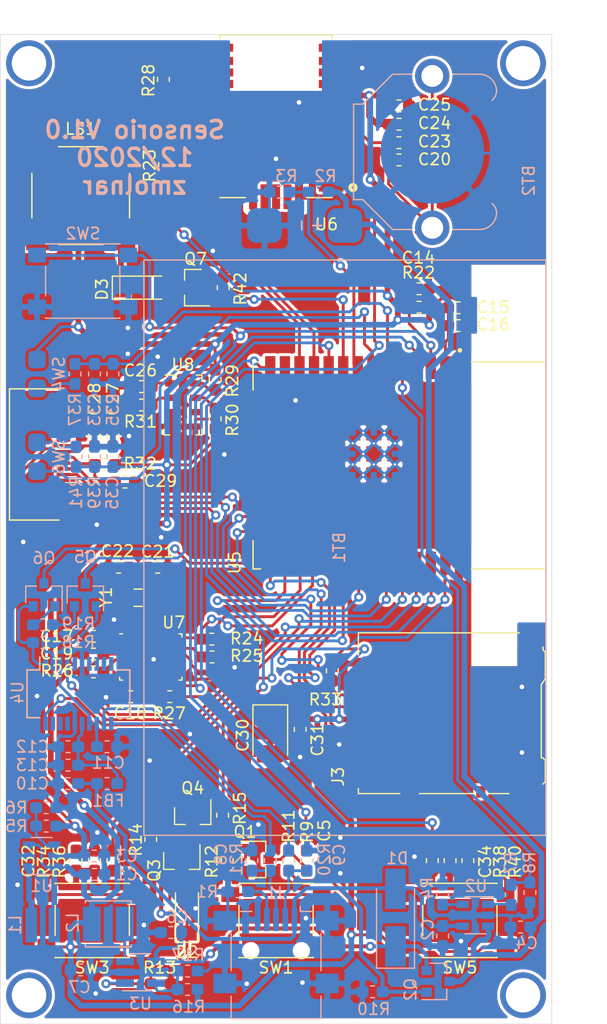
<source format=kicad_pcb>
(kicad_pcb (version 20171130) (host pcbnew 5.1.8-db9833491~88~ubuntu20.04.1)
  (layers (0 F.Cu signal) (31 B.Cu signal) (34 B.Paste user hide) (35 F.Paste user hide) (36 B.SilkS user) (37 F.SilkS user) (38 B.Mask user hide) (39 F.Mask user hide) (44 Edge.Cuts user))
  (net 0 "")
  (net 1 +BATT)
  (net 2 GND)
  (net 3 "Net-(BT2-Pad1)")
  (net 4 +3V3)
  (net 5 USB-VCC)
  (net 6 +5V)
  (net 7 nBT0)
  (net 8 TLV62656-VIN)
  (net 9 USB-DP)
  (net 10 USB-DM)
  (net 11 "Net-(C11-Pad1)")
  (net 12 "Net-(C12-Pad1)")
  (net 13 ESP32-EN)
  (net 14 "Net-(C18-Pad1)")
  (net 15 "Net-(C21-Pad2)")
  (net 16 "Net-(C22-Pad2)")
  (net 17 "Net-(C29-Pad1)")
  (net 18 BT1)
  (net 19 BT3)
  (net 20 BT2)
  (net 21 BT4)
  (net 22 TLV62565-EN)
  (net 23 "Net-(D2-Pad2)")
  (net 24 "Net-(D3-Pad2)")
  (net 25 "Net-(J1-Pad4)")
  (net 26 "Net-(J2-Pad4)")
  (net 27 LCD-CS)
  (net 28 LCD-MOSI)
  (net 29 LCD-SCLK)
  (net 30 "Net-(J3-Pad9)")
  (net 31 "Net-(J3-Pad8)")
  (net 32 "Net-(J3-Pad1)")
  (net 33 SDC-CS)
  (net 34 ESP32-IO0)
  (net 35 SDC-SCK)
  (net 36 SDC-MISO)
  (net 37 "Net-(J3-Pad10)")
  (net 38 "Net-(L1-Pad2)")
  (net 39 "Net-(L2-Pad1)")
  (net 40 "Net-(NT1-Pad1)")
  (net 41 "Net-(Q1-Pad3)")
  (net 42 "Net-(Q3-Pad1)")
  (net 43 POW-EN)
  (net 44 "Net-(Q5-Pad1)")
  (net 45 RTS)
  (net 46 DTR)
  (net 47 "Net-(Q6-Pad1)")
  (net 48 BUZZER)
  (net 49 BAT-ADC)
  (net 50 "Net-(R4-Pad1)")
  (net 51 "Net-(R5-Pad2)")
  (net 52 "Net-(R7-Pad1)")
  (net 53 BAT-STAT)
  (net 54 "Net-(R16-Pad2)")
  (net 55 "Net-(R20-Pad1)")
  (net 56 "Net-(R21-Pad1)")
  (net 57 "Net-(R23-Pad2)")
  (net 58 BNO-SDA)
  (net 59 BNO-SCL)
  (net 60 "Net-(R26-Pad2)")
  (net 61 "Net-(R27-Pad2)")
  (net 62 "Net-(R28-Pad2)")
  (net 63 "Net-(R28-Pad1)")
  (net 64 BMP-SCL)
  (net 65 BMP-SDA)
  (net 66 "Net-(R31-Pad2)")
  (net 67 "Net-(R36-Pad1)")
  (net 68 "Net-(R37-Pad1)")
  (net 69 "Net-(R40-Pad1)")
  (net 70 "Net-(R41-Pad1)")
  (net 71 ESP32-TXD0)
  (net 72 "Net-(U4-Pad5)")
  (net 73 "Net-(U4-Pad7)")
  (net 74 "Net-(U4-Pad8)")
  (net 75 "Net-(U4-Pad9)")
  (net 76 "Net-(U4-Pad10)")
  (net 77 "Net-(U4-Pad17)")
  (net 78 "Net-(U4-Pad18)")
  (net 79 "Net-(U4-Pad19)")
  (net 80 ESP32-RXD0)
  (net 81 GPS-3DFIX)
  (net 82 GPS-TX)
  (net 83 GPS-RX)
  (net 84 "Net-(U5-Pad22)")
  (net 85 "Net-(U5-Pad21)")
  (net 86 "Net-(U5-Pad20)")
  (net 87 "Net-(U5-Pad19)")
  (net 88 "Net-(U5-Pad18)")
  (net 89 "Net-(U5-Pad17)")
  (net 90 BNO-INT)
  (net 91 "Net-(U6-Pad30)")
  (net 92 "Net-(U6-Pad29)")
  (net 93 "Net-(U6-Pad28)")
  (net 94 "Net-(U6-Pad24)")
  (net 95 "Net-(U6-Pad20)")
  (net 96 "Net-(U6-Pad7)")
  (net 97 "Net-(U6-Pad6)")
  (net 98 "Net-(U6-Pad3)")
  (net 99 "Net-(U7-Pad1)")
  (net 100 "Net-(U7-Pad24)")
  (net 101 "Net-(U7-Pad23)")
  (net 102 "Net-(U7-Pad22)")
  (net 103 "Net-(U7-Pad21)")
  (net 104 "Net-(U7-Pad7)")
  (net 105 "Net-(U7-Pad8)")
  (net 106 "Net-(U7-Pad10)")
  (net 107 "Net-(U7-Pad12)")
  (net 108 "Net-(U7-Pad13)")
  (net 109 "Net-(U7-Pad17)")
  (net 110 "Net-(U8-Pad6)")
  (module zmolnar-Battery:Battery_103450 (layer B.Cu) (at 150 116.6 90)
    (fp_text reference BT1 (at 0 -0.5 90) (layer B.SilkS) (effects (justify mirror)))
    (fp_text value "Li-Po, 3,7V")
    (fp_text user - (at 28 -4 90) (layer B.SilkS) (effects (font (size 3 1)) (justify mirror)))
    (fp_text user + (at 28 -2.5 90) (layer B.SilkS) (effects (justify mirror)))
    (pad 2 smd roundrect (at 28 -7 90) (size 3 3) (layers B.Cu B.Paste B.Mask) (net 2 GND))
    (pad 1 smd roundrect (at 28 0 90) (size 3 3) (layers B.Cu B.Paste B.Mask) (net 1 +BATT))
  )
  (module zmolnar-Battery:BatteryHolder_Keystone_3001_1x12mm (layer B.Cu) (at 157.6 82.2 270)
    (fp_text reference BT2 (at 2.5 -8.4 90) (layer B.SilkS) (effects (justify mirror)))
    (fp_text value CR1220)
    (pad 2 smd circle (at 0 0 270) (size 9 9) (layers B.Cu B.Mask) (net 2 GND))
    (pad 1 thru_hole circle (at 6.6 0 270) (size 3 3) (drill 1.9) (layers *.Cu *.Mask) (net 3 "Net-(BT2-Pad1)"))
    (pad 1 thru_hole circle (at -6.6 0 270) (size 3 3) (drill 1.9) (layers *.Cu *.Mask) (net 3 "Net-(BT2-Pad1)"))
  )
  (module Resistor_SMD:R_0603_1608Metric_Pad1.05x0.95mm_HandSolder (layer F.Cu) (at 139.4 94 90)
    (fp_text reference R42 (at -0.1 1.5 270) (layer F.SilkS))
    (fp_text value 100K)
    (pad 2 smd roundrect (at 0.875 0 90) (size 1.05 0.95) (layers F.Cu F.Paste F.Mask) (net 2 GND))
    (pad 1 smd roundrect (at -0.875 0 90) (size 1.05 0.95) (layers F.Cu F.Paste F.Mask) (net 48 BUZZER))
  )
  (module zmolnar-Connector:Wuerth_10pin_FPC_68711014022 (layer F.Cu) (at 123.6 108.5 270)
    (fp_text reference J2 (at 0.231 -4.1251 90) (layer F.SilkS) (effects (font (thickness 0.015))))
    (fp_text value Conn_01x10)
    (pad Z2 smd rect (at 4.18 0 270) (size 2.7 3) (layers F.Cu F.Paste F.Mask))
    (pad Z1 smd rect (at -4.18 0 270) (size 2.7 3) (layers F.Cu F.Paste F.Mask))
    (pad 10 smd rect (at -2.25 -1.9 270) (size 0.3 1.2) (layers F.Cu F.Paste F.Mask) (net 2 GND))
    (pad 9 smd rect (at -1.75 -1.9 270) (size 0.3 1.2) (layers F.Cu F.Paste F.Mask) (net 2 GND))
    (pad 8 smd rect (at -1.25 -1.9 270) (size 0.3 1.2) (layers F.Cu F.Paste F.Mask) (net 2 GND))
    (pad 7 smd rect (at -0.75 -1.9 270) (size 0.3 1.2) (layers F.Cu F.Paste F.Mask) (net 6 +5V))
    (pad 6 smd rect (at -0.25 -1.9 270) (size 0.3 1.2) (layers F.Cu F.Paste F.Mask) (net 6 +5V))
    (pad 5 smd rect (at 0.25 -1.9 270) (size 0.3 1.2) (layers F.Cu F.Paste F.Mask) (net 17 "Net-(C29-Pad1)"))
    (pad 4 smd rect (at 0.75 -1.9 270) (size 0.3 1.2) (layers F.Cu F.Paste F.Mask) (net 26 "Net-(J2-Pad4)"))
    (pad 3 smd rect (at 1.25 -1.9 270) (size 0.3 1.2) (layers F.Cu F.Paste F.Mask) (net 27 LCD-CS))
    (pad 2 smd rect (at 1.75 -1.9 270) (size 0.3 1.2) (layers F.Cu F.Paste F.Mask) (net 28 LCD-MOSI))
    (pad 1 smd rect (at 2.25 -1.9 270) (size 0.3 1.2) (layers F.Cu F.Paste F.Mask) (net 29 LCD-SCLK))
  )
  (module zmolnar-Connector:Connector_SMD_01x02_2.54 (layer B.Cu) (at 123.2 108.7 270)
    (fp_text reference SW6 (at 0 -1.9 90) (layer B.SilkS) (effects (justify mirror)))
    (fp_text value BT4)
    (pad 2 smd roundrect (at 1.25 0 270) (size 1.524 1.524) (layers B.Cu B.Paste B.Mask) (net 4 +3V3))
    (pad 1 smd roundrect (at -1.25 0 270) (size 1.524 1.524) (layers B.Cu B.Paste B.Mask) (net 70 "Net-(R41-Pad1)"))
  )
  (module zmolnar-Connector:Connector_SMD_01x02_2.54 (layer B.Cu) (at 123.2 101.5 90)
    (fp_text reference SW4 (at 0 1.9 90) (layer B.SilkS) (effects (justify mirror)))
    (fp_text value BT3)
    (pad 2 smd roundrect (at 1.25 0 90) (size 1.524 1.524) (layers B.Cu B.Paste B.Mask) (net 4 +3V3))
    (pad 1 smd roundrect (at -1.25 0 90) (size 1.524 1.524) (layers B.Cu B.Paste B.Mask) (net 68 "Net-(R37-Pad1)"))
  )
  (module zmolnar-Crystal:Abracon_ABS07-32.768KHZ-T (layer F.Cu) (at 132 120.95 180)
    (fp_text reference Y1 (at 2.8 0.05 90) (layer F.SilkS))
    (fp_text value Crystal)
    (pad 1 smd rect (at -1.25 0 180) (size 1.1 1.9) (layers F.Cu F.Paste F.Mask) (net 15 "Net-(C21-Pad2)"))
    (pad 2 smd rect (at 1.25 0 180) (size 1.1 1.9) (layers F.Cu F.Paste F.Mask) (net 16 "Net-(C22-Pad2)"))
  )
  (module Package_LGA:LGA-8_3x5mm_P1.25mm (layer F.Cu) (at 135.9 104.2)
    (fp_text reference U8 (at 0 -3.5) (layer F.SilkS))
    (fp_text value MS5611-01BA)
    (pad 5 smd rect (at 1.075 1.875) (size 0.95 0.55) (layers F.Cu F.Paste F.Mask) (net 2 GND))
    (pad 6 smd rect (at 1.075 0.625) (size 0.95 0.55) (layers F.Cu F.Paste F.Mask) (net 110 "Net-(U8-Pad6)"))
    (pad 7 smd rect (at 1.075 -0.625) (size 0.95 0.55) (layers F.Cu F.Paste F.Mask) (net 65 BMP-SDA))
    (pad 8 smd rect (at 1.075 -1.875) (size 0.95 0.55) (layers F.Cu F.Paste F.Mask) (net 64 BMP-SCL))
    (pad 3 smd rect (at -1.075 0.625) (size 0.95 0.55) (layers F.Cu F.Paste F.Mask) (net 2 GND))
    (pad 2 smd rect (at -1.075 -0.625) (size 0.95 0.55) (layers F.Cu F.Paste F.Mask) (net 66 "Net-(R31-Pad2)"))
    (pad 1 smd rect (at -1.075 -1.875) (size 0.95 0.55) (layers F.Cu F.Paste F.Mask) (net 4 +3V3))
    (pad 4 smd rect (at -1.075 1.875) (size 0.95 0.55) (layers F.Cu F.Paste F.Mask) (net 2 GND))
  )
  (module Package_LGA:LGA-28_5.2x3.8mm_P0.5mm (layer F.Cu) (at 133.1 126.1)
    (fp_text reference U7 (at 2 -3) (layer F.SilkS))
    (fp_text value BNO055)
    (pad 16 smd rect (at 2.3875 0.75 90) (size 0.254 0.675) (layers F.Cu F.Paste F.Mask) (net 2 GND))
    (pad 17 smd rect (at 2.3875 0.25 90) (size 0.254 0.675) (layers F.Cu F.Paste F.Mask) (net 109 "Net-(U7-Pad17)"))
    (pad 18 smd rect (at 2.3875 -0.25 90) (size 0.254 0.675) (layers F.Cu F.Paste F.Mask) (net 40 "Net-(NT1-Pad1)"))
    (pad 15 smd rect (at 2.25 1.6625) (size 0.254 0.675) (layers F.Cu F.Paste F.Mask) (net 2 GND))
    (pad 14 smd rect (at 1.75 1.6625) (size 0.254 0.675) (layers F.Cu F.Paste F.Mask) (net 90 BNO-INT))
    (pad 13 smd rect (at 1.25 1.6625) (size 0.254 0.675) (layers F.Cu F.Paste F.Mask) (net 108 "Net-(U7-Pad13)"))
    (pad 12 smd rect (at 0.75 1.6625) (size 0.254 0.675) (layers F.Cu F.Paste F.Mask) (net 107 "Net-(U7-Pad12)"))
    (pad 11 smd rect (at 0.25 1.6625) (size 0.254 0.675) (layers F.Cu F.Paste F.Mask) (net 61 "Net-(R27-Pad2)"))
    (pad 10 smd rect (at -0.25 1.6625) (size 0.254 0.675) (layers F.Cu F.Paste F.Mask) (net 106 "Net-(U7-Pad10)"))
    (pad 9 smd rect (at -0.75 1.6625) (size 0.254 0.675) (layers F.Cu F.Paste F.Mask) (net 14 "Net-(C18-Pad1)"))
    (pad 8 smd rect (at -1.25 1.6625) (size 0.254 0.675) (layers F.Cu F.Paste F.Mask) (net 105 "Net-(U7-Pad8)"))
    (pad 7 smd rect (at -1.75 1.6625) (size 0.254 0.675) (layers F.Cu F.Paste F.Mask) (net 104 "Net-(U7-Pad7)"))
    (pad 20 smd rect (at 2.25 -1.6625) (size 0.254 0.675) (layers F.Cu F.Paste F.Mask) (net 58 BNO-SDA))
    (pad 21 smd rect (at 1.75 -1.6625) (size 0.254 0.675) (layers F.Cu F.Paste F.Mask) (net 103 "Net-(U7-Pad21)"))
    (pad 22 smd rect (at 1.25 -1.6625) (size 0.254 0.675) (layers F.Cu F.Paste F.Mask) (net 102 "Net-(U7-Pad22)"))
    (pad 23 smd rect (at 0.75 -1.6625) (size 0.254 0.675) (layers F.Cu F.Paste F.Mask) (net 101 "Net-(U7-Pad23)"))
    (pad 24 smd rect (at 0.25 -1.6625) (size 0.254 0.675) (layers F.Cu F.Paste F.Mask) (net 100 "Net-(U7-Pad24)"))
    (pad 25 smd rect (at -0.25 -1.6625) (size 0.254 0.675) (layers F.Cu F.Paste F.Mask) (net 2 GND))
    (pad 26 smd rect (at -0.75 -1.6625) (size 0.254 0.675) (layers F.Cu F.Paste F.Mask) (net 15 "Net-(C21-Pad2)"))
    (pad 27 smd rect (at -1.25 -1.6625) (size 0.254 0.675) (layers F.Cu F.Paste F.Mask) (net 16 "Net-(C22-Pad2)"))
    (pad 28 smd rect (at -1.75 -1.6625) (size 0.254 0.675) (layers F.Cu F.Paste F.Mask) (net 4 +3V3))
    (pad 5 smd rect (at -2.3875 0.75 90) (size 0.254 0.675) (layers F.Cu F.Paste F.Mask) (net 2 GND))
    (pad 4 smd rect (at -2.3875 0.25 90) (size 0.254 0.675) (layers F.Cu F.Paste F.Mask) (net 60 "Net-(R26-Pad2)"))
    (pad 3 smd rect (at -2.3875 -0.25 90) (size 0.254 0.675) (layers F.Cu F.Paste F.Mask) (net 4 +3V3))
    (pad 1 smd rect (at -2.25 -1.6625) (size 0.254 0.675) (layers F.Cu F.Paste F.Mask) (net 99 "Net-(U7-Pad1)"))
    (pad 2 smd rect (at -2.3875 -0.75 90) (size 0.254 0.675) (layers F.Cu F.Paste F.Mask) (net 2 GND))
    (pad 6 smd rect (at -2.25 1.6625) (size 0.254 0.675) (layers F.Cu F.Paste F.Mask) (net 2 GND))
    (pad 19 smd rect (at 2.3875 -0.75 90) (size 0.254 0.675) (layers F.Cu F.Paste F.Mask) (net 59 BNO-SCL))
  )
  (module zmolnar-RF_Module:Quectel_L96-M33 (layer F.Cu) (at 144 79.1 180)
    (fp_text reference U6 (at -4.4 -9.4) (layer F.SilkS) (effects (font (size 1.00122 1.00122))))
    (fp_text value Quectel_L96-M33)
    (pad 31 smd rect (at -2 -7 180) (size 0.7 2.15) (layers F.Cu F.Mask) (net 2 GND))
    (pad 30 smd rect (at -1 -7 180) (size 0.7 2.15) (layers F.Cu F.Mask) (net 91 "Net-(U6-Pad30)"))
    (pad 29 smd rect (at 0 -7 180) (size 0.7 2.15) (layers F.Cu F.Mask) (net 92 "Net-(U6-Pad29)"))
    (pad 28 smd rect (at 1 -7 180) (size 0.7 2.15) (layers F.Cu F.Mask) (net 93 "Net-(U6-Pad28)"))
    (pad 27 smd rect (at 2 -7 180) (size 0.7 2.15) (layers F.Cu F.Mask) (net 2 GND))
    (pad 26 smd rect (at 4.8 -6.2 180) (size 2.15 0.7) (layers F.Cu F.Mask) (net 83 GPS-RX))
    (pad 25 smd rect (at 4.8 -5.2 180) (size 2.15 0.7) (layers F.Cu F.Mask) (net 82 GPS-TX))
    (pad 24 smd rect (at 4.8 -4.2 180) (size 2.15 0.7) (layers F.Cu F.Mask) (net 94 "Net-(U6-Pad24)"))
    (pad 23 smd rect (at 4.8 -3.2 180) (size 2.15 0.7) (layers F.Cu F.Mask) (net 57 "Net-(R23-Pad2)"))
    (pad 22 smd rect (at 4.8 -2.2 180) (size 2.15 0.7) (layers F.Cu F.Mask) (net 2 GND))
    (pad 21 smd rect (at 4.8 -1.2 180) (size 2.15 0.7) (layers F.Cu F.Mask) (net 2 GND))
    (pad 20 smd rect (at 4.8 -0.2 180) (size 2.15 0.7) (layers F.Cu F.Mask) (net 95 "Net-(U6-Pad20)"))
    (pad 19 smd rect (at 4.8 0.8 180) (size 2.15 0.7) (layers F.Cu F.Mask) (net 2 GND))
    (pad 18 smd rect (at 4.8 1.8 180) (size 2.15 0.7) (layers F.Cu F.Mask) (net 2 GND))
    (pad 17 smd rect (at 4.8 2.8 180) (size 2.15 0.7) (layers F.Cu F.Mask) (net 62 "Net-(R28-Pad2)"))
    (pad 16 smd rect (at 4.8 3.8 180) (size 2.15 0.7) (layers F.Cu F.Mask) (net 63 "Net-(R28-Pad1)"))
    (pad 15 smd rect (at 4.8 4.8 180) (size 2.15 0.7) (layers F.Cu F.Mask) (net 2 GND))
    (pad 14 smd rect (at 4.8 5.95 180) (size 2.15 0.7) (layers F.Cu F.Mask) (net 2 GND))
    (pad 13 smd rect (at -4.8 5.95 180) (size 2.15 0.7) (layers F.Cu F.Mask) (net 2 GND))
    (pad 12 smd rect (at -4.8 4.8 180) (size 2.15 0.7) (layers F.Cu F.Mask) (net 2 GND))
    (pad 11 smd rect (at -4.8 3.8 180) (size 2.15 0.7) (layers F.Cu F.Mask) (net 2 GND))
    (pad 10 smd rect (at -4.8 2.8 180) (size 2.15 0.7) (layers F.Cu F.Mask) (net 2 GND))
    (pad 9 smd rect (at -4.8 1.8 180) (size 2.15 0.7) (layers F.Cu F.Mask) (net 4 +3V3))
    (pad 8 smd rect (at -4.8 0.8 180) (size 2.15 0.7) (layers F.Cu F.Mask) (net 3 "Net-(BT2-Pad1)"))
    (pad 7 smd rect (at -4.8 -0.2 180) (size 2.15 0.7) (layers F.Cu F.Mask) (net 96 "Net-(U6-Pad7)"))
    (pad 6 smd rect (at -4.8 -1.2 180) (size 2.15 0.7) (layers F.Cu F.Mask) (net 97 "Net-(U6-Pad6)"))
    (pad 5 smd rect (at -4.8 -2.2 180) (size 2.15 0.7) (layers F.Cu F.Mask) (net 2 GND))
    (pad 4 smd rect (at -4.8 -3.2 180) (size 2.15 0.7) (layers F.Cu F.Mask) (net 2 GND))
    (pad 3 smd rect (at -4.8 -4.2 180) (size 2.15 0.7) (layers F.Cu F.Mask) (net 98 "Net-(U6-Pad3)"))
    (pad 2 smd rect (at -4.8 -5.2 180) (size 2.15 0.7) (layers F.Cu F.Mask) (net 81 GPS-3DFIX))
    (pad 1 smd rect (at -4.8 -6.2 180) (size 2.15 0.7) (layers F.Cu F.Mask))
  )
  (module zmolnar-RF_Module:ESP32-WROOM-32D (layer F.Cu) (at 154.75 109.45 270)
    (fp_text reference U5 (at 8.45 14.35 90) (layer F.SilkS))
    (fp_text value ESP32-WROOM-32D)
    (pad 39_21 thru_hole circle (at -0.0825 4.075 270) (size 0.3 0.3) (drill 0.2) (layers *.Cu *.Mask) (net 2 GND))
    (pad 39_20 thru_hole circle (at -1.9175 4.075 270) (size 0.3 0.3) (drill 0.2) (layers *.Cu *.Mask) (net 2 GND))
    (pad 39_19 thru_hole circle (at 0.835 3.1575 270) (size 0.3 0.3) (drill 0.2) (layers *.Cu *.Mask) (net 2 GND))
    (pad 39_18 thru_hole circle (at -1 3.1575 270) (size 0.3 0.3) (drill 0.2) (layers *.Cu *.Mask) (net 2 GND))
    (pad 39_17 thru_hole circle (at -2.835 3.1575 270) (size 0.3 0.3) (drill 0.2) (layers *.Cu *.Mask) (net 2 GND))
    (pad 39_16 thru_hole circle (at -0.0825 2.24 270) (size 0.3 0.3) (drill 0.2) (layers *.Cu *.Mask) (net 2 GND))
    (pad 39_15 thru_hole circle (at -1.9175 2.24 270) (size 0.3 0.3) (drill 0.2) (layers *.Cu *.Mask) (net 2 GND))
    (pad 39_14 thru_hole circle (at 0.835 1.3225 270) (size 0.3 0.3) (drill 0.2) (layers *.Cu *.Mask) (net 2 GND))
    (pad 39_13 thru_hole circle (at -1 1.3225 270) (size 0.3 0.3) (drill 0.2) (layers *.Cu *.Mask) (net 2 GND))
    (pad 39_12 thru_hole circle (at -2.835 1.3225 270) (size 0.3 0.3) (drill 0.2) (layers *.Cu *.Mask) (net 2 GND))
    (pad 39_11 thru_hole circle (at -0.0825 0.405 270) (size 0.3 0.3) (drill 0.2) (layers *.Cu *.Mask) (net 2 GND))
    (pad 39_10 thru_hole circle (at -1.9175 0.405 270) (size 0.3 0.3) (drill 0.2) (layers *.Cu *.Mask) (net 2 GND))
    (pad 39_9 smd rect (at 0.835 4.075 270) (size 1.33 1.33) (layers F.Cu F.Paste F.Mask) (net 2 GND))
    (pad 39_8 smd rect (at -1 4.075 270) (size 1.33 1.33) (layers F.Cu F.Paste F.Mask) (net 2 GND))
    (pad 39_7 smd rect (at -2.835 4.075 270) (size 1.33 1.33) (layers F.Cu F.Paste F.Mask) (net 2 GND))
    (pad 39_6 smd rect (at 0.835 2.24 270) (size 1.33 1.33) (layers F.Cu F.Paste F.Mask) (net 2 GND))
    (pad 39_5 smd rect (at -1 2.24 270) (size 1.33 1.33) (layers F.Cu F.Paste F.Mask) (net 2 GND))
    (pad 39_4 smd rect (at -2.835 2.24 270) (size 1.33 1.33) (layers F.Cu F.Paste F.Mask) (net 2 GND))
    (pad 39_3 smd rect (at 0.835 0.405 270) (size 1.33 1.33) (layers F.Cu F.Paste F.Mask) (net 2 GND))
    (pad 39_2 smd rect (at -1 0.405 270) (size 1.33 1.33) (layers F.Cu F.Paste F.Mask) (net 2 GND))
    (pad 39_1 smd rect (at -2.835 0.405 270) (size 1.33 1.33) (layers F.Cu F.Paste F.Mask) (net 2 GND))
    (pad 38 smd rect (at 8.5 -5.26 270) (size 2 0.9) (layers F.Cu F.Paste F.Mask) (net 2 GND))
    (pad 37 smd rect (at 8.5 -3.99 270) (size 2 0.9) (layers F.Cu F.Paste F.Mask) (net 18 BT1))
    (pad 36 smd rect (at 8.5 -2.72 270) (size 2 0.9) (layers F.Cu F.Paste F.Mask) (net 29 LCD-SCLK))
    (pad 35 smd rect (at 8.5 -1.45 270) (size 2 0.9) (layers F.Cu F.Paste F.Mask) (net 71 ESP32-TXD0))
    (pad 34 smd rect (at 8.5 -0.18 270) (size 2 0.9) (layers F.Cu F.Paste F.Mask) (net 80 ESP32-RXD0))
    (pad 33 smd rect (at 8.5 1.09 270) (size 2 0.9) (layers F.Cu F.Paste F.Mask) (net 28 LCD-MOSI))
    (pad 32 smd rect (at 8.5 2.36 270) (size 2 0.9) (layers F.Cu F.Paste F.Mask))
    (pad 31 smd rect (at 8.5 3.63 270) (size 2 0.9) (layers F.Cu F.Paste F.Mask) (net 27 LCD-CS))
    (pad 30 smd rect (at 8.5 4.9 270) (size 2 0.9) (layers F.Cu F.Paste F.Mask) (net 81 GPS-3DFIX))
    (pad 29 smd rect (at 8.5 6.17 270) (size 2 0.9) (layers F.Cu F.Paste F.Mask) (net 36 SDC-MISO))
    (pad 28 smd rect (at 8.5 7.44 270) (size 2 0.9) (layers F.Cu F.Paste F.Mask) (net 58 BNO-SDA))
    (pad 27 smd rect (at 8.5 8.71 270) (size 2 0.9) (layers F.Cu F.Paste F.Mask) (net 59 BNO-SCL))
    (pad 26 smd rect (at 8.5 9.98 270) (size 2 0.9) (layers F.Cu F.Paste F.Mask) (net 43 POW-EN))
    (pad 25 smd rect (at 8.5 11.25 270) (size 2 0.9) (layers F.Cu F.Paste F.Mask) (net 34 ESP32-IO0))
    (pad 24 smd rect (at 5.715 12.25 270) (size 0.9 2) (layers F.Cu F.Paste F.Mask) (net 35 SDC-SCK))
    (pad 23 smd rect (at 4.445 12.25 270) (size 0.9 2) (layers F.Cu F.Paste F.Mask) (net 33 SDC-CS))
    (pad 22 smd rect (at 3.175 12.25 270) (size 0.9 2) (layers F.Cu F.Paste F.Mask) (net 84 "Net-(U5-Pad22)"))
    (pad 21 smd rect (at 1.905 12.25 270) (size 0.9 2) (layers F.Cu F.Paste F.Mask) (net 85 "Net-(U5-Pad21)"))
    (pad 20 smd rect (at 0.635 12.25 270) (size 0.9 2) (layers F.Cu F.Paste F.Mask) (net 86 "Net-(U5-Pad20)"))
    (pad 19 smd rect (at -0.635 12.25 270) (size 0.9 2) (layers F.Cu F.Paste F.Mask) (net 87 "Net-(U5-Pad19)"))
    (pad 18 smd rect (at -1.905 12.25 270) (size 0.9 2) (layers F.Cu F.Paste F.Mask) (net 88 "Net-(U5-Pad18)"))
    (pad 17 smd rect (at -3.175 12.25 270) (size 0.9 2) (layers F.Cu F.Paste F.Mask) (net 89 "Net-(U5-Pad17)"))
    (pad 16 smd rect (at -4.445 12.25 270) (size 0.9 2) (layers F.Cu F.Paste F.Mask) (net 65 BMP-SDA))
    (pad 15 smd rect (at -5.715 12.25 270) (size 0.9 2) (layers F.Cu F.Paste F.Mask) (net 2 GND))
    (pad 14 smd rect (at -8.5 11.25 270) (size 2 0.9) (layers F.Cu F.Paste F.Mask) (net 20 BT2))
    (pad 13 smd rect (at -8.5 9.98 270) (size 2 0.9) (layers F.Cu F.Paste F.Mask) (net 64 BMP-SCL))
    (pad 12 smd rect (at -8.5 8.71 270) (size 2 0.9) (layers F.Cu F.Paste F.Mask) (net 82 GPS-TX))
    (pad 11 smd rect (at -8.5 7.44 270) (size 2 0.9) (layers F.Cu F.Paste F.Mask) (net 83 GPS-RX))
    (pad 10 smd rect (at -8.5 6.17 270) (size 2 0.9) (layers F.Cu F.Paste F.Mask) (net 90 BNO-INT))
    (pad 9 smd rect (at -8.5 4.9 270) (size 2 0.9) (layers F.Cu F.Paste F.Mask) (net 48 BUZZER))
    (pad 8 smd rect (at -8.5 3.63 270) (size 2 0.9) (layers F.Cu F.Paste F.Mask) (net 49 BAT-ADC))
    (pad 7 smd rect (at -8.5 2.36 270) (size 2 0.9) (layers F.Cu F.Paste F.Mask) (net 21 BT4))
    (pad 6 smd rect (at -8.5 1.09 270) (size 2 0.9) (layers F.Cu F.Paste F.Mask) (net 19 BT3))
    (pad 5 smd rect (at -8.5 -0.18 270) (size 2 0.9) (layers F.Cu F.Paste F.Mask) (net 53 BAT-STAT))
    (pad 4 smd rect (at -8.5 -1.45 270) (size 2 0.9) (layers F.Cu F.Paste F.Mask) (net 7 nBT0))
    (pad 3 smd rect (at -8.5 -2.72 270) (size 2 0.9) (layers F.Cu F.Paste F.Mask) (net 13 ESP32-EN))
    (pad 2 smd rect (at -8.5 -3.99 270) (size 2 0.9) (layers F.Cu F.Paste F.Mask) (net 4 +3V3))
    (pad 1 smd rect (at -8.5 -5.26 270) (size 2 0.9) (layers F.Cu F.Paste F.Mask) (net 2 GND))
  )
  (module Package_SO:SSOP-20_3.9x8.7mm_P0.635mm (layer B.Cu) (at 126.8 129.3 270)
    (fp_text reference U4 (at -0.1 5.3 270) (layer B.SilkS) (effects (justify mirror)))
    (fp_text value FT231XS)
    (pad 20 smd rect (at 2.6 2.8575 270) (size 1.2 0.4) (layers B.Cu B.Paste B.Mask) (net 80 ESP32-RXD0))
    (pad 19 smd rect (at 2.6 2.2225 270) (size 1.2 0.4) (layers B.Cu B.Paste B.Mask) (net 79 "Net-(U4-Pad19)"))
    (pad 18 smd rect (at 2.6 1.5875 270) (size 1.2 0.4) (layers B.Cu B.Paste B.Mask) (net 78 "Net-(U4-Pad18)"))
    (pad 17 smd rect (at 2.6 0.9525 270) (size 1.2 0.4) (layers B.Cu B.Paste B.Mask) (net 77 "Net-(U4-Pad17)"))
    (pad 16 smd rect (at 2.6 0.3175 270) (size 1.2 0.4) (layers B.Cu B.Paste B.Mask) (net 2 GND))
    (pad 15 smd rect (at 2.6 -0.3175 270) (size 1.2 0.4) (layers B.Cu B.Paste B.Mask) (net 12 "Net-(C12-Pad1)"))
    (pad 14 smd rect (at 2.6 -0.9525 270) (size 1.2 0.4) (layers B.Cu B.Paste B.Mask) (net 11 "Net-(C11-Pad1)"))
    (pad 13 smd rect (at 2.6 -1.5875 270) (size 1.2 0.4) (layers B.Cu B.Paste B.Mask) (net 11 "Net-(C11-Pad1)"))
    (pad 12 smd rect (at 2.6 -2.2225 270) (size 1.2 0.4) (layers B.Cu B.Paste B.Mask) (net 55 "Net-(R20-Pad1)"))
    (pad 11 smd rect (at 2.6 -2.8575 270) (size 1.2 0.4) (layers B.Cu B.Paste B.Mask) (net 56 "Net-(R21-Pad1)"))
    (pad 10 smd rect (at -2.6 -2.8575 270) (size 1.2 0.4) (layers B.Cu B.Paste B.Mask) (net 76 "Net-(U4-Pad10)"))
    (pad 9 smd rect (at -2.6 -2.2225 270) (size 1.2 0.4) (layers B.Cu B.Paste B.Mask) (net 75 "Net-(U4-Pad9)"))
    (pad 8 smd rect (at -2.6 -1.5875 270) (size 1.2 0.4) (layers B.Cu B.Paste B.Mask) (net 74 "Net-(U4-Pad8)"))
    (pad 7 smd rect (at -2.6 -0.9525 270) (size 1.2 0.4) (layers B.Cu B.Paste B.Mask) (net 73 "Net-(U4-Pad7)"))
    (pad 6 smd rect (at -2.6 -0.3175 270) (size 1.2 0.4) (layers B.Cu B.Paste B.Mask) (net 2 GND))
    (pad 5 smd rect (at -2.6 0.3175 270) (size 1.2 0.4) (layers B.Cu B.Paste B.Mask) (net 72 "Net-(U4-Pad5)"))
    (pad 4 smd rect (at -2.6 0.9525 270) (size 1.2 0.4) (layers B.Cu B.Paste B.Mask) (net 71 ESP32-TXD0))
    (pad 3 smd rect (at -2.6 1.5875 270) (size 1.2 0.4) (layers B.Cu B.Paste B.Mask) (net 11 "Net-(C11-Pad1)"))
    (pad 2 smd rect (at -2.6 2.2225 270) (size 1.2 0.4) (layers B.Cu B.Paste B.Mask) (net 45 RTS))
    (pad 1 smd rect (at -2.6 2.8575 270) (size 1.2 0.4) (layers B.Cu B.Paste B.Mask) (net 46 DTR))
  )
  (module Package_TO_SOT_SMD:SOT-23-5_HandSoldering (layer B.Cu) (at 132.2 153.5)
    (fp_text reference U3 (at 0 2.725) (layer B.SilkS) (effects (justify mirror)))
    (fp_text value TLV62565)
    (pad 5 smd rect (at 1.35 0.95) (size 1.56 0.65) (layers B.Cu B.Paste B.Mask) (net 54 "Net-(R16-Pad2)"))
    (pad 4 smd rect (at 1.35 -0.95) (size 1.56 0.65) (layers B.Cu B.Paste B.Mask) (net 8 TLV62656-VIN))
    (pad 3 smd rect (at -1.35 -0.95) (size 1.56 0.65) (layers B.Cu B.Paste B.Mask) (net 39 "Net-(L2-Pad1)"))
    (pad 2 smd rect (at -1.35 0) (size 1.56 0.65) (layers B.Cu B.Paste B.Mask) (net 2 GND))
    (pad 1 smd rect (at -1.35 0.95) (size 1.56 0.65) (layers B.Cu B.Paste B.Mask) (net 22 TLV62565-EN))
  )
  (module Package_TO_SOT_SMD:SOT-23-5 (layer B.Cu) (at 161.35 148.55 180)
    (fp_text reference U2 (at -0.05 2.55) (layer B.SilkS) (effects (justify mirror)))
    (fp_text value MCP73831-2-OT hide)
    (pad 5 smd rect (at 1.1 0.95 180) (size 1.06 0.65) (layers B.Cu B.Paste B.Mask) (net 50 "Net-(R4-Pad1)"))
    (pad 4 smd rect (at 1.1 -0.95 180) (size 1.06 0.65) (layers B.Cu B.Paste B.Mask) (net 5 USB-VCC))
    (pad 3 smd rect (at -1.1 -0.95 180) (size 1.06 0.65) (layers B.Cu B.Paste B.Mask) (net 1 +BATT))
    (pad 2 smd rect (at -1.1 0 180) (size 1.06 0.65) (layers B.Cu B.Paste B.Mask) (net 2 GND))
    (pad 1 smd rect (at -1.1 0.95 180) (size 1.06 0.65) (layers B.Cu B.Paste B.Mask) (net 52 "Net-(R7-Pad1)"))
  )
  (module Package_TO_SOT_SMD:SOT-23-6 (layer B.Cu) (at 123.6 143.4)
    (fp_text reference U1 (at 0 2.6) (layer B.SilkS) (effects (justify mirror)))
    (fp_text value MCP1640CH)
    (pad 5 smd rect (at 1.1 0) (size 1.06 0.65) (layers B.Cu B.Paste B.Mask) (net 6 +5V))
    (pad 6 smd rect (at 1.1 0.95) (size 1.06 0.65) (layers B.Cu B.Paste B.Mask) (net 4 +3V3))
    (pad 4 smd rect (at 1.1 -0.95) (size 1.06 0.65) (layers B.Cu B.Paste B.Mask) (net 51 "Net-(R5-Pad2)"))
    (pad 3 smd rect (at -1.1 -0.95) (size 1.06 0.65) (layers B.Cu B.Paste B.Mask) (net 4 +3V3))
    (pad 2 smd rect (at -1.1 0) (size 1.06 0.65) (layers B.Cu B.Paste B.Mask) (net 2 GND))
    (pad 1 smd rect (at -1.1 0.95) (size 1.06 0.65) (layers B.Cu B.Paste B.Mask) (net 38 "Net-(L1-Pad2)"))
  )
  (module Button_Switch_SMD:SW_SPST_PTS645 (layer F.Cu) (at 160 149)
    (fp_text reference SW5 (at 0 4.1) (layer F.SilkS))
    (fp_text value BT2)
    (pad 2 smd rect (at 3.98 2.25) (size 1.55 1.3) (layers F.Cu F.Paste F.Mask) (net 4 +3V3))
    (pad 1 smd rect (at 3.98 -2.25) (size 1.55 1.3) (layers F.Cu F.Paste F.Mask) (net 69 "Net-(R40-Pad1)"))
    (pad 1 smd rect (at -3.98 -2.25) (size 1.55 1.3) (layers F.Cu F.Paste F.Mask) (net 69 "Net-(R40-Pad1)"))
    (pad 2 smd rect (at -3.98 2.25) (size 1.55 1.3) (layers F.Cu F.Paste F.Mask) (net 4 +3V3))
  )
  (module Button_Switch_SMD:SW_SPST_PTS645 (layer F.Cu) (at 128 149)
    (fp_text reference SW3 (at 0 4.1 180) (layer F.SilkS))
    (fp_text value BT1 hide)
    (pad 2 smd rect (at 3.98 2.25) (size 1.55 1.3) (layers F.Cu F.Paste F.Mask) (net 4 +3V3))
    (pad 1 smd rect (at 3.98 -2.25) (size 1.55 1.3) (layers F.Cu F.Paste F.Mask) (net 67 "Net-(R36-Pad1)"))
    (pad 1 smd rect (at -3.98 -2.25) (size 1.55 1.3) (layers F.Cu F.Paste F.Mask) (net 67 "Net-(R36-Pad1)"))
    (pad 2 smd rect (at -3.98 2.25) (size 1.55 1.3) (layers F.Cu F.Paste F.Mask) (net 4 +3V3))
  )
  (module Button_Switch_SMD:SW_SPST_PTS645 (layer B.Cu) (at 127.175 93.425)
    (fp_text reference SW2 (at 0.025 -4.125) (layer B.SilkS) (effects (justify mirror)))
    (fp_text value RESET)
    (pad 2 smd rect (at 3.98 -2.25) (size 1.55 1.3) (layers B.Cu B.Paste B.Mask) (net 13 ESP32-EN))
    (pad 1 smd rect (at 3.98 2.25) (size 1.55 1.3) (layers B.Cu B.Paste B.Mask) (net 2 GND))
    (pad 1 smd rect (at -3.98 2.25) (size 1.55 1.3) (layers B.Cu B.Paste B.Mask) (net 2 GND))
    (pad 2 smd rect (at -3.98 -2.25) (size 1.55 1.3) (layers B.Cu B.Paste B.Mask) (net 13 ESP32-EN))
  )
  (module Button_Switch_SMD:SW_SPST_PTS645 (layer F.Cu) (at 144 149)
    (fp_text reference SW1 (at 0 4.1) (layer F.SilkS))
    (fp_text value BT0)
    (pad 2 smd rect (at 3.98 2.25) (size 1.55 1.3) (layers F.Cu F.Paste F.Mask) (net 8 TLV62656-VIN))
    (pad 1 smd rect (at 3.98 -2.25) (size 1.55 1.3) (layers F.Cu F.Paste F.Mask) (net 23 "Net-(D2-Pad2)"))
    (pad 1 smd rect (at -3.98 -2.25) (size 1.55 1.3) (layers F.Cu F.Paste F.Mask) (net 23 "Net-(D2-Pad2)"))
    (pad 2 smd rect (at -3.98 2.25) (size 1.55 1.3) (layers F.Cu F.Paste F.Mask) (net 8 TLV62656-VIN))
  )
  (module Resistor_SMD:R_0603_1608Metric_Pad1.05x0.95mm_HandSolder (layer B.Cu) (at 126.6 108.7 270)
    (fp_text reference R41 (at 3.1 0 90) (layer B.SilkS) (effects (justify mirror)))
    (fp_text value 1k)
    (pad 2 smd roundrect (at 0.875 0 270) (size 1.05 0.95) (layers B.Cu B.Paste B.Mask) (net 21 BT4))
    (pad 1 smd roundrect (at -0.875 0 270) (size 1.05 0.95) (layers B.Cu B.Paste B.Mask) (net 70 "Net-(R41-Pad1)"))
  )
  (module Resistor_SMD:R_0603_1608Metric_Pad1.05x0.95mm_HandSolder (layer F.Cu) (at 160.7 143.8 90)
    (fp_text reference R40 (at -0.1 4.1 90) (layer F.SilkS))
    (fp_text value 1k hide)
    (pad 2 smd roundrect (at 0.875 0 90) (size 1.05 0.95) (layers F.Cu F.Paste F.Mask) (net 20 BT2))
    (pad 1 smd roundrect (at -0.875 0 90) (size 1.05 0.95) (layers F.Cu F.Paste F.Mask) (net 69 "Net-(R40-Pad1)"))
  )
  (module Resistor_SMD:R_0603_1608Metric_Pad1.05x0.95mm_HandSolder (layer B.Cu) (at 128.2 108.7 90)
    (fp_text reference R39 (at -3.1 0 90) (layer B.SilkS) (effects (justify mirror)))
    (fp_text value 10k)
    (pad 2 smd roundrect (at 0.875 0 90) (size 1.05 0.95) (layers B.Cu B.Paste B.Mask) (net 2 GND))
    (pad 1 smd roundrect (at -0.875 0 90) (size 1.05 0.95) (layers B.Cu B.Paste B.Mask) (net 21 BT4))
  )
  (module Resistor_SMD:R_0603_1608Metric_Pad1.05x0.95mm_HandSolder (layer F.Cu) (at 159.15 143.8 270)
    (fp_text reference R38 (at 0.1 -4.35 90) (layer F.SilkS))
    (fp_text value 10k hide)
    (pad 2 smd roundrect (at 0.875 0 270) (size 1.05 0.95) (layers F.Cu F.Paste F.Mask) (net 2 GND))
    (pad 1 smd roundrect (at -0.875 0 270) (size 1.05 0.95) (layers F.Cu F.Paste F.Mask) (net 20 BT2))
  )
  (module Resistor_SMD:R_0603_1608Metric_Pad1.05x0.95mm_HandSolder (layer B.Cu) (at 126.5 101.5 90)
    (fp_text reference R37 (at -3.1 0 270) (layer B.SilkS) (effects (justify mirror)))
    (fp_text value 1k)
    (pad 2 smd roundrect (at 0.875 0 90) (size 1.05 0.95) (layers B.Cu B.Paste B.Mask) (net 19 BT3))
    (pad 1 smd roundrect (at -0.875 0 90) (size 1.05 0.95) (layers B.Cu B.Paste B.Mask) (net 68 "Net-(R37-Pad1)"))
  )
  (module Resistor_SMD:R_0603_1608Metric_Pad1.05x0.95mm_HandSolder (layer F.Cu) (at 129.8 143.8 90)
    (fp_text reference R36 (at -0.1 -4.65 90) (layer F.SilkS))
    (fp_text value 1k hide)
    (pad 2 smd roundrect (at 0.875 0 90) (size 1.05 0.95) (layers F.Cu F.Paste F.Mask) (net 18 BT1))
    (pad 1 smd roundrect (at -0.875 0 90) (size 1.05 0.95) (layers F.Cu F.Paste F.Mask) (net 67 "Net-(R36-Pad1)"))
  )
  (module Resistor_SMD:R_0603_1608Metric_Pad1.05x0.95mm_HandSolder (layer B.Cu) (at 129.8 101.5 270)
    (fp_text reference R35 (at 3.1 0 270) (layer B.SilkS) (effects (justify mirror)))
    (fp_text value 10k)
    (pad 2 smd roundrect (at 0.875 0 270) (size 1.05 0.95) (layers B.Cu B.Paste B.Mask) (net 2 GND))
    (pad 1 smd roundrect (at -0.875 0 270) (size 1.05 0.95) (layers B.Cu B.Paste B.Mask) (net 19 BT3))
  )
  (module Resistor_SMD:R_0603_1608Metric_Pad1.05x0.95mm_HandSolder (layer F.Cu) (at 128.2 143.8 270)
    (fp_text reference R34 (at 0.1 4.4 90) (layer F.SilkS))
    (fp_text value 10k hide)
    (pad 2 smd roundrect (at 0.875 0 270) (size 1.05 0.95) (layers F.Cu F.Paste F.Mask) (net 2 GND))
    (pad 1 smd roundrect (at -0.875 0 270) (size 1.05 0.95) (layers F.Cu F.Paste F.Mask) (net 18 BT1))
  )
  (module Resistor_SMD:R_0603_1608Metric_Pad1.05x0.95mm_HandSolder (layer F.Cu) (at 148.9 127.3 270)
    (fp_text reference R33 (at 2.5 0.6 180) (layer F.SilkS))
    (fp_text value 10k)
    (pad 2 smd roundrect (at 0.875 0 270) (size 1.05 0.95) (layers F.Cu F.Paste F.Mask) (net 33 SDC-CS))
    (pad 1 smd roundrect (at -0.875 0 270) (size 1.05 0.95) (layers F.Cu F.Paste F.Mask) (net 4 +3V3))
  )
  (module Resistor_SMD:R_0603_1608Metric_Pad1.05x0.95mm_HandSolder (layer F.Cu) (at 129.1 109.375 180)
    (fp_text reference R32 (at -3.075 0.075) (layer F.SilkS))
    (fp_text value 10k)
    (pad 2 smd roundrect (at 0.875 0 180) (size 1.05 0.95) (layers F.Cu F.Paste F.Mask) (net 17 "Net-(C29-Pad1)"))
    (pad 1 smd roundrect (at -0.875 0 180) (size 1.05 0.95) (layers F.Cu F.Paste F.Mask) (net 4 +3V3))
  )
  (module Resistor_SMD:R_0603_1608Metric_Pad1.05x0.95mm_HandSolder (layer F.Cu) (at 132.3 104.2)
    (fp_text reference R31 (at -0.1 1.45) (layer F.SilkS))
    (fp_text value 10k)
    (pad 2 smd roundrect (at 0.875 0) (size 1.05 0.95) (layers F.Cu F.Paste F.Mask) (net 66 "Net-(R31-Pad2)"))
    (pad 1 smd roundrect (at -0.875 0) (size 1.05 0.95) (layers F.Cu F.Paste F.Mask) (net 4 +3V3))
  )
  (module Resistor_SMD:R_0603_1608Metric_Pad1.05x0.95mm_HandSolder (layer F.Cu) (at 138.7 105.4 90)
    (fp_text reference R30 (at -0.1 1.5 90) (layer F.SilkS))
    (fp_text value 10k)
    (pad 2 smd roundrect (at 0.875 0 90) (size 1.05 0.95) (layers F.Cu F.Paste F.Mask) (net 65 BMP-SDA))
    (pad 1 smd roundrect (at -0.875 0 90) (size 1.05 0.95) (layers F.Cu F.Paste F.Mask) (net 4 +3V3))
  )
  (module Resistor_SMD:R_0603_1608Metric_Pad1.05x0.95mm_HandSolder (layer F.Cu) (at 138.7 102 270)
    (fp_text reference R29 (at 0.1 -1.5 90) (layer F.SilkS))
    (fp_text value 10k)
    (pad 2 smd roundrect (at 0.875 0 270) (size 1.05 0.95) (layers F.Cu F.Paste F.Mask) (net 64 BMP-SCL))
    (pad 1 smd roundrect (at -0.875 0 270) (size 1.05 0.95) (layers F.Cu F.Paste F.Mask) (net 4 +3V3))
  )
  (module Resistor_SMD:R_0603_1608Metric_Pad1.05x0.95mm_HandSolder (layer F.Cu) (at 134.2 75.9 270)
    (fp_text reference R28 (at 0.1 1.3 270) (layer F.SilkS))
    (fp_text value 0R)
    (pad 2 smd roundrect (at 0.875 0 270) (size 1.05 0.95) (layers F.Cu F.Paste F.Mask) (net 62 "Net-(R28-Pad2)"))
    (pad 1 smd roundrect (at -0.875 0 270) (size 1.05 0.95) (layers F.Cu F.Paste F.Mask) (net 63 "Net-(R28-Pad1)"))
  )
  (module Resistor_SMD:R_0603_1608Metric_Pad1.05x0.95mm_HandSolder (layer F.Cu) (at 134.75 129.55 180)
    (fp_text reference R27 (at 0.05 -1.45) (layer F.SilkS))
    (fp_text value 10k)
    (pad 2 smd roundrect (at 0.875 0 180) (size 1.05 0.95) (layers F.Cu F.Paste F.Mask) (net 61 "Net-(R27-Pad2)"))
    (pad 1 smd roundrect (at -0.875 0 180) (size 1.05 0.95) (layers F.Cu F.Paste F.Mask) (net 4 +3V3))
  )
  (module Resistor_SMD:R_0603_1608Metric_Pad1.05x0.95mm_HandSolder (layer F.Cu) (at 128.1 127.4)
    (fp_text reference R26 (at -3.15 -0.1) (layer F.SilkS))
    (fp_text value 10k)
    (pad 2 smd roundrect (at 0.875 0) (size 1.05 0.95) (layers F.Cu F.Paste F.Mask) (net 60 "Net-(R26-Pad2)"))
    (pad 1 smd roundrect (at -0.875 0) (size 1.05 0.95) (layers F.Cu F.Paste F.Mask) (net 4 +3V3))
  )
  (module Resistor_SMD:R_0603_1608Metric_Pad1.05x0.95mm_HandSolder (layer F.Cu) (at 138.425 126.1 180)
    (fp_text reference R25 (at -3.025 0.1) (layer F.SilkS))
    (fp_text value 10k)
    (pad 2 smd roundrect (at 0.875 0 180) (size 1.05 0.95) (layers F.Cu F.Paste F.Mask) (net 59 BNO-SCL))
    (pad 1 smd roundrect (at -0.875 0 180) (size 1.05 0.95) (layers F.Cu F.Paste F.Mask) (net 4 +3V3))
  )
  (module Resistor_SMD:R_0603_1608Metric_Pad1.05x0.95mm_HandSolder (layer F.Cu) (at 138.4 124.55 180)
    (fp_text reference R24 (at -3.05 0.05) (layer F.SilkS))
    (fp_text value 10k)
    (pad 2 smd roundrect (at 0.875 0 180) (size 1.05 0.95) (layers F.Cu F.Paste F.Mask) (net 58 BNO-SDA))
    (pad 1 smd roundrect (at -0.875 0 180) (size 1.05 0.95) (layers F.Cu F.Paste F.Mask) (net 4 +3V3))
  )
  (module Resistor_SMD:R_0603_1608Metric_Pad1.05x0.95mm_HandSolder (layer F.Cu) (at 134.3 83.3 90)
    (fp_text reference R23 (at -0.1 -1.3 90) (layer F.SilkS))
    (fp_text value 10k)
    (pad 2 smd roundrect (at 0.875 0 90) (size 1.05 0.95) (layers F.Cu F.Paste F.Mask) (net 57 "Net-(R23-Pad2)"))
    (pad 1 smd roundrect (at -0.875 0 90) (size 1.05 0.95) (layers F.Cu F.Paste F.Mask) (net 4 +3V3))
  )
  (module Resistor_SMD:R_0603_1608Metric_Pad1.05x0.95mm_HandSolder (layer F.Cu) (at 156.45 95.7 180)
    (fp_text reference R22 (at 0.05 3) (layer F.SilkS))
    (fp_text value 10k)
    (pad 2 smd roundrect (at 0.875 0 180) (size 1.05 0.95) (layers F.Cu F.Paste F.Mask) (net 13 ESP32-EN))
    (pad 1 smd roundrect (at -0.875 0 180) (size 1.05 0.95) (layers F.Cu F.Paste F.Mask) (net 4 +3V3))
  )
  (module Resistor_SMD:R_0603_1608Metric_Pad1.05x0.95mm_HandSolder (layer B.Cu) (at 143.5 143.8 270)
    (fp_text reference R21 (at -0.1 2.95 270) (layer B.SilkS) (effects (justify mirror)))
    (fp_text value 27R hide)
    (pad 2 smd roundrect (at 0.875 0 270) (size 1.05 0.95) (layers B.Cu B.Paste B.Mask) (net 9 USB-DP))
    (pad 1 smd roundrect (at -0.875 0 270) (size 1.05 0.95) (layers B.Cu B.Paste B.Mask) (net 56 "Net-(R21-Pad1)"))
  )
  (module Resistor_SMD:R_0603_1608Metric_Pad1.05x0.95mm_HandSolder (layer B.Cu) (at 145.1 143.8 270)
    (fp_text reference R20 (at -0.1 -3.1 90) (layer B.SilkS) (effects (justify mirror)))
    (fp_text value 27R hide)
    (pad 2 smd roundrect (at 0.875 0 270) (size 1.05 0.95) (layers B.Cu B.Paste B.Mask) (net 10 USB-DM))
    (pad 1 smd roundrect (at -0.875 0 270) (size 1.05 0.95) (layers B.Cu B.Paste B.Mask) (net 55 "Net-(R20-Pad1)"))
  )
  (module Resistor_SMD:R_0603_1608Metric_Pad1.05x0.95mm_HandSolder (layer B.Cu) (at 123.725 123.3)
    (fp_text reference R19 (at 3.075 -0.1) (layer B.SilkS) (effects (justify mirror)))
    (fp_text value 10k)
    (pad 2 smd roundrect (at 0.875 0) (size 1.05 0.95) (layers B.Cu B.Paste B.Mask) (net 45 RTS))
    (pad 1 smd roundrect (at -0.875 0) (size 1.05 0.95) (layers B.Cu B.Paste B.Mask) (net 47 "Net-(Q6-Pad1)"))
  )
  (module Resistor_SMD:R_0603_1608Metric_Pad1.05x0.95mm_HandSolder (layer B.Cu) (at 123.725 124.85 180)
    (fp_text reference R18 (at -3.075 0.05) (layer B.SilkS) (effects (justify mirror)))
    (fp_text value 10k)
    (pad 2 smd roundrect (at 0.875 0 180) (size 1.05 0.95) (layers B.Cu B.Paste B.Mask) (net 46 DTR))
    (pad 1 smd roundrect (at -0.875 0 180) (size 1.05 0.95) (layers B.Cu B.Paste B.Mask) (net 44 "Net-(Q5-Pad1)"))
  )
  (module Resistor_SMD:R_0603_1608Metric_Pad1.05x0.95mm_HandSolder (layer B.Cu) (at 136.3 153.4)
    (fp_text reference R17 (at 0.05 -1.4) (layer B.SilkS) (effects (justify mirror)))
    (fp_text value 150)
    (pad 2 smd roundrect (at 0.875 0) (size 1.05 0.95) (layers B.Cu B.Paste B.Mask) (net 2 GND))
    (pad 1 smd roundrect (at -0.875 0) (size 1.05 0.95) (layers B.Cu B.Paste B.Mask) (net 54 "Net-(R16-Pad2)"))
  )
  (module Resistor_SMD:R_0603_1608Metric_Pad1.05x0.95mm_HandSolder (layer B.Cu) (at 136.3 155 180)
    (fp_text reference R16 (at -0.1 -1.5) (layer B.SilkS) (effects (justify mirror)))
    (fp_text value 680)
    (pad 2 smd roundrect (at 0.875 0 180) (size 1.05 0.95) (layers B.Cu B.Paste B.Mask) (net 54 "Net-(R16-Pad2)"))
    (pad 1 smd roundrect (at -0.875 0 180) (size 1.05 0.95) (layers B.Cu B.Paste B.Mask) (net 4 +3V3))
  )
  (module Resistor_SMD:R_0603_1608Metric_Pad1.05x0.95mm_HandSolder (layer F.Cu) (at 139.35 139.85 270)
    (fp_text reference R15 (at -0.6 -1.5 90) (layer F.SilkS))
    (fp_text value 100k)
    (pad 2 smd roundrect (at 0.875 0 270) (size 1.05 0.95) (layers F.Cu F.Paste F.Mask) (net 2 GND))
    (pad 1 smd roundrect (at -0.875 0 270) (size 1.05 0.95) (layers F.Cu F.Paste F.Mask) (net 43 POW-EN))
  )
  (module Resistor_SMD:R_0603_1608Metric_Pad1.05x0.95mm_HandSolder (layer F.Cu) (at 133.1 141.95 90)
    (fp_text reference R14 (at -0.05 -1.3 90) (layer F.SilkS))
    (fp_text value 100k)
    (pad 2 smd roundrect (at 0.875 0 90) (size 1.05 0.95) (layers F.Cu F.Paste F.Mask) (net 42 "Net-(Q3-Pad1)"))
    (pad 1 smd roundrect (at -0.875 0 90) (size 1.05 0.95) (layers F.Cu F.Paste F.Mask) (net 8 TLV62656-VIN))
  )
  (module Resistor_SMD:R_0603_1608Metric_Pad1.05x0.95mm_HandSolder (layer F.Cu) (at 133.975 154.5)
    (fp_text reference R13 (at -0.1 -1.4) (layer F.SilkS))
    (fp_text value 100k)
    (pad 2 smd roundrect (at 0.875 0) (size 1.05 0.95) (layers F.Cu F.Paste F.Mask) (net 2 GND))
    (pad 1 smd roundrect (at -0.875 0) (size 1.05 0.95) (layers F.Cu F.Paste F.Mask) (net 22 TLV62565-EN))
  )
  (module Resistor_SMD:R_0603_1608Metric_Pad1.05x0.95mm_HandSolder (layer F.Cu) (at 139.75 143.8 90)
    (fp_text reference R12 (at -0.1 -1.35 270) (layer F.SilkS))
    (fp_text value 100k)
    (pad 2 smd roundrect (at 0.875 0 90) (size 1.05 0.95) (layers F.Cu F.Paste F.Mask) (net 2 GND))
    (pad 1 smd roundrect (at -0.875 0 90) (size 1.05 0.95) (layers F.Cu F.Paste F.Mask) (net 23 "Net-(D2-Pad2)"))
  )
  (module Resistor_SMD:R_0603_1608Metric_Pad1.05x0.95mm_HandSolder (layer F.Cu) (at 145.1 143.8 90)
    (fp_text reference R11 (at 3 0 90) (layer F.SilkS))
    (fp_text value 100k)
    (pad 2 smd roundrect (at 0.875 0 90) (size 1.05 0.95) (layers F.Cu F.Paste F.Mask) (net 41 "Net-(Q1-Pad3)"))
    (pad 1 smd roundrect (at -0.875 0 90) (size 1.05 0.95) (layers F.Cu F.Paste F.Mask) (net 4 +3V3))
  )
  (module Resistor_SMD:R_0603_1608Metric_Pad1.05x0.95mm_HandSolder (layer B.Cu) (at 152.4 155.2 180)
    (fp_text reference R10 (at -0.1 -1.5) (layer B.SilkS) (effects (justify mirror)))
    (fp_text value 100k)
    (pad 2 smd roundrect (at 0.875 0 180) (size 1.05 0.95) (layers B.Cu B.Paste B.Mask) (net 2 GND))
    (pad 1 smd roundrect (at -0.875 0 180) (size 1.05 0.95) (layers B.Cu B.Paste B.Mask) (net 5 USB-VCC))
  )
  (module Resistor_SMD:R_0603_1608Metric_Pad1.05x0.95mm_HandSolder (layer F.Cu) (at 146.65 143.8 90)
    (fp_text reference R9 (at 2.5 0.05 90) (layer F.SilkS))
    (fp_text value 1k)
    (pad 2 smd roundrect (at 0.875 0 90) (size 1.05 0.95) (layers F.Cu F.Paste F.Mask) (net 7 nBT0))
    (pad 1 smd roundrect (at -0.875 0 90) (size 1.05 0.95) (layers F.Cu F.Paste F.Mask) (net 41 "Net-(Q1-Pad3)"))
  )
  (module Resistor_SMD:R_0603_1608Metric_Pad1.05x0.95mm_HandSolder (layer B.Cu) (at 166.1 146.575 270)
    (fp_text reference R8 (at -2.6 0.05 90) (layer B.SilkS) (effects (justify mirror)))
    (fp_text value 220k hide)
    (pad 2 smd roundrect (at 0.875 0 270) (size 1.05 0.95) (layers B.Cu B.Paste B.Mask) (net 2 GND))
    (pad 1 smd roundrect (at -0.875 0 270) (size 1.05 0.95) (layers B.Cu B.Paste B.Mask) (net 53 BAT-STAT))
  )
  (module Resistor_SMD:R_0603_1608Metric_Pad1.05x0.95mm_HandSolder (layer B.Cu) (at 164.475 146.775 90)
    (fp_text reference R7 (at 2.775 -0.05 90) (layer B.SilkS) (effects (justify mirror)))
    (fp_text value 110k hide)
    (pad 2 smd roundrect (at 0.875 0 90) (size 1.05 0.95) (layers B.Cu B.Paste B.Mask) (net 53 BAT-STAT))
    (pad 1 smd roundrect (at -0.875 0 90) (size 1.05 0.95) (layers B.Cu B.Paste B.Mask) (net 52 "Net-(R7-Pad1)"))
  )
  (module Resistor_SMD:R_0603_1608Metric_Pad1.05x0.95mm_HandSolder (layer B.Cu) (at 124 139.2)
    (fp_text reference R6 (at -2.6 0) (layer B.SilkS) (effects (justify mirror)))
    (fp_text value 220k)
    (pad 2 smd roundrect (at 0.875 0) (size 1.05 0.95) (layers B.Cu B.Paste B.Mask) (net 2 GND))
    (pad 1 smd roundrect (at -0.875 0) (size 1.05 0.95) (layers B.Cu B.Paste B.Mask) (net 51 "Net-(R5-Pad2)"))
  )
  (module Resistor_SMD:R_0603_1608Metric_Pad1.05x0.95mm_HandSolder (layer B.Cu) (at 124 140.8 180)
    (fp_text reference R5 (at 2.6 0) (layer B.SilkS) (effects (justify mirror)))
    (fp_text value 680k)
    (pad 2 smd roundrect (at 0.875 0 180) (size 1.05 0.95) (layers B.Cu B.Paste B.Mask) (net 51 "Net-(R5-Pad2)"))
    (pad 1 smd roundrect (at -0.875 0 180) (size 1.05 0.95) (layers B.Cu B.Paste B.Mask) (net 6 +5V))
  )
  (module Resistor_SMD:R_0603_1608Metric_Pad1.05x0.95mm_HandSolder (layer B.Cu) (at 158.5 146.75 90)
    (fp_text reference R4 (at 0.55 -1.35 90) (layer B.SilkS) (effects (justify mirror)))
    (fp_text value 2k hide)
    (pad 2 smd roundrect (at 0.875 0 90) (size 1.05 0.95) (layers B.Cu B.Paste B.Mask) (net 2 GND))
    (pad 1 smd roundrect (at -0.875 0 90) (size 1.05 0.95) (layers B.Cu B.Paste B.Mask) (net 50 "Net-(R4-Pad1)"))
  )
  (module Resistor_SMD:R_0603_1608Metric_Pad1.05x0.95mm_HandSolder (layer B.Cu) (at 144.3 85.7 180)
    (fp_text reference R3 (at -0.6 1.4) (layer B.SilkS) (effects (justify mirror)))
    (fp_text value 680k)
    (pad 2 smd roundrect (at 0.875 0 180) (size 1.05 0.95) (layers B.Cu B.Paste B.Mask) (net 2 GND))
    (pad 1 smd roundrect (at -0.875 0 180) (size 1.05 0.95) (layers B.Cu B.Paste B.Mask) (net 49 BAT-ADC))
  )
  (module Resistor_SMD:R_0603_1608Metric_Pad1.05x0.95mm_HandSolder (layer B.Cu) (at 147.7 85.7 180)
    (fp_text reference R2 (at -0.6 1.4) (layer B.SilkS) (effects (justify mirror)))
    (fp_text value 220k)
    (pad 2 smd roundrect (at 0.875 0 180) (size 1.05 0.95) (layers B.Cu B.Paste B.Mask) (net 49 BAT-ADC))
    (pad 1 smd roundrect (at -0.875 0 180) (size 1.05 0.95) (layers B.Cu B.Paste B.Mask) (net 1 +BATT))
  )
  (module Resistor_SMD:R_0603_1608Metric_Pad1.05x0.95mm_HandSolder (layer B.Cu) (at 140.7 146.5 180)
    (fp_text reference R1 (at 2.7 0) (layer B.SilkS) (effects (justify mirror)))
    (fp_text value 100k)
    (pad 2 smd roundrect (at 0.875 0 180) (size 1.05 0.95) (layers B.Cu B.Paste B.Mask) (net 2 GND))
    (pad 1 smd roundrect (at -0.875 0 180) (size 1.05 0.95) (layers B.Cu B.Paste B.Mask) (net 25 "Net-(J1-Pad4)"))
  )
  (module Package_TO_SOT_SMD:SOT-23 (layer F.Cu) (at 136.8 94 180)
    (fp_text reference Q7 (at -0.2 2.5) (layer F.SilkS))
    (fp_text value 2N7002)
    (pad 3 smd rect (at 1 0 180) (size 0.9 0.8) (layers F.Cu F.Paste F.Mask) (net 24 "Net-(D3-Pad2)"))
    (pad 2 smd rect (at -1 0.95 180) (size 0.9 0.8) (layers F.Cu F.Paste F.Mask) (net 2 GND))
    (pad 1 smd rect (at -1 -0.95 180) (size 0.9 0.8) (layers F.Cu F.Paste F.Mask) (net 48 BUZZER))
  )
  (module Package_TO_SOT_SMD:SOT-23 (layer B.Cu) (at 123.8 120.7 90)
    (fp_text reference Q6 (at 3.2 0 180) (layer B.SilkS) (effects (justify mirror)))
    (fp_text value BC817)
    (pad 3 smd rect (at 1 0 90) (size 0.9 0.8) (layers B.Cu B.Paste B.Mask) (net 34 ESP32-IO0))
    (pad 2 smd rect (at -1 -0.95 90) (size 0.9 0.8) (layers B.Cu B.Paste B.Mask) (net 46 DTR))
    (pad 1 smd rect (at -1 0.95 90) (size 0.9 0.8) (layers B.Cu B.Paste B.Mask) (net 47 "Net-(Q6-Pad1)"))
  )
  (module Package_TO_SOT_SMD:SOT-23 (layer B.Cu) (at 127.4 120.7 90)
    (fp_text reference Q5 (at 3.3 0 180) (layer B.SilkS) (effects (justify mirror)))
    (fp_text value BC817)
    (pad 3 smd rect (at 1 0 90) (size 0.9 0.8) (layers B.Cu B.Paste B.Mask) (net 13 ESP32-EN))
    (pad 2 smd rect (at -1 -0.95 90) (size 0.9 0.8) (layers B.Cu B.Paste B.Mask) (net 45 RTS))
    (pad 1 smd rect (at -1 0.95 90) (size 0.9 0.8) (layers B.Cu B.Paste B.Mask) (net 44 "Net-(Q5-Pad1)"))
  )
  (module Package_TO_SOT_SMD:SOT-23 (layer F.Cu) (at 136.75 139.9 270)
    (fp_text reference Q4 (at -2.4 0) (layer F.SilkS))
    (fp_text value 2N7002)
    (pad 3 smd rect (at 1 0 270) (size 0.9 0.8) (layers F.Cu F.Paste F.Mask) (net 42 "Net-(Q3-Pad1)"))
    (pad 2 smd rect (at -1 0.95 270) (size 0.9 0.8) (layers F.Cu F.Paste F.Mask) (net 2 GND))
    (pad 1 smd rect (at -1 -0.95 270) (size 0.9 0.8) (layers F.Cu F.Paste F.Mask) (net 43 POW-EN))
  )
  (module Package_TO_SOT_SMD:SOT-23 (layer F.Cu) (at 135.8 143.8 270)
    (fp_text reference Q3 (at 0.85 2.4 270) (layer F.SilkS))
    (fp_text value FDV304P)
    (pad 3 smd rect (at 1 0 270) (size 0.9 0.8) (layers F.Cu F.Paste F.Mask) (net 22 TLV62565-EN))
    (pad 2 smd rect (at -1 0.95 270) (size 0.9 0.8) (layers F.Cu F.Paste F.Mask) (net 8 TLV62656-VIN))
    (pad 1 smd rect (at -1 -0.95 270) (size 0.9 0.8) (layers F.Cu F.Paste F.Mask) (net 42 "Net-(Q3-Pad1)"))
  )
  (module Package_TO_SOT_SMD:SOT-23 (layer B.Cu) (at 158.1 154.3)
    (fp_text reference Q2 (at -2.4 0.7 90) (layer B.SilkS) (effects (justify mirror)))
    (fp_text value DMG2301L hide)
    (pad 3 smd rect (at 1 0) (size 0.9 0.8) (layers B.Cu B.Paste B.Mask) (net 1 +BATT))
    (pad 2 smd rect (at -1 -0.95) (size 0.9 0.8) (layers B.Cu B.Paste B.Mask) (net 8 TLV62656-VIN))
    (pad 1 smd rect (at -1 0.95) (size 0.9 0.8) (layers B.Cu B.Paste B.Mask) (net 5 USB-VCC))
  )
  (module Package_TO_SOT_SMD:SOT-23 (layer F.Cu) (at 142.35 143.7)
    (fp_text reference Q1 (at -1.05 -2.4 180) (layer F.SilkS))
    (fp_text value 2N7002)
    (pad 3 smd rect (at 1 0) (size 0.9 0.8) (layers F.Cu F.Paste F.Mask) (net 41 "Net-(Q1-Pad3)"))
    (pad 2 smd rect (at -1 0.95) (size 0.9 0.8) (layers F.Cu F.Paste F.Mask) (net 2 GND))
    (pad 1 smd rect (at -1 -0.95) (size 0.9 0.8) (layers F.Cu F.Paste F.Mask) (net 23 "Net-(D2-Pad2)"))
  )
  (module NetTie:NetTie-2_SMD_Pad0.5mm (layer F.Cu) (at 137.75 127.45)
    (fp_text reference NT1 hide)
    (fp_text value GND-to-COM2)
    (fp_poly (pts (xy -0.5 -0.25) (xy 0.5 -0.25) (xy 0.5 0.25) (xy -0.5 0.25)) (layer F.Cu) (width 0))
    (pad 2 smd circle (at 0.5 0) (size 0.5 0.5) (layers F.Cu) (net 2 GND))
    (pad 1 smd circle (at -0.5 0) (size 0.5 0.5) (layers F.Cu) (net 40 "Net-(NT1-Pad1)"))
  )
  (module zmolnar-Buzzer_Beeper:KSSGJ4D20 (layer F.Cu) (at 127 86 90)
    (fp_text reference LS1 (at 5.8 0) (layer F.SilkS))
    (fp_text value KSSGJ4D20)
    (fp_text user + (at -5.25 0 90) (layer F.SilkS) (effects (font (thickness 0.015))))
    (fp_text user - (at 5.25 0 90) (layer F.SilkS) (effects (font (thickness 0.015))))
    (pad P1 smd rect (at -3.5 -3.5 90) (size 2.5 2.5) (layers F.Cu F.Paste F.Mask) (net 4 +3V3))
    (pad P2 smd rect (at -3.5 3.5 90) (size 2.5 2.5) (layers F.Cu F.Paste F.Mask) (net 4 +3V3))
    (pad N2 smd rect (at 3.5 3.5 90) (size 2.5 2.5) (layers F.Cu F.Paste F.Mask) (net 24 "Net-(D3-Pad2)"))
    (pad N1 smd rect (at 3.5 -3.5 90) (size 2.5 2.5) (layers F.Cu F.Paste F.Mask) (net 24 "Net-(D3-Pad2)"))
  )
  (module zmolnar-Device:Murata_2u2H_LQH44PN2R2MP0L (layer B.Cu) (at 129.4 149.3 180)
    (fp_text reference L2 (at 3.1 0.1 270) (layer B.SilkS) (effects (justify mirror)))
    (fp_text value 2.2uH)
    (pad 2 smd rect (at 1.425 0 180) (size 1.55 3) (layers B.Cu B.Paste B.Mask) (net 4 +3V3))
    (pad 1 smd rect (at -1.425 0 180) (size 1.55 3) (layers B.Cu B.Paste B.Mask) (net 39 "Net-(L2-Pad1)"))
  )
  (module zmolnar-Device:Viking_Tech_SDIA0315 (layer B.Cu) (at 123.7 149.4 270)
    (fp_text reference L1 (at 0 2.4 90) (layer B.SilkS) (effects (justify mirror)))
    (fp_text value 4u7)
    (pad 1 smd rect (at 0 -1 270) (size 3 1) (layers B.Cu B.Paste B.Mask) (net 4 +3V3))
    (pad 2 smd rect (at 0 1 270) (size 3 1) (layers B.Cu B.Paste B.Mask) (net 38 "Net-(L1-Pad2)"))
  )
  (module zmolnar-Connector:microSD_HC_Hirose_DM3AT-SF-PEJM5 (layer F.Cu) (at 159.05 131 90)
    (fp_text reference J3 (at -5.5 -9.65 90) (layer F.SilkS))
    (fp_text value Micro_SD_Card_Det)
    (pad 9 smd rect (at -5.875 -7.725 90) (size 0.7 1.2) (layers F.Cu F.Paste F.Mask) (net 30 "Net-(J3-Pad9)"))
    (pad 8 smd rect (at -4.925 -7.725 90) (size 0.7 1.2) (layers F.Cu F.Paste F.Mask) (net 31 "Net-(J3-Pad8)"))
    (pad 1 smd rect (at 2.775 -7.725 90) (size 0.7 1.2) (layers F.Cu F.Paste F.Mask) (net 32 "Net-(J3-Pad1)"))
    (pad 2 smd rect (at 1.675 -7.725 90) (size 0.7 1.2) (layers F.Cu F.Paste F.Mask) (net 33 SDC-CS))
    (pad 3 smd rect (at 0.575 -7.725 90) (size 0.7 1.2) (layers F.Cu F.Paste F.Mask) (net 34 ESP32-IO0))
    (pad 4 smd rect (at -0.525 -7.725 90) (size 0.7 1.2) (layers F.Cu F.Paste F.Mask) (net 4 +3V3))
    (pad 5 smd rect (at -1.625 -7.725 90) (size 0.7 1.2) (layers F.Cu F.Paste F.Mask) (net 35 SDC-SCK))
    (pad 6 smd rect (at -2.725 -7.725 90) (size 0.7 1.2) (layers F.Cu F.Paste F.Mask) (net 2 GND))
    (pad 7 smd rect (at -3.825 -7.725 90) (size 0.7 1.2) (layers F.Cu F.Paste F.Mask) (net 36 SDC-MISO))
    (pad 11 smd rect (at 4.325 -7.725 90) (size 1 1.2) (layers F.Cu F.Paste F.Mask) (net 2 GND))
    (pad 11 smd rect (at -6.825 -3.425 90) (size 1 1.2) (layers F.Cu F.Paste F.Mask) (net 2 GND))
    (pad 10 smd rect (at -6.825 2.775 90) (size 1 0.8) (layers F.Cu F.Paste F.Mask) (net 37 "Net-(J3-Pad10)"))
    (pad 11 smd rect (at -6.825 6.925 90) (size 1 2.8) (layers F.Cu F.Paste F.Mask) (net 2 GND))
    (pad 11 smd rect (at 6.675 7.375 90) (size 1.3 1.9) (layers F.Cu F.Paste F.Mask) (net 2 GND))
  )
  (module Connector_USB:USB_Mini-B_Lumberg_2486_01_Horizontal (layer B.Cu) (at 144 151.625 180)
    (fp_text reference J1 (at 0 5) (layer B.SilkS) (effects (justify mirror)))
    (fp_text value USB_B_Mini hide)
    (pad "" np_thru_hole circle (at 2.2 0 180) (size 1 1) (drill 1) (layers *.Cu *.Mask))
    (pad "" np_thru_hole circle (at -2.2 0 180) (size 1 1) (drill 1) (layers *.Cu *.Mask))
    (pad 6 smd rect (at 4.45 -2.85 180) (size 2 1.7) (layers B.Cu B.Paste B.Mask) (net 2 GND))
    (pad 6 smd rect (at 4.45 2.6 180) (size 2 1.7) (layers B.Cu B.Paste B.Mask) (net 2 GND))
    (pad 6 smd rect (at -4.45 -2.85 180) (size 2 1.7) (layers B.Cu B.Paste B.Mask) (net 2 GND))
    (pad 6 smd rect (at -4.45 2.6 180) (size 2 1.7) (layers B.Cu B.Paste B.Mask) (net 2 GND))
    (pad 5 smd rect (at 1.6 2.7 180) (size 0.5 2) (layers B.Cu B.Paste B.Mask) (net 2 GND))
    (pad 4 smd rect (at 0.8 2.7 180) (size 0.5 2) (layers B.Cu B.Paste B.Mask) (net 25 "Net-(J1-Pad4)"))
    (pad 3 smd rect (at 0 2.7 180) (size 0.5 2) (layers B.Cu B.Paste B.Mask) (net 9 USB-DP))
    (pad 2 smd rect (at -0.8 2.7 180) (size 0.5 2) (layers B.Cu B.Paste B.Mask) (net 10 USB-DM))
    (pad 1 smd rect (at -1.6 2.7 180) (size 0.5 2) (layers B.Cu B.Paste B.Mask) (net 5 USB-VCC))
  )
  (module Inductor_SMD:L_0603_1608Metric_Pad1.05x0.95mm_HandSolder (layer B.Cu) (at 129.3 137.1 180)
    (fp_text reference FB1 (at -0.1 -1.5) (layer B.SilkS) (effects (justify mirror)))
    (fp_text value Ferrite_Bead hide)
    (pad 2 smd roundrect (at 0.875 0 180) (size 1.05 0.95) (layers B.Cu B.Paste B.Mask) (net 5 USB-VCC))
    (pad 1 smd roundrect (at -0.875 0 180) (size 1.05 0.95) (layers B.Cu B.Paste B.Mask) (net 12 "Net-(C12-Pad1)"))
  )
  (module Diode_SMD:D_MiniMELF (layer F.Cu) (at 132.3 94)
    (fp_text reference D3 (at -3.45 0.15 90) (layer F.SilkS))
    (fp_text value LL46)
    (pad 2 smd rect (at 1.75 0) (size 1.3 1.7) (layers F.Cu F.Paste F.Mask) (net 24 "Net-(D3-Pad2)"))
    (pad 1 smd rect (at -1.75 0) (size 1.3 1.7) (layers F.Cu F.Paste F.Mask) (net 4 +3V3))
  )
  (module Diode_SMD:D_MiniMELF (layer F.Cu) (at 136.25 148.35 90)
    (fp_text reference D2 (at -3.4 0) (layer F.SilkS))
    (fp_text value LL46)
    (pad 2 smd rect (at 1.75 0 90) (size 1.3 1.7) (layers F.Cu F.Paste F.Mask) (net 23 "Net-(D2-Pad2)"))
    (pad 1 smd rect (at -1.75 0 90) (size 1.3 1.7) (layers F.Cu F.Paste F.Mask) (net 22 TLV62565-EN))
  )
  (module Diode_SMD:D_SMA_Handsoldering (layer B.Cu) (at 154.4 148.75 90)
    (fp_text reference D1 (at 5.15 0.15) (layer B.SilkS) (effects (justify mirror)))
    (fp_text value SK24A)
    (pad 2 smd rect (at 2.5 0 90) (size 3.5 1.8) (layers B.Cu B.Paste B.Mask) (net 5 USB-VCC))
    (pad 1 smd rect (at -2.5 0 90) (size 3.5 1.8) (layers B.Cu B.Paste B.Mask) (net 8 TLV62656-VIN))
  )
  (module Capacitor_SMD:C_0603_1608Metric_Pad1.05x0.95mm_HandSolder (layer B.Cu) (at 129.8 108.7 90)
    (fp_text reference C35 (at -3.15 -0.05 90) (layer B.SilkS) (effects (justify mirror)))
    (fp_text value 10n)
    (pad 2 smd roundrect (at 0.875 0 90) (size 1.05 0.95) (layers B.Cu B.Paste B.Mask) (net 2 GND))
    (pad 1 smd roundrect (at -0.875 0 90) (size 1.05 0.95) (layers B.Cu B.Paste B.Mask) (net 21 BT4))
  )
  (module Capacitor_SMD:C_0603_1608Metric_Pad1.05x0.95mm_HandSolder (layer F.Cu) (at 157.6 143.8 270)
    (fp_text reference C34 (at 0.1 -4.6 90) (layer F.SilkS))
    (fp_text value 10n hide)
    (pad 2 smd roundrect (at 0.875 0 270) (size 1.05 0.95) (layers F.Cu F.Paste F.Mask) (net 2 GND))
    (pad 1 smd roundrect (at -0.875 0 270) (size 1.05 0.95) (layers F.Cu F.Paste F.Mask) (net 20 BT2))
  )
  (module Capacitor_SMD:C_0603_1608Metric_Pad1.05x0.95mm_HandSolder (layer B.Cu) (at 128.2 101.5 270)
    (fp_text reference C33 (at 3.1 0 270) (layer B.SilkS) (effects (justify mirror)))
    (fp_text value 10n)
    (pad 2 smd roundrect (at 0.875 0 270) (size 1.05 0.95) (layers B.Cu B.Paste B.Mask) (net 2 GND))
    (pad 1 smd roundrect (at -0.875 0 270) (size 1.05 0.95) (layers B.Cu B.Paste B.Mask) (net 19 BT3))
  )
  (module Capacitor_SMD:C_0603_1608Metric_Pad1.05x0.95mm_HandSolder (layer F.Cu) (at 126.6 143.8 270)
    (fp_text reference C32 (at 0.05 4.15 90) (layer F.SilkS))
    (fp_text value 10n hide)
    (pad 2 smd roundrect (at 0.875 0 270) (size 1.05 0.95) (layers F.Cu F.Paste F.Mask) (net 2 GND))
    (pad 1 smd roundrect (at -0.875 0 270) (size 1.05 0.95) (layers F.Cu F.Paste F.Mask) (net 18 BT1))
  )
  (module Capacitor_SMD:C_0603_1608Metric_Pad1.05x0.95mm_HandSolder (layer F.Cu) (at 146.1 132.4 270)
    (fp_text reference C31 (at 0.9 -1.5 90) (layer F.SilkS))
    (fp_text value 100n)
    (pad 2 smd roundrect (at 0.875 0 270) (size 1.05 0.95) (layers F.Cu F.Paste F.Mask) (net 2 GND))
    (pad 1 smd roundrect (at -0.875 0 270) (size 1.05 0.95) (layers F.Cu F.Paste F.Mask) (net 4 +3V3))
  )
  (module Capacitor_Tantalum_SMD:CP_EIA-3528-21_Kemet-B_Pad1.50x2.35mm_HandSolder (layer F.Cu) (at 143.5 132.9 270)
    (fp_text reference C30 (at 0 2.4 270) (layer F.SilkS))
    (fp_text value 47u)
    (pad 2 smd roundrect (at 1.625 0 270) (size 1.5 2.35) (layers F.Cu F.Paste F.Mask) (roundrect_rratio 0.166667) (net 2 GND))
    (pad 1 smd roundrect (at -1.625 0 270) (size 1.5 2.35) (layers F.Cu F.Paste F.Mask) (roundrect_rratio 0.166667) (net 4 +3V3))
  )
  (module Capacitor_SMD:C_0603_1608Metric_Pad1.05x0.95mm_HandSolder (layer F.Cu) (at 130.85 110.9)
    (fp_text reference C29 (at 3.1 -0.1) (layer F.SilkS))
    (fp_text value 100n)
    (pad 2 smd roundrect (at 0.875 0) (size 1.05 0.95) (layers F.Cu F.Paste F.Mask) (net 2 GND))
    (pad 1 smd roundrect (at -0.875 0) (size 1.05 0.95) (layers F.Cu F.Paste F.Mask) (net 17 "Net-(C29-Pad1)"))
  )
  (module Capacitor_SMD:C_0603_1608Metric_Pad1.05x0.95mm_HandSolder (layer F.Cu) (at 128.2 106.9 90)
    (fp_text reference C28 (at 3.2 0 270) (layer F.SilkS))
    (fp_text value 1u)
    (pad 2 smd roundrect (at 0.875 0 90) (size 1.05 0.95) (layers F.Cu F.Paste F.Mask) (net 2 GND))
    (pad 1 smd roundrect (at -0.875 0 90) (size 1.05 0.95) (layers F.Cu F.Paste F.Mask) (net 6 +5V))
  )
  (module Capacitor_SMD:C_0603_1608Metric_Pad1.05x0.95mm_HandSolder (layer F.Cu) (at 129.8 106.9 90)
    (fp_text reference C27 (at 3.2 0 270) (layer F.SilkS))
    (fp_text value 1u)
    (pad 2 smd roundrect (at 0.875 0 90) (size 1.05 0.95) (layers F.Cu F.Paste F.Mask) (net 2 GND))
    (pad 1 smd roundrect (at -0.875 0 90) (size 1.05 0.95) (layers F.Cu F.Paste F.Mask) (net 6 +5V))
  )
  (module Capacitor_SMD:C_0603_1608Metric_Pad1.05x0.95mm_HandSolder (layer F.Cu) (at 132.3 102.6)
    (fp_text reference C26 (at -0.1 -1.4) (layer F.SilkS))
    (fp_text value 100n)
    (pad 2 smd roundrect (at 0.875 0) (size 1.05 0.95) (layers F.Cu F.Paste F.Mask) (net 4 +3V3))
    (pad 1 smd roundrect (at -0.875 0) (size 1.05 0.95) (layers F.Cu F.Paste F.Mask) (net 2 GND))
  )
  (module Capacitor_SMD:C_0603_1608Metric_Pad1.05x0.95mm_HandSolder (layer F.Cu) (at 154.7 78.2)
    (fp_text reference C25 (at 3.1 -0.1) (layer F.SilkS))
    (fp_text value 100n)
    (pad 2 smd roundrect (at 0.875 0) (size 1.05 0.95) (layers F.Cu F.Paste F.Mask) (net 2 GND))
    (pad 1 smd roundrect (at -0.875 0) (size 1.05 0.95) (layers F.Cu F.Paste F.Mask) (net 4 +3V3))
  )
  (module Capacitor_SMD:C_0603_1608Metric_Pad1.05x0.95mm_HandSolder (layer F.Cu) (at 154.7 79.8)
    (fp_text reference C24 (at 3.1 -0.1) (layer F.SilkS))
    (fp_text value 10u)
    (pad 2 smd roundrect (at 0.875 0) (size 1.05 0.95) (layers F.Cu F.Paste F.Mask) (net 2 GND))
    (pad 1 smd roundrect (at -0.875 0) (size 1.05 0.95) (layers F.Cu F.Paste F.Mask) (net 4 +3V3))
  )
  (module Capacitor_SMD:C_0603_1608Metric_Pad1.05x0.95mm_HandSolder (layer F.Cu) (at 154.7 81.4)
    (fp_text reference C23 (at 3.1 -0.1) (layer F.SilkS))
    (fp_text value 4u7)
    (pad 2 smd roundrect (at 0.875 0) (size 1.05 0.95) (layers F.Cu F.Paste F.Mask) (net 2 GND))
    (pad 1 smd roundrect (at -0.875 0) (size 1.05 0.95) (layers F.Cu F.Paste F.Mask) (net 3 "Net-(BT2-Pad1)"))
  )
  (module Capacitor_SMD:C_0603_1608Metric_Pad1.05x0.95mm_HandSolder (layer F.Cu) (at 130.3 118.3)
    (fp_text reference C22 (at -0.1 -1.4) (layer F.SilkS))
    (fp_text value 12p)
    (pad 2 smd roundrect (at 0.875 0) (size 1.05 0.95) (layers F.Cu F.Paste F.Mask) (net 16 "Net-(C22-Pad2)"))
    (pad 1 smd roundrect (at -0.875 0) (size 1.05 0.95) (layers F.Cu F.Paste F.Mask) (net 2 GND))
  )
  (module Capacitor_SMD:C_0603_1608Metric_Pad1.05x0.95mm_HandSolder (layer F.Cu) (at 133.7 118.3 180)
    (fp_text reference C21 (at 0 1.35) (layer F.SilkS))
    (fp_text value 12p)
    (pad 2 smd roundrect (at 0.875 0 180) (size 1.05 0.95) (layers F.Cu F.Paste F.Mask) (net 15 "Net-(C21-Pad2)"))
    (pad 1 smd roundrect (at -0.875 0 180) (size 1.05 0.95) (layers F.Cu F.Paste F.Mask) (net 2 GND))
  )
  (module Capacitor_SMD:C_0603_1608Metric_Pad1.05x0.95mm_HandSolder (layer F.Cu) (at 154.7 82.9)
    (fp_text reference C20 (at 3.1 -0.05) (layer F.SilkS))
    (fp_text value 100n)
    (pad 2 smd roundrect (at 0.875 0) (size 1.05 0.95) (layers F.Cu F.Paste F.Mask) (net 2 GND))
    (pad 1 smd roundrect (at -0.875 0) (size 1.05 0.95) (layers F.Cu F.Paste F.Mask) (net 3 "Net-(BT2-Pad1)"))
  )
  (module Capacitor_SMD:C_0603_1608Metric_Pad1.05x0.95mm_HandSolder (layer F.Cu) (at 128.1 125.85)
    (fp_text reference C19 (at -3.2 -0.05) (layer F.SilkS))
    (fp_text value 100n)
    (pad 2 smd roundrect (at 0.875 0) (size 1.05 0.95) (layers F.Cu F.Paste F.Mask) (net 4 +3V3))
    (pad 1 smd roundrect (at -0.875 0) (size 1.05 0.95) (layers F.Cu F.Paste F.Mask) (net 2 GND))
  )
  (module Capacitor_SMD:C_0603_1608Metric_Pad1.05x0.95mm_HandSolder (layer F.Cu) (at 131.35 129.55 180)
    (fp_text reference C18 (at 0.05 -1.45) (layer F.SilkS))
    (fp_text value 1u)
    (pad 2 smd roundrect (at 0.875 0 180) (size 1.05 0.95) (layers F.Cu F.Paste F.Mask) (net 2 GND))
    (pad 1 smd roundrect (at -0.875 0 180) (size 1.05 0.95) (layers F.Cu F.Paste F.Mask) (net 14 "Net-(C18-Pad1)"))
  )
  (module Capacitor_SMD:C_0603_1608Metric_Pad1.05x0.95mm_HandSolder (layer F.Cu) (at 128.1 124.3)
    (fp_text reference C17 (at -3.2 0) (layer F.SilkS))
    (fp_text value 150n)
    (pad 2 smd roundrect (at 0.875 0) (size 1.05 0.95) (layers F.Cu F.Paste F.Mask) (net 4 +3V3))
    (pad 1 smd roundrect (at -0.875 0) (size 1.05 0.95) (layers F.Cu F.Paste F.Mask) (net 2 GND))
  )
  (module Capacitor_SMD:C_0603_1608Metric_Pad1.05x0.95mm_HandSolder (layer F.Cu) (at 159.85 97.3)
    (fp_text reference C16 (at 3.05 -0.1) (layer F.SilkS))
    (fp_text value 100n)
    (pad 2 smd roundrect (at 0.875 0) (size 1.05 0.95) (layers F.Cu F.Paste F.Mask) (net 2 GND))
    (pad 1 smd roundrect (at -0.875 0) (size 1.05 0.95) (layers F.Cu F.Paste F.Mask) (net 4 +3V3))
  )
  (module Capacitor_SMD:C_0603_1608Metric_Pad1.05x0.95mm_HandSolder (layer F.Cu) (at 159.85 95.75)
    (fp_text reference C15 (at 3.05 -0.05) (layer F.SilkS))
    (fp_text value 22u)
    (pad 2 smd roundrect (at 0.875 0) (size 1.05 0.95) (layers F.Cu F.Paste F.Mask) (net 2 GND))
    (pad 1 smd roundrect (at -0.875 0) (size 1.05 0.95) (layers F.Cu F.Paste F.Mask) (net 4 +3V3))
  )
  (module Capacitor_SMD:C_0603_1608Metric_Pad1.05x0.95mm_HandSolder (layer F.Cu) (at 156.45 94.1)
    (fp_text reference C14 (at -0.05 -2.7) (layer F.SilkS))
    (fp_text value 100n)
    (pad 2 smd roundrect (at 0.875 0) (size 1.05 0.95) (layers F.Cu F.Paste F.Mask) (net 2 GND))
    (pad 1 smd roundrect (at -0.875 0) (size 1.05 0.95) (layers F.Cu F.Paste F.Mask) (net 13 ESP32-EN))
  )
  (module Capacitor_SMD:C_0603_1608Metric_Pad1.05x0.95mm_HandSolder (layer B.Cu) (at 125.9 135.5 180)
    (fp_text reference C13 (at 3.1 0) (layer B.SilkS) (effects (justify mirror)))
    (fp_text value 4.7u hide)
    (pad 2 smd roundrect (at 0.875 0 180) (size 1.05 0.95) (layers B.Cu B.Paste B.Mask) (net 2 GND))
    (pad 1 smd roundrect (at -0.875 0 180) (size 1.05 0.95) (layers B.Cu B.Paste B.Mask) (net 12 "Net-(C12-Pad1)"))
  )
  (module Capacitor_SMD:C_0603_1608Metric_Pad1.05x0.95mm_HandSolder (layer B.Cu) (at 125.9 133.9 180)
    (fp_text reference C12 (at 3.1 0) (layer B.SilkS) (effects (justify mirror)))
    (fp_text value 100n hide)
    (pad 2 smd roundrect (at 0.875 0 180) (size 1.05 0.95) (layers B.Cu B.Paste B.Mask) (net 2 GND))
    (pad 1 smd roundrect (at -0.875 0 180) (size 1.05 0.95) (layers B.Cu B.Paste B.Mask) (net 12 "Net-(C12-Pad1)"))
  )
  (module Capacitor_SMD:C_0603_1608Metric_Pad1.05x0.95mm_HandSolder (layer B.Cu) (at 129.3 133.9)
    (fp_text reference C11 (at 0.1 1.4) (layer B.SilkS) (effects (justify mirror)))
    (fp_text value 100n hide)
    (pad 2 smd roundrect (at 0.875 0) (size 1.05 0.95) (layers B.Cu B.Paste B.Mask) (net 2 GND))
    (pad 1 smd roundrect (at -0.875 0) (size 1.05 0.95) (layers B.Cu B.Paste B.Mask) (net 11 "Net-(C11-Pad1)"))
  )
  (module Capacitor_SMD:C_0603_1608Metric_Pad1.05x0.95mm_HandSolder (layer B.Cu) (at 125.9 137.1 180)
    (fp_text reference C10 (at 3.1 0) (layer B.SilkS) (effects (justify mirror)))
    (fp_text value 100n hide)
    (pad 2 smd roundrect (at 0.875 0 180) (size 1.05 0.95) (layers B.Cu B.Paste B.Mask) (net 2 GND))
    (pad 1 smd roundrect (at -0.875 0 180) (size 1.05 0.95) (layers B.Cu B.Paste B.Mask) (net 5 USB-VCC))
  )
  (module Capacitor_SMD:C_0603_1608Metric_Pad1.05x0.95mm_HandSolder (layer B.Cu) (at 146.7 143.8 90)
    (fp_text reference C9 (at 0.5 2.8 90) (layer B.SilkS) (effects (justify mirror)))
    (fp_text value 47p)
    (pad 2 smd roundrect (at 0.875 0 90) (size 1.05 0.95) (layers B.Cu B.Paste B.Mask) (net 2 GND))
    (pad 1 smd roundrect (at -0.875 0 90) (size 1.05 0.95) (layers B.Cu B.Paste B.Mask) (net 10 USB-DM))
  )
  (module Capacitor_SMD:C_0603_1608Metric_Pad1.05x0.95mm_HandSolder (layer B.Cu) (at 141.9 143.8 90)
    (fp_text reference C8 (at 0.55 -2.7 270) (layer B.SilkS) (effects (justify mirror)))
    (fp_text value 47p)
    (pad 2 smd roundrect (at 0.875 0 90) (size 1.05 0.95) (layers B.Cu B.Paste B.Mask) (net 2 GND))
    (pad 1 smd roundrect (at -0.875 0 90) (size 1.05 0.95) (layers B.Cu B.Paste B.Mask) (net 9 USB-DP))
  )
  (module Capacitor_SMD:C_0603_1608Metric_Pad1.05x0.95mm_HandSolder (layer B.Cu) (at 127 153.3)
    (fp_text reference C7 (at -0.1 1.5) (layer B.SilkS) (effects (justify mirror)))
    (fp_text value 10u)
    (pad 2 smd roundrect (at 0.875 0) (size 1.05 0.95) (layers B.Cu B.Paste B.Mask) (net 2 GND))
    (pad 1 smd roundrect (at -0.875 0) (size 1.05 0.95) (layers B.Cu B.Paste B.Mask) (net 4 +3V3))
  )
  (module Capacitor_SMD:C_0603_1608Metric_Pad1.05x0.95mm_HandSolder (layer B.Cu) (at 134.85 150.05 180)
    (fp_text reference C6 (at -0.55 1.35) (layer B.SilkS) (effects (justify mirror)))
    (fp_text value 4.7u)
    (pad 2 smd roundrect (at 0.875 0 180) (size 1.05 0.95) (layers B.Cu B.Paste B.Mask) (net 2 GND))
    (pad 1 smd roundrect (at -0.875 0 180) (size 1.05 0.95) (layers B.Cu B.Paste B.Mask) (net 8 TLV62656-VIN))
  )
  (module Capacitor_SMD:C_0603_1608Metric_Pad1.05x0.95mm_HandSolder (layer F.Cu) (at 148.2 143.8 270)
    (fp_text reference C5 (at -2.6 0 90) (layer F.SilkS))
    (fp_text value 10n)
    (pad 2 smd roundrect (at 0.875 0 270) (size 1.05 0.95) (layers F.Cu F.Paste F.Mask) (net 2 GND))
    (pad 1 smd roundrect (at -0.875 0 270) (size 1.05 0.95) (layers F.Cu F.Paste F.Mask) (net 7 nBT0))
  )
  (module Capacitor_SMD:C_0603_1608Metric_Pad1.05x0.95mm_HandSolder (layer B.Cu) (at 165.275 149.575 180)
    (fp_text reference C4 (at -0.55 -1.4 180) (layer B.SilkS) (effects (justify mirror)))
    (fp_text value 4.7u hide)
    (pad 2 smd roundrect (at 0.875 0 180) (size 1.05 0.95) (layers B.Cu B.Paste B.Mask) (net 2 GND))
    (pad 1 smd roundrect (at -0.875 0 180) (size 1.05 0.95) (layers B.Cu B.Paste B.Mask) (net 1 +BATT))
  )
  (module Capacitor_SMD:C_0603_1608Metric_Pad1.05x0.95mm_HandSolder (layer B.Cu) (at 128.175 143.4)
    (fp_text reference C3 (at 2.825 0) (layer B.SilkS) (effects (justify mirror)))
    (fp_text value 10u)
    (pad 2 smd roundrect (at 0.875 0) (size 1.05 0.95) (layers B.Cu B.Paste B.Mask) (net 2 GND))
    (pad 1 smd roundrect (at -0.875 0) (size 1.05 0.95) (layers B.Cu B.Paste B.Mask) (net 6 +5V))
  )
  (module Capacitor_SMD:C_0603_1608Metric_Pad1.05x0.95mm_HandSolder (layer B.Cu) (at 158.5 150.35 270)
    (fp_text reference C2 (at -0.55 1.3 90) (layer B.SilkS) (effects (justify mirror)))
    (fp_text value 4.7u hide)
    (pad 2 smd roundrect (at 0.875 0 270) (size 1.05 0.95) (layers B.Cu B.Paste B.Mask) (net 2 GND))
    (pad 1 smd roundrect (at -0.875 0 270) (size 1.05 0.95) (layers B.Cu B.Paste B.Mask) (net 5 USB-VCC))
  )
  (module Capacitor_SMD:C_0603_1608Metric_Pad1.05x0.95mm_HandSolder (layer B.Cu) (at 128.2 145)
    (fp_text reference C1 (at 2.8 0) (layer B.SilkS) (effects (justify mirror)))
    (fp_text value 4u7)
    (pad 2 smd roundrect (at 0.875 0) (size 1.05 0.95) (layers B.Cu B.Paste B.Mask) (net 2 GND))
    (pad 1 smd roundrect (at -0.875 0) (size 1.05 0.95) (layers B.Cu B.Paste B.Mask) (net 4 +3V3))
  )
  (gr_text "Sensorio V1.0\n12/2020\nzmolnar" (at 131.7 82.7) (layer B.SilkS) (effects (font (size 1.5 1.5) (thickness 0.3)) (justify mirror)))
  (gr_line (start 120 72) (end 168 72) (layer Edge.Cuts) (width 0.05))
  (gr_line (start 120 72) (end 120 158) (layer Edge.Cuts) (width 0.05))
  (gr_line (start 168 158) (end 168 72) (layer Edge.Cuts) (width 0.05))
  (gr_line (start 120 158) (end 168 158) (layer Edge.Cuts) (width 0.05))
  (via (at 122.5 74.5) (size 4) (drill 3) (layers F.Cu B.Cu) (net 0))
  (via (at 122.5 155.5) (size 4) (drill 3) (layers F.Cu B.Cu) (net 0))
  (via (at 165.5 155.5) (size 4) (drill 3) (layers F.Cu B.Cu) (net 0))
  (via (at 165.5 74.5) (size 4) (drill 3) (layers F.Cu B.Cu) (net 0))
  (segment (start 165.4 151.8) (end 166.2 151) (width 0.5) (layer B.Cu) (net 1))
  (segment (start 166.2 151) (end 166.2 149.6) (width 0.5) (layer B.Cu) (net 1))
  (segment (start 165.2 152) (end 166.2 151) (width 0.5) (layer B.Cu) (net 1))
  (segment (start 161.2 152) (end 165.2 152) (width 0.5) (layer B.Cu) (net 1))
  (segment (start 165.2 152) (end 163.6 152) (width 0.5) (layer B.Cu) (net 1))
  (segment (start 161.2 152) (end 161.2 151.2) (width 0.5) (layer B.Cu) (net 1))
  (segment (start 161.2 151.2) (end 161.7 150.7) (width 0.5) (layer B.Cu) (net 1))
  (segment (start 162.2 150.7) (end 162.5 150.4) (width 0.5) (layer B.Cu) (net 1))
  (segment (start 161.7 150.7) (end 162.2 150.7) (width 0.5) (layer B.Cu) (net 1))
  (segment (start 162.5 150.4) (end 162.5 149.5) (width 0.5) (layer B.Cu) (net 1))
  (segment (start 159.1 154.3) (end 160.05 154.3) (width 0.5) (layer B.Cu) (net 1))
  (segment (start 161.2 153.15) (end 161.2 152) (width 0.5) (layer B.Cu) (net 1))
  (segment (start 160.05 154.3) (end 161.2 153.15) (width 0.5) (layer B.Cu) (net 1))
  (segment (start 166.225 149.575) (end 166.15 149.575) (width 0.5) (layer B.Cu) (net 1))
  (segment (start 167.1 143.2) (end 167.1 148.7) (width 0.5) (layer B.Cu) (net 1))
  (segment (start 167.1 148.7) (end 166.225 149.575) (width 0.5) (layer B.Cu) (net 1))
  (segment (start 149.4 85.7) (end 150.1 86.4) (width 0.5) (layer B.Cu) (net 1))
  (segment (start 160.4 120) (end 160.4 136.5) (width 0.5) (layer B.Cu) (net 1))
  (segment (start 160.4 136.5) (end 167.1 143.2) (width 0.5) (layer B.Cu) (net 1))
  (segment (start 150.1 86.4) (end 150.1 88.5) (width 0.5) (layer B.Cu) (net 1))
  (segment (start 148.575 85.7) (end 149.4 85.7) (width 0.5) (layer B.Cu) (net 1))
  (segment (start 150.1 88.5) (end 152.3 88.5) (width 0.5) (layer B.Cu) (net 1))
  (segment (start 152.3 88.5) (end 159.2 95.4) (width 0.5) (layer B.Cu) (net 1))
  (segment (start 159.2 95.4) (end 159.2 99.3) (width 0.5) (layer B.Cu) (net 1))
  (segment (start 159.2 99.3) (end 157.3 101.2) (width 0.5) (layer B.Cu) (net 1))
  (segment (start 157.3 101.2) (end 157.3 116.9) (width 0.5) (layer B.Cu) (net 1))
  (segment (start 157.3 116.9) (end 160.4 120) (width 0.5) (layer B.Cu) (net 1))
  (via (at 122 116.1) (size 0.8) (drill 0.4) (layers F.Cu B.Cu) (net 2))
  (via (at 128.4 114.6) (size 0.8) (drill 0.4) (layers F.Cu B.Cu) (net 2))
  (via (at 123.2 129.5) (size 0.8) (drill 0.4) (layers F.Cu B.Cu) (net 2))
  (segment (start 162.45 148.55) (end 164.15 148.55) (width 0.25) (layer B.Cu) (net 2))
  (segment (start 164.15 148.55) (end 164.4 148.8) (width 0.25) (layer B.Cu) (net 2))
  (segment (start 164.4 148.8) (end 164.4 149.6) (width 0.25) (layer B.Cu) (net 2))
  (segment (start 164.4 148.8) (end 164.6 148.6) (width 0.25) (layer B.Cu) (net 2))
  (segment (start 164.6 148.6) (end 165.8 148.6) (width 0.25) (layer B.Cu) (net 2))
  (segment (start 165.8 148.6) (end 166.1 148.3) (width 0.25) (layer B.Cu) (net 2))
  (segment (start 166.1 148.3) (end 166.1 147.4) (width 0.25) (layer B.Cu) (net 2))
  (segment (start 158.5 145.875) (end 160.475 145.875) (width 0.25) (layer B.Cu) (net 2))
  (segment (start 160.475 145.875) (end 161.3 146.7) (width 0.25) (layer B.Cu) (net 2))
  (segment (start 161.3 146.7) (end 161.3 148.3) (width 0.25) (layer B.Cu) (net 2))
  (segment (start 161.3 148.3) (end 161.5 148.5) (width 0.25) (layer B.Cu) (net 2))
  (segment (start 161.5 148.5) (end 162.5 148.5) (width 0.25) (layer B.Cu) (net 2))
  (via (at 160.1 150.8) (size 0.8) (drill 0.4) (layers F.Cu B.Cu) (net 2))
  (segment (start 159.675 151.225) (end 160.1 150.8) (width 0.25) (layer B.Cu) (net 2))
  (segment (start 158.5 151.225) (end 159.675 151.225) (width 0.25) (layer B.Cu) (net 2))
  (segment (start 160.1 150.8) (end 160.6 150.3) (width 0.25) (layer B.Cu) (net 2))
  (segment (start 160.6 150.3) (end 161 150.3) (width 0.25) (layer B.Cu) (net 2))
  (segment (start 161 150.3) (end 161.3 150) (width 0.25) (layer B.Cu) (net 2))
  (segment (start 161.3 148.7) (end 161.5 148.5) (width 0.25) (layer B.Cu) (net 2))
  (segment (start 161.3 150) (end 161.3 148.7) (width 0.25) (layer B.Cu) (net 2))
  (segment (start 125.025 133.9) (end 125.025 135.575) (width 0.25) (layer B.Cu) (net 2))
  (segment (start 125.025 135.575) (end 125 135.6) (width 0.25) (layer B.Cu) (net 2))
  (segment (start 125 135.6) (end 125 137.2) (width 0.25) (layer B.Cu) (net 2))
  (segment (start 125.025 133.9) (end 125.025 133.175) (width 0.25) (layer B.Cu) (net 2))
  (segment (start 125.025 133.175) (end 125.2 133) (width 0.25) (layer B.Cu) (net 2))
  (segment (start 125.2 133) (end 126.2 133) (width 0.25) (layer B.Cu) (net 2))
  (segment (start 126.2 133) (end 126.5 132.7) (width 0.25) (layer B.Cu) (net 2))
  (segment (start 126.5 132.7) (end 126.5 131.9) (width 0.25) (layer B.Cu) (net 2))
  (segment (start 124.875 139.2) (end 124.875 138.225) (width 0.25) (layer B.Cu) (net 2))
  (segment (start 124.875 138.225) (end 125 138.1) (width 0.25) (layer B.Cu) (net 2))
  (segment (start 125 138.1) (end 125 137) (width 0.25) (layer B.Cu) (net 2))
  (segment (start 121.72 143.4) (end 121.5 143.18) (width 0.25) (layer B.Cu) (net 2))
  (segment (start 122.5 143.4) (end 121.72 143.4) (width 0.25) (layer B.Cu) (net 2))
  (segment (start 121.5 143.18) (end 121.5 138.1) (width 0.25) (layer B.Cu) (net 2))
  (segment (start 121.5 138.1) (end 122.5 137.1) (width 0.25) (layer B.Cu) (net 2))
  (segment (start 122.5 137.1) (end 125 137.1) (width 0.25) (layer B.Cu) (net 2))
  (segment (start 127.875 153.3) (end 129.1 153.3) (width 0.25) (layer B.Cu) (net 2))
  (segment (start 129.1 153.3) (end 129.3 153.5) (width 0.25) (layer B.Cu) (net 2))
  (segment (start 129.3 153.5) (end 130.9 153.5) (width 0.25) (layer B.Cu) (net 2))
  (segment (start 125.5 107.25) (end 125.5 106.775) (width 0.25) (layer F.Cu) (net 2))
  (segment (start 125.5 106.775) (end 125.5 106.25) (width 0.25) (layer F.Cu) (net 2))
  (segment (start 125.5 106.25) (end 126.875 106.25) (width 0.25) (layer F.Cu) (net 2))
  (segment (start 126.875 106.25) (end 127.1 106.025) (width 0.25) (layer F.Cu) (net 2))
  (segment (start 127.1 106.025) (end 128.225 106.025) (width 0.25) (layer F.Cu) (net 2))
  (segment (start 126.6 144.675) (end 128.175 144.675) (width 0.25) (layer F.Cu) (net 2))
  (segment (start 128.175 144.675) (end 128.2 144.65) (width 0.25) (layer F.Cu) (net 2))
  (segment (start 135.8 138.9) (end 136.6 138.9) (width 0.25) (layer F.Cu) (net 2))
  (segment (start 136.6 138.9) (end 136.85 139.15) (width 0.25) (layer F.Cu) (net 2))
  (segment (start 136.85 139.15) (end 136.85 139.6) (width 0.25) (layer F.Cu) (net 2))
  (segment (start 136.85 139.6) (end 137.1 139.85) (width 0.25) (layer F.Cu) (net 2))
  (segment (start 137.1 139.85) (end 137.65 139.85) (width 0.25) (layer F.Cu) (net 2))
  (segment (start 137.65 139.85) (end 137.85 140.05) (width 0.25) (layer F.Cu) (net 2))
  (segment (start 137.85 140.05) (end 137.85 140.35) (width 0.25) (layer F.Cu) (net 2))
  (segment (start 137.85 140.35) (end 138.25 140.75) (width 0.25) (layer F.Cu) (net 2))
  (segment (start 138.25 140.75) (end 139.35 140.75) (width 0.25) (layer F.Cu) (net 2))
  (segment (start 139.35 140.75) (end 139.35 141.55) (width 0.25) (layer F.Cu) (net 2))
  (segment (start 139.35 141.55) (end 139.75 141.95) (width 0.25) (layer F.Cu) (net 2))
  (segment (start 139.75 141.95) (end 139.75 142.9) (width 0.25) (layer F.Cu) (net 2))
  (segment (start 157.6 144.675) (end 159.225 144.675) (width 0.25) (layer F.Cu) (net 2))
  (segment (start 159.225 144.675) (end 159.25 144.65) (width 0.25) (layer F.Cu) (net 2))
  (segment (start 157.6 144.675) (end 156.675 144.675) (width 0.25) (layer F.Cu) (net 2))
  (via (at 156.05 143.45) (size 0.8) (drill 0.4) (layers F.Cu B.Cu) (net 2))
  (segment (start 156.05 144.05) (end 156.05 143.45) (width 0.25) (layer F.Cu) (net 2))
  (segment (start 156.675 144.675) (end 156.05 144.05) (width 0.25) (layer F.Cu) (net 2))
  (segment (start 156.05 143.45) (end 157.35 143.45) (width 0.25) (layer B.Cu) (net 2))
  (segment (start 157.35 143.45) (end 158.5 144.6) (width 0.25) (layer B.Cu) (net 2))
  (segment (start 158.5 144.6) (end 158.5 145.85) (width 0.25) (layer B.Cu) (net 2))
  (segment (start 148.45 154.475) (end 149.825 154.475) (width 0.25) (layer B.Cu) (net 2))
  (segment (start 149.825 154.475) (end 150.55 155.2) (width 0.25) (layer B.Cu) (net 2))
  (segment (start 150.55 155.2) (end 151.5 155.2) (width 0.25) (layer B.Cu) (net 2))
  (segment (start 135.15 154.25) (end 134.85 154.55) (width 0.25) (layer F.Cu) (net 2))
  (segment (start 138 153.4) (end 137.175 153.4) (width 0.25) (layer B.Cu) (net 2))
  (segment (start 139.55 153.15) (end 139.35 152.95) (width 0.25) (layer B.Cu) (net 2))
  (segment (start 139.55 154.7) (end 139.55 153.15) (width 0.25) (layer B.Cu) (net 2))
  (segment (start 138.45 152.95) (end 138 153.4) (width 0.25) (layer B.Cu) (net 2))
  (segment (start 139.35 152.95) (end 138.45 152.95) (width 0.25) (layer B.Cu) (net 2))
  (via (at 141.45 154.5) (size 0.8) (drill 0.4) (layers F.Cu B.Cu) (net 2))
  (segment (start 141.45 154.5) (end 139.6 154.5) (width 0.25) (layer B.Cu) (net 2))
  (segment (start 139.6 154.5) (end 139.55 154.45) (width 0.25) (layer B.Cu) (net 2))
  (segment (start 139.675 148.925) (end 139.8 148.8) (width 0.25) (layer B.Cu) (net 2))
  (segment (start 139.8 148.8) (end 139.8 146.85) (width 0.25) (layer B.Cu) (net 2))
  (via (at 137 147.95) (size 0.8) (drill 0.4) (layers F.Cu B.Cu) (net 2))
  (segment (start 138.075 149.025) (end 137 147.95) (width 0.25) (layer B.Cu) (net 2))
  (segment (start 139.55 149.025) (end 138.075 149.025) (width 0.25) (layer B.Cu) (net 2))
  (segment (start 137 147.95) (end 137.75 148.7) (width 0.25) (layer F.Cu) (net 2))
  (segment (start 137.75 148.7) (end 137.75 150.95) (width 0.25) (layer F.Cu) (net 2))
  (segment (start 137.1 151.6) (end 137.1 154.5) (width 0.25) (layer F.Cu) (net 2))
  (segment (start 137.75 150.95) (end 137.1 151.6) (width 0.25) (layer F.Cu) (net 2))
  (segment (start 137.1 154.5) (end 141.45 154.5) (width 0.25) (layer F.Cu) (net 2))
  (segment (start 134.85 154.5) (end 137.1 154.5) (width 0.25) (layer F.Cu) (net 2))
  (via (at 128.3 155.35) (size 0.8) (drill 0.4) (layers F.Cu B.Cu) (net 2))
  (segment (start 127.875 154.925) (end 128.3 155.35) (width 0.25) (layer B.Cu) (net 2))
  (segment (start 127.875 153.3) (end 127.875 154.925) (width 0.25) (layer B.Cu) (net 2))
  (segment (start 128.3 155.35) (end 134.85 155.35) (width 0.25) (layer F.Cu) (net 2))
  (segment (start 134.85 155.35) (end 134.85 154.5) (width 0.25) (layer F.Cu) (net 2))
  (via (at 149.5 133.7) (size 0.8) (drill 0.4) (layers F.Cu B.Cu) (net 2))
  (segment (start 149.525 133.725) (end 149.5 133.7) (width 0.5) (layer F.Cu) (net 2))
  (segment (start 151.325 133.725) (end 149.525 133.725) (width 0.5) (layer F.Cu) (net 2))
  (via (at 146.1 134.8) (size 0.8) (drill 0.4) (layers F.Cu B.Cu) (net 2))
  (segment (start 146.1 133.275) (end 146.1 134.8) (width 0.5) (layer F.Cu) (net 2))
  (segment (start 148.4 134.8) (end 149.5 133.7) (width 0.5) (layer B.Cu) (net 2))
  (segment (start 146.1 134.8) (end 148.4 134.8) (width 0.5) (layer B.Cu) (net 2))
  (segment (start 146.1 134.8) (end 143.8 134.8) (width 0.5) (layer F.Cu) (net 2))
  (segment (start 143.8 134.8) (end 143.5 134.5) (width 0.5) (layer F.Cu) (net 2))
  (segment (start 130.475 129.55) (end 130.475 128.775) (width 0.25) (layer F.Cu) (net 2))
  (segment (start 130.475 128.775) (end 130.85 128.4) (width 0.25) (layer F.Cu) (net 2))
  (segment (start 130.85 128.4) (end 130.85 127.75) (width 0.25) (layer F.Cu) (net 2))
  (segment (start 136.711498 127.7625) (end 136.973999 128.025001) (width 0.25) (layer F.Cu) (net 2))
  (segment (start 135.35 127.7625) (end 136.711498 127.7625) (width 0.25) (layer F.Cu) (net 2))
  (segment (start 136.973999 128.025001) (end 138.574999 128.025001) (width 0.25) (layer F.Cu) (net 2))
  (segment (start 138.574999 128.025001) (end 138.8 127.8) (width 0.25) (layer F.Cu) (net 2))
  (segment (start 138.8 127.8) (end 138.8 127.6) (width 0.25) (layer F.Cu) (net 2))
  (segment (start 138.8 127.6) (end 138.65 127.45) (width 0.25) (layer F.Cu) (net 2))
  (segment (start 138.65 127.45) (end 138.25 127.45) (width 0.25) (layer F.Cu) (net 2))
  (segment (start 135.35 127.7625) (end 135.35 127.3) (width 0.25) (layer F.Cu) (net 2))
  (segment (start 135.35 127.3) (end 135.5 127.15) (width 0.25) (layer F.Cu) (net 2))
  (segment (start 135.5 127.15) (end 135.5 126.85) (width 0.25) (layer F.Cu) (net 2))
  (segment (start 130.85 127.7625) (end 130.85 126.9) (width 0.25) (layer F.Cu) (net 2))
  (segment (start 127.225 125.85) (end 127.225 124.325) (width 0.25) (layer F.Cu) (net 2))
  (segment (start 127.225 124.3) (end 127.225 123.125) (width 0.25) (layer F.Cu) (net 2))
  (segment (start 127.225 123.125) (end 127.5 122.85) (width 0.25) (layer F.Cu) (net 2))
  (via (at 129.9 122.85) (size 0.8) (drill 0.4) (layers F.Cu B.Cu) (net 2))
  (segment (start 127.5 122.85) (end 129.9 122.85) (width 0.25) (layer F.Cu) (net 2))
  (via (at 133.35 126.3) (size 0.8) (drill 0.4) (layers F.Cu B.Cu) (net 2))
  (segment (start 129.9 122.85) (end 133.35 126.3) (width 0.25) (layer B.Cu) (net 2))
  (segment (start 133.35 126.3) (end 133.9 126.85) (width 0.25) (layer F.Cu) (net 2))
  (segment (start 133.9 126.85) (end 135.5 126.85) (width 0.25) (layer F.Cu) (net 2))
  (segment (start 133.35 126.3) (end 132.85 125.8) (width 0.25) (layer F.Cu) (net 2))
  (segment (start 132.85 125.8) (end 132.85 124.45) (width 0.25) (layer F.Cu) (net 2))
  (segment (start 132.8 126.85) (end 133.35 126.3) (width 0.25) (layer F.Cu) (net 2))
  (segment (start 130.7125 126.85) (end 132.8 126.85) (width 0.25) (layer F.Cu) (net 2))
  (segment (start 132.85 125.8) (end 132.4 125.35) (width 0.25) (layer F.Cu) (net 2))
  (segment (start 132.4 125.35) (end 130.7 125.35) (width 0.25) (layer F.Cu) (net 2))
  (segment (start 129.425 118.3) (end 129.425 117.725) (width 0.25) (layer F.Cu) (net 2))
  (segment (start 129.425 117.725) (end 130.05 117.1) (width 0.25) (layer F.Cu) (net 2))
  (segment (start 130.05 117.1) (end 134 117.1) (width 0.25) (layer F.Cu) (net 2))
  (segment (start 134 117.1) (end 134.6 117.7) (width 0.25) (layer F.Cu) (net 2))
  (segment (start 134.6 117.7) (end 134.6 118.3) (width 0.25) (layer F.Cu) (net 2))
  (segment (start 132.85 124.4375) (end 132.85 123.55) (width 0.25) (layer F.Cu) (net 2))
  (segment (start 132.85 123.55) (end 134.6 121.8) (width 0.25) (layer F.Cu) (net 2))
  (segment (start 134.6 121.8) (end 134.6 118.3) (width 0.25) (layer F.Cu) (net 2))
  (segment (start 128.2 107.825) (end 129.775 107.825) (width 0.25) (layer B.Cu) (net 2))
  (segment (start 128.2 102.375) (end 129.775 102.375) (width 0.25) (layer B.Cu) (net 2))
  (segment (start 128.2 102.375) (end 128.2 107.8) (width 0.25) (layer B.Cu) (net 2))
  (segment (start 134.825 104.825) (end 134.825 106.075) (width 0.25) (layer F.Cu) (net 2))
  (segment (start 134.825 106.075) (end 136.975 106.075) (width 0.25) (layer F.Cu) (net 2))
  (segment (start 150.675 106.615) (end 152.485 106.615) (width 0.25) (layer F.Cu) (net 2))
  (segment (start 152.485 106.615) (end 152.5 106.6) (width 0.25) (layer F.Cu) (net 2))
  (segment (start 152.5 106.6) (end 154.4 106.6) (width 0.25) (layer F.Cu) (net 2))
  (segment (start 154.4 106.6) (end 154.4 108.5) (width 0.25) (layer F.Cu) (net 2))
  (segment (start 154.4 108.5) (end 152.6 108.5) (width 0.25) (layer F.Cu) (net 2))
  (segment (start 152.6 108.5) (end 152.5 108.4) (width 0.25) (layer F.Cu) (net 2))
  (segment (start 152.5 108.4) (end 150.6 108.4) (width 0.25) (layer F.Cu) (net 2))
  (segment (start 150.6 108.4) (end 150.6 110.2) (width 0.25) (layer F.Cu) (net 2))
  (segment (start 150.6 110.2) (end 152.5 110.2) (width 0.25) (layer F.Cu) (net 2))
  (segment (start 152.5 110.2) (end 154.2 110.2) (width 0.25) (layer F.Cu) (net 2))
  (segment (start 154.2 110.2) (end 154.4 110) (width 0.25) (layer F.Cu) (net 2))
  (segment (start 154.4 110) (end 154.4 108.5) (width 0.25) (layer F.Cu) (net 2))
  (segment (start 152.51 110.285) (end 152.51 108.41) (width 0.25) (layer F.Cu) (net 2))
  (segment (start 152.51 108.41) (end 152.5 108.4) (width 0.25) (layer F.Cu) (net 2))
  (segment (start 152.5 108.4) (end 152.5 106.6) (width 0.25) (layer F.Cu) (net 2))
  (segment (start 150.675 108.45) (end 150.675 106.675) (width 0.25) (layer F.Cu) (net 2))
  (segment (start 150.675 106.675) (end 150.6 106.6) (width 0.25) (layer F.Cu) (net 2))
  (segment (start 154.345 106.615) (end 157.285 106.615) (width 0.25) (layer F.Cu) (net 2))
  (segment (start 157.285 106.615) (end 160 103.9) (width 0.25) (layer F.Cu) (net 2))
  (segment (start 160 103.9) (end 160 101) (width 0.25) (layer F.Cu) (net 2))
  (segment (start 150.675 106.615) (end 148.515 106.615) (width 0.25) (layer F.Cu) (net 2))
  (segment (start 148.515 106.615) (end 145.7 103.8) (width 0.25) (layer F.Cu) (net 2))
  (segment (start 145.7 103.8) (end 142.5 103.8) (width 0.25) (layer F.Cu) (net 2))
  (segment (start 160.01 117.95) (end 160.01 114.11) (width 0.25) (layer F.Cu) (net 2))
  (segment (start 160.01 114.11) (end 156.1 110.2) (width 0.25) (layer F.Cu) (net 2))
  (segment (start 156.1 110.2) (end 154.3 110.2) (width 0.25) (layer F.Cu) (net 2))
  (segment (start 123.195 95.675) (end 131.125 95.675) (width 0.25) (layer B.Cu) (net 2))
  (segment (start 131.125 95.675) (end 131.2 95.6) (width 0.25) (layer B.Cu) (net 2))
  (via (at 131.1 97.5) (size 0.8) (drill 0.4) (layers F.Cu B.Cu) (net 2))
  (segment (start 131.155 97.445) (end 131.1 97.5) (width 0.25) (layer B.Cu) (net 2))
  (segment (start 131.155 95.675) (end 131.155 97.445) (width 0.25) (layer B.Cu) (net 2))
  (segment (start 131.1 97.5) (end 132.6 96) (width 0.25) (layer F.Cu) (net 2))
  (segment (start 132.6 96) (end 134.9 96) (width 0.25) (layer F.Cu) (net 2))
  (via (at 133.7 100) (size 0.8) (drill 0.4) (layers F.Cu B.Cu) (net 2))
  (segment (start 131.325 102.375) (end 133.7 100) (width 0.25) (layer B.Cu) (net 2))
  (segment (start 129.8 102.375) (end 131.325 102.375) (width 0.25) (layer B.Cu) (net 2))
  (segment (start 133.7 100) (end 132.4 101.3) (width 0.25) (layer F.Cu) (net 2))
  (segment (start 132.4 101.3) (end 131.8 101.3) (width 0.25) (layer F.Cu) (net 2))
  (segment (start 131.8 101.3) (end 131.4 101.7) (width 0.25) (layer F.Cu) (net 2))
  (segment (start 131.4 101.7) (end 131.4 102.6) (width 0.25) (layer F.Cu) (net 2))
  (segment (start 128.2 106.025) (end 129.775 106.025) (width 0.25) (layer F.Cu) (net 2))
  (segment (start 129.775 106.025) (end 129.8 106) (width 0.25) (layer F.Cu) (net 2))
  (segment (start 129.8 106) (end 130.7 106) (width 0.25) (layer F.Cu) (net 2))
  (segment (start 130.7 106) (end 130.8 106) (width 0.25) (layer F.Cu) (net 2))
  (via (at 131.2 106.9) (size 0.8) (drill 0.4) (layers F.Cu B.Cu) (net 2))
  (segment (start 131.2 106.4) (end 131.2 106.9) (width 0.25) (layer F.Cu) (net 2))
  (segment (start 130.8 106) (end 131.2 106.4) (width 0.25) (layer F.Cu) (net 2))
  (segment (start 131.2 106.9) (end 131.2 107.53859) (width 0.25) (layer B.Cu) (net 2))
  (segment (start 131.2 107.53859) (end 130.93859 107.8) (width 0.25) (layer B.Cu) (net 2))
  (segment (start 130.93859 107.8) (end 129.8 107.8) (width 0.25) (layer B.Cu) (net 2))
  (segment (start 131.2 106.9) (end 132.4 106.9) (width 0.25) (layer F.Cu) (net 2))
  (segment (start 134.7 106) (end 134.8 106.1) (width 0.25) (layer F.Cu) (net 2))
  (segment (start 133.225 106.075) (end 132.4 106.9) (width 0.25) (layer F.Cu) (net 2))
  (segment (start 134.825 106.075) (end 133.225 106.075) (width 0.25) (layer F.Cu) (net 2))
  (segment (start 160.2 85.2) (end 160.3 85.2) (width 0.25) (layer B.Cu) (net 2))
  (segment (start 135.235002 96) (end 137.035002 94.2) (width 0.25) (layer F.Cu) (net 2))
  (segment (start 134.9 96) (end 135.235002 96) (width 0.25) (layer F.Cu) (net 2))
  (segment (start 137.035002 94.2) (end 137.4 94.2) (width 0.25) (layer F.Cu) (net 2))
  (segment (start 137.4 94.2) (end 137.7 94.2) (width 0.25) (layer F.Cu) (net 2))
  (segment (start 137.7 94.2) (end 137.8 94.1) (width 0.25) (layer F.Cu) (net 2))
  (segment (start 137.8 94.1) (end 137.8 93.1) (width 0.25) (layer F.Cu) (net 2))
  (segment (start 137.8 93.1) (end 139.3 93.1) (width 0.25) (layer F.Cu) (net 2))
  (segment (start 139.3 93.1) (end 139.4 93.2) (width 0.25) (layer F.Cu) (net 2))
  (segment (start 139.05 81.35) (end 139.1 81.4) (width 0.25) (layer F.Cu) (net 2))
  (via (at 132.5 149.4) (size 0.8) (drill 0.4) (layers F.Cu B.Cu) (net 2))
  (segment (start 133.15 150.05) (end 132.5 149.4) (width 0.25) (layer B.Cu) (net 2))
  (segment (start 133.975 150.05) (end 133.15 150.05) (width 0.25) (layer B.Cu) (net 2))
  (segment (start 132.5 149.4) (end 131.5 148.4) (width 0.25) (layer F.Cu) (net 2))
  (segment (start 131.5 148.4) (end 122.5 148.4) (width 0.25) (layer F.Cu) (net 2))
  (segment (start 122.5 148.4) (end 121.5 147.4) (width 0.25) (layer F.Cu) (net 2))
  (segment (start 121.5 145.9) (end 122.8 144.6) (width 0.25) (layer F.Cu) (net 2))
  (segment (start 122.8 144.6) (end 126.6 144.6) (width 0.25) (layer F.Cu) (net 2))
  (via (at 121.5 145.9) (size 0.8) (drill 0.4) (layers F.Cu B.Cu) (net 2))
  (segment (start 121.5 146.6) (end 121.5 145.9) (width 0.25) (layer F.Cu) (net 2))
  (segment (start 121.5 147.4) (end 121.5 146.6) (width 0.25) (layer F.Cu) (net 2))
  (segment (start 121.5 145.9) (end 121.5 143.18) (width 0.25) (layer B.Cu) (net 2))
  (segment (start 129.075 145) (end 129.075 143.425) (width 0.25) (layer B.Cu) (net 2))
  (segment (start 129.075 143.425) (end 129.1 143.4) (width 0.25) (layer B.Cu) (net 2))
  (segment (start 129.1 143.4) (end 129.1 142) (width 0.25) (layer B.Cu) (net 2))
  (segment (start 126.3 139.2) (end 124.9 139.2) (width 0.25) (layer B.Cu) (net 2))
  (segment (start 128.3 155.35) (end 126.95 155.35) (width 0.25) (layer F.Cu) (net 2))
  (segment (start 126.95 155.35) (end 124.3 152.7) (width 0.25) (layer F.Cu) (net 2))
  (segment (start 124.3 152.7) (end 122.5 152.7) (width 0.25) (layer F.Cu) (net 2))
  (segment (start 122.5 152.7) (end 121.5 151.7) (width 0.25) (layer F.Cu) (net 2))
  (segment (start 121.5 149.4) (end 122.5 148.4) (width 0.25) (layer F.Cu) (net 2))
  (segment (start 121.5 151.7) (end 121.5 149.4) (width 0.25) (layer F.Cu) (net 2))
  (segment (start 139.825 146.5) (end 139.825 144.075) (width 0.25) (layer B.Cu) (net 2))
  (segment (start 139.825 144.075) (end 141 142.9) (width 0.25) (layer B.Cu) (net 2))
  (segment (start 141 142.9) (end 141.9 142.9) (width 0.25) (layer B.Cu) (net 2))
  (via (at 146.6 148.8) (size 0.8) (drill 0.4) (layers F.Cu B.Cu) (net 2))
  (segment (start 146.825 149.025) (end 146.6 148.8) (width 0.25) (layer B.Cu) (net 2))
  (segment (start 148.45 149.025) (end 146.825 149.025) (width 0.25) (layer B.Cu) (net 2))
  (segment (start 142.4 148.925) (end 139.675 148.925) (width 0.25) (layer B.Cu) (net 2))
  (segment (start 145.75 147.95) (end 146.6 148.8) (width 0.25) (layer F.Cu) (net 2))
  (segment (start 137 147.95) (end 145.75 147.95) (width 0.25) (layer F.Cu) (net 2))
  (via (at 149.6 144.9) (size 0.8) (drill 0.4) (layers F.Cu B.Cu) (net 2))
  (segment (start 149.375 144.675) (end 149.6 144.9) (width 0.25) (layer F.Cu) (net 2))
  (segment (start 148.2 144.675) (end 149.375 144.675) (width 0.25) (layer F.Cu) (net 2))
  (segment (start 149.6 144.9) (end 149.6 143.4) (width 0.25) (layer B.Cu) (net 2))
  (segment (start 149.6 143.4) (end 149.1 142.9) (width 0.25) (layer B.Cu) (net 2))
  (segment (start 149.1 142.9) (end 146.7 142.9) (width 0.25) (layer B.Cu) (net 2))
  (via (at 146.3 154.4) (size 0.8) (drill 0.4) (layers F.Cu B.Cu) (net 2))
  (segment (start 146.2 154.5) (end 146.3 154.4) (width 0.25) (layer F.Cu) (net 2))
  (segment (start 141.45 154.5) (end 146.2 154.5) (width 0.25) (layer F.Cu) (net 2))
  (segment (start 146.3 154.4) (end 148.4 154.4) (width 0.25) (layer B.Cu) (net 2))
  (segment (start 148.4 154.4) (end 148.5 154.5) (width 0.25) (layer B.Cu) (net 2))
  (segment (start 156 143.4) (end 156.05 143.45) (width 0.25) (layer B.Cu) (net 2))
  (segment (start 149.6 143.4) (end 156 143.4) (width 0.25) (layer B.Cu) (net 2))
  (via (at 149.6 141.8) (size 0.8) (drill 0.4) (layers F.Cu B.Cu) (net 2))
  (segment (start 149.6 142.4) (end 149.1 142.9) (width 0.25) (layer B.Cu) (net 2))
  (segment (start 149.6 141.8) (end 149.6 142.4) (width 0.25) (layer B.Cu) (net 2))
  (segment (start 143.5 134.525) (end 143.5 138.8) (width 0.25) (layer F.Cu) (net 2))
  (segment (start 156.05 143.45) (end 156.05 141.15) (width 0.25) (layer F.Cu) (net 2))
  (segment (start 156.05 141.15) (end 155.6 140.7) (width 0.25) (layer F.Cu) (net 2))
  (segment (start 155.6 140.7) (end 155.6 137.8) (width 0.25) (layer F.Cu) (net 2))
  (segment (start 155.625 137.825) (end 157.975 137.825) (width 0.25) (layer F.Cu) (net 2))
  (segment (start 157.975 137.825) (end 159.8 136) (width 0.25) (layer F.Cu) (net 2))
  (segment (start 159.8 136) (end 165.4 136) (width 0.25) (layer F.Cu) (net 2))
  (segment (start 165.4 136) (end 165.9 136.5) (width 0.25) (layer F.Cu) (net 2))
  (segment (start 165.9 136.5) (end 165.9 137.8) (width 0.25) (layer F.Cu) (net 2))
  (segment (start 165.4 136) (end 165.4 134.4) (width 0.25) (layer F.Cu) (net 2))
  (segment (start 165.4 128) (end 166.4 127) (width 0.25) (layer F.Cu) (net 2))
  (segment (start 166.4 127) (end 166.4 124.3) (width 0.25) (layer F.Cu) (net 2))
  (segment (start 129.1 142) (end 128.45 141.35) (width 0.25) (layer B.Cu) (net 2))
  (via (at 128.45 141.35) (size 0.8) (drill 0.4) (layers F.Cu B.Cu) (net 2))
  (segment (start 128.45 141.35) (end 126.3 139.2) (width 0.25) (layer B.Cu) (net 2))
  (via (at 133 135.1) (size 0.8) (drill 0.4) (layers F.Cu B.Cu) (net 2))
  (segment (start 128.45 139.65) (end 133 135.1) (width 0.25) (layer F.Cu) (net 2))
  (segment (start 128.45 141.35) (end 128.45 139.65) (width 0.25) (layer F.Cu) (net 2))
  (segment (start 133 135.1) (end 131.8 133.9) (width 0.25) (layer B.Cu) (net 2))
  (segment (start 131.8 133.9) (end 130.2 133.9) (width 0.25) (layer B.Cu) (net 2))
  (segment (start 135.63641 110.9) (end 139.50001 107.0364) (width 0.25) (layer F.Cu) (net 2))
  (segment (start 131.725 110.9) (end 135.63641 110.9) (width 0.25) (layer F.Cu) (net 2))
  (via (at 139.5 108.5) (size 0.8) (drill 0.4) (layers F.Cu B.Cu) (net 2))
  (segment (start 139.50001 108.49999) (end 139.5 108.5) (width 0.25) (layer F.Cu) (net 2))
  (segment (start 139.50001 107.0364) (end 139.50001 108.49999) (width 0.25) (layer F.Cu) (net 2))
  (via (at 145.7 103.8) (size 0.8) (drill 0.4) (layers F.Cu B.Cu) (net 2))
  (segment (start 144.2 103.8) (end 145.7 103.8) (width 0.25) (layer B.Cu) (net 2))
  (segment (start 139.5 108.5) (end 144.2 103.8) (width 0.25) (layer B.Cu) (net 2))
  (via (at 131.1 99.750003) (size 0.8) (drill 0.4) (layers F.Cu B.Cu) (net 2))
  (segment (start 131.349997 100) (end 131.1 99.750003) (width 0.25) (layer F.Cu) (net 2))
  (segment (start 133.7 100) (end 131.349997 100) (width 0.25) (layer F.Cu) (net 2))
  (segment (start 131.1 99.750003) (end 131.1 97.5) (width 0.25) (layer B.Cu) (net 2))
  (via (at 136.5 132.8) (size 0.8) (drill 0.4) (layers F.Cu B.Cu) (net 2))
  (via (at 129.2 129.6) (size 0.8) (drill 0.4) (layers F.Cu B.Cu) (net 2))
  (segment (start 133.3 129.6) (end 129.2 129.6) (width 0.25) (layer B.Cu) (net 2))
  (segment (start 136.5 132.8) (end 133.3 129.6) (width 0.25) (layer B.Cu) (net 2))
  (segment (start 129.2 129.6) (end 130.5 129.6) (width 0.25) (layer F.Cu) (net 2))
  (segment (start 134.2 135.1) (end 136.5 132.8) (width 0.25) (layer F.Cu) (net 2))
  (segment (start 133 135.1) (end 134.2 135.1) (width 0.25) (layer F.Cu) (net 2))
  (segment (start 134 117.1) (end 134 116.3) (width 0.25) (layer F.Cu) (net 2))
  (via (at 134 115.7) (size 0.8) (drill 0.4) (layers F.Cu B.Cu) (net 2))
  (segment (start 134 116.3) (end 134 115.7) (width 0.25) (layer F.Cu) (net 2))
  (segment (start 139.5 108.5) (end 139.5 109.9) (width 0.25) (layer F.Cu) (net 2))
  (segment (start 140.924999 111.324999) (end 140.924999 112.775001) (width 0.25) (layer F.Cu) (net 2))
  (segment (start 139.5 109.9) (end 140.924999 111.324999) (width 0.25) (layer F.Cu) (net 2))
  (segment (start 138.039319 115.7) (end 134 115.7) (width 0.25) (layer F.Cu) (net 2))
  (segment (start 140.324998 113.414321) (end 138.039319 115.7) (width 0.25) (layer F.Cu) (net 2))
  (segment (start 140.324998 113.375002) (end 140.324998 113.414321) (width 0.25) (layer F.Cu) (net 2))
  (segment (start 140.924999 112.775001) (end 140.324998 113.375002) (width 0.25) (layer F.Cu) (net 2))
  (segment (start 133.05 73.15) (end 132.1 74.1) (width 0.25) (layer F.Cu) (net 2))
  (segment (start 132.1 74.1) (end 132.1 77.5) (width 0.25) (layer F.Cu) (net 2))
  (segment (start 132.1 77.5) (end 132.9 78.3) (width 0.25) (layer F.Cu) (net 2))
  (segment (start 137.1 77.3) (end 136.1 78.3) (width 0.25) (layer F.Cu) (net 2))
  (segment (start 139.2 77.3) (end 137.1 77.3) (width 0.25) (layer F.Cu) (net 2))
  (segment (start 136.1 78.3) (end 139.2 78.3) (width 0.25) (layer F.Cu) (net 2))
  (segment (start 132.9 78.3) (end 136.1 78.3) (width 0.25) (layer F.Cu) (net 2))
  (segment (start 137.3 74.3) (end 136.15 73.15) (width 0.25) (layer F.Cu) (net 2))
  (segment (start 139.2 74.3) (end 137.3 74.3) (width 0.25) (layer F.Cu) (net 2))
  (segment (start 136.15 73.15) (end 133.05 73.15) (width 0.25) (layer F.Cu) (net 2))
  (segment (start 139.2 73.15) (end 136.15 73.15) (width 0.25) (layer F.Cu) (net 2))
  (segment (start 139.2 78.3) (end 141.2 78.3) (width 0.25) (layer F.Cu) (net 2))
  (segment (start 141.2 78.3) (end 142 79.1) (width 0.25) (layer F.Cu) (net 2))
  (segment (start 141.2 80.3) (end 142 81.1) (width 0.25) (layer F.Cu) (net 2))
  (segment (start 139.2 80.3) (end 141.2 80.3) (width 0.25) (layer F.Cu) (net 2))
  (segment (start 142 79.1) (end 142 81.1) (width 0.25) (layer F.Cu) (net 2))
  (segment (start 141.2 81.3) (end 142 82.1) (width 0.25) (layer F.Cu) (net 2))
  (segment (start 139.2 81.3) (end 141.2 81.3) (width 0.25) (layer F.Cu) (net 2))
  (segment (start 142 81.1) (end 142 82.1) (width 0.25) (layer F.Cu) (net 2))
  (segment (start 146 86.1) (end 146 83.3) (width 0.25) (layer F.Cu) (net 2))
  (segment (start 146 83.3) (end 147 82.3) (width 0.25) (layer F.Cu) (net 2))
  (segment (start 147 82.3) (end 148.8 82.3) (width 0.25) (layer F.Cu) (net 2))
  (segment (start 146 82.4) (end 147 81.4) (width 0.25) (layer F.Cu) (net 2))
  (segment (start 147 81.4) (end 148.8 81.4) (width 0.25) (layer F.Cu) (net 2))
  (via (at 146 77.9) (size 0.8) (drill 0.4) (layers F.Cu B.Cu) (net 2))
  (segment (start 146 82.4) (end 146 77.9) (width 0.25) (layer F.Cu) (net 2))
  (via (at 151.5 74.9) (size 0.8) (drill 0.4) (layers F.Cu B.Cu) (net 2))
  (segment (start 148.5 77.9) (end 151.5 74.9) (width 0.25) (layer B.Cu) (net 2))
  (segment (start 146 77.9) (end 148.5 77.9) (width 0.25) (layer B.Cu) (net 2))
  (segment (start 151.5 74.9) (end 151.5 73.5) (width 0.25) (layer F.Cu) (net 2))
  (segment (start 151.5 73.5) (end 151.2 73.2) (width 0.25) (layer F.Cu) (net 2))
  (segment (start 151.2 73.2) (end 148.8 73.2) (width 0.25) (layer F.Cu) (net 2))
  (segment (start 151.5 74.9) (end 151.5 76.1) (width 0.25) (layer F.Cu) (net 2))
  (segment (start 151.5 76.1) (end 151.3 76.3) (width 0.25) (layer F.Cu) (net 2))
  (segment (start 151.3 76.3) (end 148.8 76.3) (width 0.25) (layer F.Cu) (net 2))
  (segment (start 151.5 74.9) (end 151 74.9) (width 0.25) (layer F.Cu) (net 2))
  (segment (start 151 74.9) (end 150.5 75.4) (width 0.25) (layer F.Cu) (net 2))
  (segment (start 150.5 75.4) (end 148.8 75.4) (width 0.25) (layer F.Cu) (net 2))
  (segment (start 151 74.9) (end 151 74.8) (width 0.25) (layer F.Cu) (net 2))
  (segment (start 151 74.8) (end 150.5 74.3) (width 0.25) (layer F.Cu) (net 2))
  (segment (start 150.5 74.3) (end 148.9 74.3) (width 0.25) (layer F.Cu) (net 2))
  (segment (start 151.5 74.9) (end 152.6 74.9) (width 0.25) (layer F.Cu) (net 2))
  (segment (start 146 82.8) (end 146 82.4) (width 0.25) (layer F.Cu) (net 2))
  (segment (start 146 83.3) (end 146 82.8) (width 0.25) (layer F.Cu) (net 2))
  (segment (start 142 82.1) (end 142 82.8) (width 0.25) (layer F.Cu) (net 2))
  (segment (start 142 82.8) (end 142 86) (width 0.25) (layer F.Cu) (net 2))
  (via (at 144 82.8) (size 0.8) (drill 0.4) (layers F.Cu B.Cu) (net 2))
  (segment (start 142 82.8) (end 144 82.8) (width 0.25) (layer F.Cu) (net 2))
  (segment (start 144 82.8) (end 146 82.8) (width 0.25) (layer F.Cu) (net 2))
  (segment (start 144 82.8) (end 144 83.7) (width 0.25) (layer B.Cu) (net 2))
  (segment (start 144 83.7) (end 143.5 84.2) (width 0.25) (layer B.Cu) (net 2))
  (segment (start 143.5 84.2) (end 143.5 85.7) (width 0.25) (layer B.Cu) (net 2))
  (segment (start 151.5 74.9) (end 152.3 74.9) (width 0.25) (layer B.Cu) (net 2))
  (segment (start 152.3 74.9) (end 153 74.9) (width 0.25) (layer B.Cu) (net 2))
  (segment (start 153 74.9) (end 154.9 73) (width 0.25) (layer B.Cu) (net 2))
  (segment (start 154.9 73) (end 159.6 73) (width 0.25) (layer B.Cu) (net 2))
  (segment (start 159.6 73) (end 159.983999 73.383999) (width 0.25) (layer B.Cu) (net 2))
  (segment (start 159.983999 73.383999) (end 165.2 78.6) (width 0.25) (layer B.Cu) (net 2))
  (segment (start 165.2 78.6) (end 165.2 80.9) (width 0.25) (layer B.Cu) (net 2))
  (segment (start 165.2 80.9) (end 163.8 82.3) (width 0.25) (layer B.Cu) (net 2))
  (segment (start 163.8 82.3) (end 157.6 82.3) (width 0.25) (layer B.Cu) (net 2))
  (segment (start 127.1175 126.7) (end 127.1175 127.5175) (width 0.25) (layer B.Cu) (net 2))
  (segment (start 127.1175 127.5175) (end 129.2 129.6) (width 0.25) (layer B.Cu) (net 2))
  (segment (start 152.6 74.9) (end 153.6 74.9) (width 0.25) (layer F.Cu) (net 2))
  (segment (start 153.6 74.9) (end 155.6 76.9) (width 0.25) (layer F.Cu) (net 2))
  (segment (start 155.6 76.9) (end 155.6 78.2) (width 0.25) (layer F.Cu) (net 2))
  (segment (start 155.6 78.2) (end 155.6 79.8) (width 0.25) (layer F.Cu) (net 2))
  (segment (start 155.6 79.8) (end 155.6 81.4) (width 0.25) (layer F.Cu) (net 2))
  (segment (start 155.6 81.4) (end 155.6 82.9) (width 0.25) (layer F.Cu) (net 2))
  (segment (start 143.5 138.8) (end 143.525002 138.774998) (width 0.25) (layer F.Cu) (net 2))
  (segment (start 149.6 141.234315) (end 149.6 141.8) (width 0.25) (layer F.Cu) (net 2))
  (segment (start 147.140683 138.774998) (end 149.6 141.234315) (width 0.25) (layer F.Cu) (net 2))
  (segment (start 143.525002 138.774998) (end 147.140683 138.774998) (width 0.25) (layer F.Cu) (net 2))
  (segment (start 160.7 94.1) (end 160.7 95.8) (width 0.5) (layer F.Cu) (net 2))
  (segment (start 157.325 94.1) (end 160.7 94.1) (width 0.5) (layer F.Cu) (net 2))
  (segment (start 160.7 98.35) (end 160.7 95.95) (width 0.25) (layer F.Cu) (net 2))
  (segment (start 160.01 99.04) (end 160.7 98.35) (width 0.25) (layer F.Cu) (net 2))
  (segment (start 160.7 95.95) (end 160.65 95.9) (width 0.25) (layer F.Cu) (net 2))
  (segment (start 160.01 100.95) (end 160.01 99.04) (width 0.25) (layer F.Cu) (net 2))
  (segment (start 152.9 128.25) (end 152.9 133.4) (width 0.25) (layer F.Cu) (net 2))
  (segment (start 152.5 133.8) (end 151.4 133.8) (width 0.25) (layer F.Cu) (net 2))
  (segment (start 151.325 126.675) (end 152.9 128.25) (width 0.25) (layer F.Cu) (net 2))
  (segment (start 152.9 133.4) (end 152.5 133.8) (width 0.25) (layer F.Cu) (net 2))
  (segment (start 137.710001 105.425001) (end 136.974999 105.425001) (width 0.25) (layer F.Cu) (net 2))
  (segment (start 137.710012 105.42499) (end 137.710001 105.425001) (width 0.25) (layer F.Cu) (net 2))
  (segment (start 139.1705 105.42499) (end 137.710012 105.42499) (width 0.25) (layer F.Cu) (net 2))
  (segment (start 139.50001 105.7545) (end 139.1705 105.42499) (width 0.25) (layer F.Cu) (net 2))
  (segment (start 139.50001 107.0364) (end 139.50001 105.7545) (width 0.25) (layer F.Cu) (net 2))
  (segment (start 136.974999 105.425001) (end 136.974999 106.074999) (width 0.25) (layer F.Cu) (net 2))
  (segment (start 136.974999 106.074999) (end 137 106.1) (width 0.25) (layer F.Cu) (net 2))
  (via (at 142.462653 140.662653) (size 0.8) (drill 0.4) (layers F.Cu B.Cu) (net 2))
  (segment (start 142.500009 140.700009) (end 142.462653 140.662653) (width 0.25) (layer F.Cu) (net 2))
  (segment (start 142.500009 144.199991) (end 142.500009 140.700009) (width 0.25) (layer F.Cu) (net 2))
  (segment (start 141.9 141.225306) (end 142.462653 140.662653) (width 0.25) (layer B.Cu) (net 2))
  (segment (start 143.5 138.8) (end 142.462653 139.837347) (width 0.25) (layer F.Cu) (net 2))
  (segment (start 141.9 142.925) (end 141.9 141.225306) (width 0.25) (layer B.Cu) (net 2))
  (segment (start 142.05 144.65) (end 142.500009 144.199991) (width 0.25) (layer F.Cu) (net 2))
  (segment (start 142.462653 139.837347) (end 142.462653 140.662653) (width 0.25) (layer F.Cu) (net 2))
  (segment (start 141.35 144.65) (end 142.05 144.65) (width 0.25) (layer F.Cu) (net 2))
  (segment (start 142.425306 140.7) (end 142.462653 140.662653) (width 0.25) (layer F.Cu) (net 2))
  (segment (start 139.374694 140.7) (end 142.425306 140.7) (width 0.25) (layer F.Cu) (net 2))
  (segment (start 139.337347 140.662653) (end 139.374694 140.7) (width 0.25) (layer F.Cu) (net 2))
  (segment (start 139.4 93.125) (end 139.4 91.7) (width 0.25) (layer F.Cu) (net 2))
  (segment (start 139.4 91.7) (end 138.5 90.8) (width 0.25) (layer F.Cu) (net 2))
  (via (at 138.5 90.8) (size 0.8) (drill 0.4) (layers F.Cu B.Cu) (net 2))
  (segment (start 143.425 85.7) (end 143.425 88.175) (width 0.25) (layer B.Cu) (net 2))
  (segment (start 140.3 89) (end 138.5 90.8) (width 0.25) (layer B.Cu) (net 2))
  (segment (start 140.7 88.6) (end 140.3 89) (width 0.25) (layer B.Cu) (net 2))
  (segment (start 143 88.6) (end 140.7 88.6) (width 0.25) (layer B.Cu) (net 2))
  (segment (start 143.425 88.175) (end 143 88.6) (width 0.25) (layer B.Cu) (net 2))
  (segment (start 165.4 134.4) (end 165.4 128.7) (width 0.25) (layer F.Cu) (net 2))
  (via (at 165.4 134.4) (size 0.8) (drill 0.4) (layers F.Cu B.Cu) (net 2))
  (segment (start 165.4 128.7) (end 165.4 128) (width 0.25) (layer F.Cu) (net 2))
  (via (at 165.4 128.7) (size 0.8) (drill 0.4) (layers F.Cu B.Cu) (net 2))
  (via (at 140.4 127) (size 0.8) (drill 0.4) (layers F.Cu B.Cu) (net 2))
  (segment (start 153.875 81.325) (end 153.9 81.3) (width 0.25) (layer F.Cu) (net 3))
  (segment (start 156.175 89.175) (end 156.2 89.2) (width 0.25) (layer F.Cu) (net 3))
  (segment (start 148.8 78.3) (end 150.2 78.3) (width 0.25) (layer F.Cu) (net 3))
  (segment (start 150.2 78.3) (end 150.8 78.9) (width 0.25) (layer F.Cu) (net 3))
  (segment (start 150.8 78.9) (end 150.8 80) (width 0.25) (layer F.Cu) (net 3))
  (segment (start 157.5 88.8) (end 157.6 88.8) (width 0.25) (layer F.Cu) (net 3))
  (segment (start 157.6 88.8) (end 157.6 75.5) (width 0.25) (layer F.Cu) (net 3))
  (segment (start 150.8 80) (end 151.9 81.1) (width 0.25) (layer F.Cu) (net 3))
  (segment (start 151.9 81.1) (end 152.2 81.4) (width 0.25) (layer F.Cu) (net 3))
  (segment (start 152.2 81.4) (end 153.8 81.4) (width 0.25) (layer F.Cu) (net 3))
  (segment (start 153.8 81.4) (end 153.8 82.9) (width 0.25) (layer F.Cu) (net 3))
  (segment (start 153.8 82.9) (end 153.8 85) (width 0.25) (layer F.Cu) (net 3))
  (segment (start 153.8 85) (end 157.5 88.7) (width 0.25) (layer F.Cu) (net 3))
  (segment (start 124.6 149.2) (end 124.7 149.3) (width 0.5) (layer B.Cu) (net 4))
  (segment (start 124.7 144.35) (end 124.7 149.4) (width 0.5) (layer B.Cu) (net 4))
  (segment (start 124.7 144.35) (end 125.85 144.35) (width 0.5) (layer B.Cu) (net 4))
  (segment (start 127.325 145) (end 126.5 145) (width 0.5) (layer B.Cu) (net 4))
  (segment (start 126.5 145) (end 126.15 144.65) (width 0.5) (layer B.Cu) (net 4))
  (segment (start 126.15 144.65) (end 126.4 144.9) (width 0.5) (layer B.Cu) (net 4))
  (segment (start 125.85 144.35) (end 126.15 144.65) (width 0.5) (layer B.Cu) (net 4))
  (segment (start 122.5 142.45) (end 123.35 142.45) (width 0.25) (layer B.Cu) (net 4))
  (segment (start 123.35 142.45) (end 123.6 142.7) (width 0.25) (layer B.Cu) (net 4))
  (segment (start 123.6 142.7) (end 123.6 144) (width 0.25) (layer B.Cu) (net 4))
  (segment (start 123.6 144) (end 124 144.4) (width 0.25) (layer B.Cu) (net 4))
  (segment (start 124 144.4) (end 124.7 144.4) (width 0.25) (layer B.Cu) (net 4))
  (segment (start 141 156.2) (end 144.4 152.8) (width 0.25) (layer B.Cu) (net 4))
  (segment (start 156.02 151.25) (end 157.95 151.25) (width 0.25) (layer F.Cu) (net 4))
  (segment (start 157.95 151.25) (end 158.4 151.7) (width 0.25) (layer F.Cu) (net 4))
  (segment (start 158.4 151.7) (end 161.6 151.7) (width 0.25) (layer F.Cu) (net 4))
  (segment (start 161.6 151.7) (end 162 151.3) (width 0.25) (layer F.Cu) (net 4))
  (segment (start 162 151.3) (end 164 151.3) (width 0.25) (layer F.Cu) (net 4))
  (via (at 126.1 151.3) (size 0.8) (drill 0.4) (layers F.Cu B.Cu) (net 4))
  (segment (start 126.1 151.3) (end 124 151.3) (width 0.25) (layer F.Cu) (net 4))
  (segment (start 124 151.3) (end 123.95 151.25) (width 0.25) (layer F.Cu) (net 4))
  (segment (start 126.1 151.3) (end 131.95 151.3) (width 0.25) (layer F.Cu) (net 4))
  (via (at 150.55 150.25) (size 0.8) (drill 0.4) (layers F.Cu B.Cu) (net 4))
  (segment (start 150.55 150.25) (end 153.1 150.25) (width 0.25) (layer F.Cu) (net 4))
  (segment (start 153.1 150.25) (end 154.1 151.25) (width 0.25) (layer F.Cu) (net 4))
  (segment (start 154.1 151.25) (end 156.05 151.25) (width 0.25) (layer F.Cu) (net 4))
  (segment (start 145.15 144.7) (end 145.2 144.65) (width 0.25) (layer F.Cu) (net 4))
  (segment (start 145.1 144.675) (end 145.1 144.75) (width 0.25) (layer F.Cu) (net 4))
  (segment (start 145.87501 145.52501) (end 148.77499 145.52501) (width 0.25) (layer F.Cu) (net 4))
  (segment (start 145.1 144.75) (end 145.87501 145.52501) (width 0.25) (layer F.Cu) (net 4))
  (segment (start 148.77499 145.52501) (end 150.55 147.30002) (width 0.25) (layer F.Cu) (net 4))
  (segment (start 150.55 147.30002) (end 150.55 147.7) (width 0.25) (layer F.Cu) (net 4))
  (segment (start 150.55 150.25) (end 150.55 147.7) (width 0.25) (layer F.Cu) (net 4))
  (segment (start 140.8 156.4) (end 144.4 152.8) (width 0.5) (layer B.Cu) (net 4))
  (segment (start 126.1 155.5) (end 127 156.4) (width 0.5) (layer B.Cu) (net 4))
  (segment (start 126.1 153.3) (end 126.1 155.5) (width 0.5) (layer B.Cu) (net 4))
  (segment (start 137.175 156.275) (end 137.3 156.4) (width 0.5) (layer B.Cu) (net 4))
  (segment (start 137.175 155) (end 137.175 156.275) (width 0.5) (layer B.Cu) (net 4))
  (segment (start 137.3 156.4) (end 140.8 156.4) (width 0.5) (layer B.Cu) (net 4))
  (segment (start 127 156.4) (end 137.3 156.4) (width 0.5) (layer B.Cu) (net 4))
  (segment (start 149.8 152.8) (end 150.55 152.05) (width 0.5) (layer B.Cu) (net 4))
  (segment (start 144.4 152.8) (end 149.8 152.8) (width 0.5) (layer B.Cu) (net 4))
  (segment (start 150.55 152.05) (end 150.55 150.25) (width 0.5) (layer B.Cu) (net 4))
  (via (at 149.5 131.5) (size 0.8) (drill 0.4) (layers F.Cu B.Cu) (net 4))
  (segment (start 149.525 131.525) (end 149.5 131.5) (width 0.5) (layer F.Cu) (net 4))
  (segment (start 151.325 131.525) (end 149.525 131.525) (width 0.5) (layer F.Cu) (net 4))
  (segment (start 126.125 151.325) (end 126.1 151.3) (width 0.5) (layer B.Cu) (net 4))
  (segment (start 126.125 153.3) (end 126.125 151.325) (width 0.5) (layer B.Cu) (net 4))
  (segment (start 127.975 149.3) (end 127.975 147.325) (width 0.5) (layer B.Cu) (net 4))
  (segment (start 127.975 147.325) (end 127.925 147.325) (width 0.5) (layer B.Cu) (net 4))
  (segment (start 127.925 147.325) (end 127.3 146.7) (width 0.5) (layer B.Cu) (net 4))
  (segment (start 127.3 146.7) (end 127.3 145) (width 0.5) (layer B.Cu) (net 4))
  (segment (start 126.1 151.3) (end 126.1 150.3) (width 0.5) (layer B.Cu) (net 4))
  (segment (start 126.1 150.3) (end 126.1 149.7) (width 0.5) (layer B.Cu) (net 4))
  (segment (start 126.1 149.7) (end 126.6 149.2) (width 0.5) (layer B.Cu) (net 4))
  (segment (start 126.6 149.2) (end 128 149.2) (width 0.5) (layer B.Cu) (net 4))
  (via (at 127.3 139) (size 0.8) (drill 0.4) (layers F.Cu B.Cu) (net 4))
  (segment (start 127.3 139) (end 124.4 136.1) (width 0.5) (layer F.Cu) (net 4))
  (segment (start 124.4 130.2) (end 124.4 128.9) (width 0.5) (layer F.Cu) (net 4))
  (segment (start 124.4 136.1) (end 124.4 130.2) (width 0.5) (layer F.Cu) (net 4))
  (segment (start 124.4 128.9) (end 125.9 127.4) (width 0.5) (layer F.Cu) (net 4))
  (segment (start 125.9 127.4) (end 127.2 127.4) (width 0.5) (layer F.Cu) (net 4))
  (segment (start 127.225 127.4) (end 127.4 127.4) (width 0.25) (layer F.Cu) (net 4))
  (segment (start 127.4 127.4) (end 128.9 125.9) (width 0.25) (layer F.Cu) (net 4))
  (segment (start 128.975 124.3) (end 128.975 125.775) (width 0.25) (layer F.Cu) (net 4))
  (segment (start 128.975 125.775) (end 129 125.8) (width 0.25) (layer F.Cu) (net 4))
  (segment (start 128.975 125.85) (end 130.7 125.85) (width 0.25) (layer F.Cu) (net 4))
  (segment (start 128.975 124.3) (end 129.8 124.3) (width 0.25) (layer F.Cu) (net 4))
  (segment (start 129.8 124.3) (end 130.45 123.65) (width 0.25) (layer F.Cu) (net 4))
  (segment (start 130.45 123.65) (end 131.15 123.65) (width 0.25) (layer F.Cu) (net 4))
  (segment (start 131.15 123.65) (end 131.35 123.85) (width 0.25) (layer F.Cu) (net 4))
  (segment (start 131.35 123.85) (end 131.35 124.45) (width 0.25) (layer F.Cu) (net 4))
  (segment (start 139.275 124.55) (end 139.275 126.025) (width 0.25) (layer F.Cu) (net 4))
  (segment (start 157.325 95.7) (end 158.95 95.7) (width 0.25) (layer F.Cu) (net 4))
  (segment (start 158.95 95.7) (end 159 95.75) (width 0.25) (layer F.Cu) (net 4))
  (segment (start 159 95.75) (end 159 97.3) (width 0.25) (layer F.Cu) (net 4))
  (via (at 157.35 97.25) (size 0.8) (drill 0.4) (layers F.Cu B.Cu) (net 4))
  (segment (start 157.325 97.225) (end 157.35 97.25) (width 0.5) (layer F.Cu) (net 4))
  (segment (start 157.325 95.7) (end 157.325 97.225) (width 0.5) (layer F.Cu) (net 4))
  (segment (start 149.5 131.5) (end 147.599979 131.5) (width 0.5) (layer B.Cu) (net 4))
  (via (at 147.599979 131.5) (size 0.8) (drill 0.4) (layers F.Cu B.Cu) (net 4))
  (segment (start 150.55 150.25) (end 150.55 140.35) (width 0.5) (layer F.Cu) (net 4))
  (segment (start 150.55 140.35) (end 147.599979 137.399979) (width 0.5) (layer F.Cu) (net 4))
  (segment (start 143.4 131.3) (end 143.6 131.5) (width 0.5) (layer F.Cu) (net 4))
  (segment (start 147.599979 137.399979) (end 147.599979 131.5) (width 0.5) (layer F.Cu) (net 4))
  (segment (start 143.6 131.5) (end 147.599979 131.5) (width 0.5) (layer F.Cu) (net 4))
  (segment (start 127.225 128.875) (end 129.45 131.1) (width 0.25) (layer F.Cu) (net 4))
  (segment (start 127.225 127.4) (end 127.225 128.875) (width 0.25) (layer F.Cu) (net 4))
  (segment (start 134.5 109.4) (end 129.9 109.4) (width 0.25) (layer F.Cu) (net 4))
  (via (at 134.5 109.4) (size 0.8) (drill 0.4) (layers F.Cu B.Cu) (net 4))
  (segment (start 157.35 97.25) (end 157.32499 97.22499) (width 0.5) (layer B.Cu) (net 4))
  (segment (start 138.7 101.125) (end 135.375 101.125) (width 0.25) (layer F.Cu) (net 4))
  (segment (start 135.375 101.125) (end 134.8 101.7) (width 0.25) (layer F.Cu) (net 4))
  (segment (start 134.8 101.7) (end 134.8 102.3) (width 0.25) (layer F.Cu) (net 4))
  (segment (start 134.8 102.3) (end 133.6 102.3) (width 0.25) (layer F.Cu) (net 4))
  (segment (start 133.6 102.3) (end 133.2 102.7) (width 0.25) (layer F.Cu) (net 4))
  (segment (start 133.2 102.7) (end 131.7 104.2) (width 0.25) (layer F.Cu) (net 4))
  (segment (start 131.7 104.2) (end 131.5 104.2) (width 0.25) (layer F.Cu) (net 4))
  (segment (start 138.7 98.9) (end 138.699997 98.900003) (width 0.25) (layer F.Cu) (net 4))
  (segment (start 140.37501 97.22499) (end 138.7 98.9) (width 0.5) (layer B.Cu) (net 4))
  (segment (start 138.7 98.9) (end 138.699997 98.900003) (width 0.5) (layer B.Cu) (net 4))
  (segment (start 138.7 101.1) (end 138.7 98.9) (width 0.25) (layer F.Cu) (net 4))
  (via (at 138.699997 98.900003) (size 0.8) (drill 0.4) (layers F.Cu B.Cu) (net 4))
  (via (at 126.800002 97.4) (size 0.8) (drill 0.4) (layers F.Cu B.Cu) (net 4))
  (segment (start 126.800002 96.834315) (end 126.800002 97.4) (width 0.5) (layer F.Cu) (net 4))
  (segment (start 138.699997 98.900003) (end 128.300005 98.900003) (width 0.5) (layer F.Cu) (net 4))
  (segment (start 128.300005 98.900003) (end 126.800002 97.4) (width 0.5) (layer F.Cu) (net 4))
  (segment (start 126.800002 93.199998) (end 126.800002 96.834315) (width 0.5) (layer F.Cu) (net 4))
  (segment (start 123.2 100.25) (end 123.2 99.488) (width 0.25) (layer B.Cu) (net 4))
  (segment (start 123.2 99.488) (end 125.288 97.4) (width 0.25) (layer B.Cu) (net 4))
  (segment (start 125.288 97.4) (end 126.800002 97.4) (width 0.25) (layer B.Cu) (net 4))
  (segment (start 126.800002 93.199998) (end 126.800002 90.700002) (width 0.5) (layer F.Cu) (net 4))
  (segment (start 126.800002 90.700002) (end 125.7 89.6) (width 0.5) (layer F.Cu) (net 4))
  (segment (start 125.7 89.6) (end 123.5 89.6) (width 0.5) (layer F.Cu) (net 4))
  (segment (start 126.800002 90.700002) (end 126.800002 90.699998) (width 0.5) (layer F.Cu) (net 4))
  (segment (start 126.800002 90.699998) (end 128 89.5) (width 0.5) (layer F.Cu) (net 4))
  (segment (start 128 89.5) (end 130.6 89.5) (width 0.5) (layer F.Cu) (net 4))
  (segment (start 130.5 89.5) (end 130.5 93.9) (width 0.5) (layer F.Cu) (net 4))
  (segment (start 134.5 103.1) (end 134.5 109.4) (width 0.5) (layer B.Cu) (net 4))
  (segment (start 140.37501 97.22499) (end 134.5 103.1) (width 0.5) (layer B.Cu) (net 4))
  (segment (start 134.5 109.4) (end 136.5 109.4) (width 0.25) (layer F.Cu) (net 4))
  (segment (start 136.5 109.4) (end 138.7 107.2) (width 0.25) (layer F.Cu) (net 4))
  (segment (start 138.7 107.2) (end 138.7 106.4) (width 0.25) (layer F.Cu) (net 4))
  (segment (start 151.166988 97.22499) (end 140.37501 97.22499) (width 0.5) (layer B.Cu) (net 4))
  (via (at 152.2 84.6) (size 0.8) (drill 0.4) (layers F.Cu B.Cu) (net 4))
  (segment (start 148.8 77.3) (end 152.100024 77.3) (width 0.5) (layer F.Cu) (net 4))
  (via (at 152.100024 77.3) (size 0.8) (drill 0.4) (layers F.Cu B.Cu) (net 4))
  (segment (start 152.2 84.6) (end 152.2 77.399976) (width 0.5) (layer B.Cu) (net 4))
  (segment (start 152.2 77.399976) (end 152.100024 77.3) (width 0.5) (layer B.Cu) (net 4))
  (segment (start 152.1 77.300024) (end 152.100024 77.3) (width 0.5) (layer F.Cu) (net 4))
  (segment (start 135.625 131.025) (end 135.7 131.1) (width 0.25) (layer F.Cu) (net 4))
  (segment (start 129.45 131.1) (end 135.7 131.1) (width 0.25) (layer F.Cu) (net 4))
  (segment (start 130.6 114.5) (end 134.5 114.5) (width 0.5) (layer F.Cu) (net 4))
  (segment (start 124.4 120.7) (end 130.6 114.5) (width 0.5) (layer F.Cu) (net 4))
  (segment (start 124.4 130.2) (end 124.4 120.7) (width 0.5) (layer F.Cu) (net 4))
  (segment (start 134.5 113.6) (end 134.5 114.5) (width 0.5) (layer B.Cu) (net 4))
  (segment (start 134.5 109.4) (end 134.5 113.6) (width 0.5) (layer B.Cu) (net 4))
  (via (at 134.5 114.5) (size 0.8) (drill 0.4) (layers F.Cu B.Cu) (net 4))
  (segment (start 152.100024 77.3) (end 152.100024 79.100024) (width 0.5) (layer F.Cu) (net 4))
  (segment (start 152.100024 79.100024) (end 152.8 79.8) (width 0.5) (layer F.Cu) (net 4))
  (segment (start 152.8 79.8) (end 153.8 79.8) (width 0.5) (layer F.Cu) (net 4))
  (segment (start 159 97.35) (end 158.95 97.3) (width 0.25) (layer F.Cu) (net 4))
  (segment (start 159 98.45) (end 159 97.35) (width 0.25) (layer F.Cu) (net 4))
  (segment (start 158.74 98.71) (end 159 98.45) (width 0.25) (layer F.Cu) (net 4))
  (segment (start 158.74 100.95) (end 158.74 98.71) (width 0.25) (layer F.Cu) (net 4))
  (segment (start 152.9 77.3) (end 153.8 78.2) (width 0.5) (layer F.Cu) (net 4))
  (segment (start 153.8 78.2) (end 153.9 78.2) (width 0.5) (layer F.Cu) (net 4))
  (segment (start 152.100024 77.3) (end 152.9 77.3) (width 0.5) (layer F.Cu) (net 4))
  (segment (start 139.3 128.9) (end 139.3 126.15) (width 0.25) (layer F.Cu) (net 4))
  (segment (start 135.7 131.1) (end 137.1 131.1) (width 0.25) (layer F.Cu) (net 4))
  (segment (start 135.625 129.55) (end 138.65 129.55) (width 0.25) (layer F.Cu) (net 4))
  (segment (start 139.15 129.05) (end 139.3 128.9) (width 0.25) (layer F.Cu) (net 4))
  (segment (start 138.65 129.55) (end 139.15 129.05) (width 0.25) (layer F.Cu) (net 4))
  (segment (start 137.1 131.1) (end 139.15 129.05) (width 0.25) (layer F.Cu) (net 4))
  (segment (start 148.9 126.4) (end 149.9 125.4) (width 0.25) (layer F.Cu) (net 4))
  (segment (start 149.5 127.6) (end 151.7 125.4) (width 0.25) (layer B.Cu) (net 4))
  (segment (start 149.5 131.5) (end 149.5 127.6) (width 0.25) (layer B.Cu) (net 4))
  (via (at 151.7 125.4) (size 0.8) (drill 0.4) (layers F.Cu B.Cu) (net 4))
  (segment (start 149.9 125.4) (end 151.7 125.4) (width 0.25) (layer F.Cu) (net 4))
  (segment (start 127.975 147.325) (end 129.175 147.325) (width 0.5) (layer B.Cu) (net 4))
  (segment (start 130.2 146.3) (end 130.2 141.883896) (width 0.5) (layer B.Cu) (net 4))
  (segment (start 127.316104 139) (end 127.3 139) (width 0.5) (layer B.Cu) (net 4))
  (segment (start 129.175 147.325) (end 130.2 146.3) (width 0.5) (layer B.Cu) (net 4))
  (segment (start 130.2 141.883896) (end 127.316104 139) (width 0.5) (layer B.Cu) (net 4))
  (segment (start 131.9 110.6) (end 133.1 109.4) (width 0.25) (layer B.Cu) (net 4))
  (segment (start 125.8 110.6) (end 131.9 110.6) (width 0.25) (layer B.Cu) (net 4))
  (segment (start 133.1 109.4) (end 134.5 109.4) (width 0.25) (layer B.Cu) (net 4))
  (segment (start 125.15 109.95) (end 125.8 110.6) (width 0.25) (layer B.Cu) (net 4))
  (segment (start 123.2 109.95) (end 125.15 109.95) (width 0.25) (layer B.Cu) (net 4))
  (via (at 154.6 96.8) (size 0.8) (drill 0.4) (layers F.Cu B.Cu) (net 4))
  (segment (start 156.9 96.8) (end 157.35 97.25) (width 0.5) (layer B.Cu) (net 4))
  (segment (start 154.6 96.8) (end 156.9 96.8) (width 0.5) (layer B.Cu) (net 4))
  (segment (start 154.17501 97.22499) (end 153.62499 97.22499) (width 0.5) (layer B.Cu) (net 4))
  (segment (start 154.6 96.8) (end 154.17501 97.22499) (width 0.5) (layer B.Cu) (net 4))
  (segment (start 153.62499 97.22499) (end 151.166988 97.22499) (width 0.5) (layer B.Cu) (net 4))
  (segment (start 153.97501 97.22499) (end 153.62499 97.22499) (width 0.5) (layer B.Cu) (net 4))
  (segment (start 154.6 96.8) (end 154.6 95.600004) (width 0.5) (layer F.Cu) (net 4))
  (segment (start 153.699996 86.099996) (end 153.699996 94.7) (width 0.5) (layer F.Cu) (net 4))
  (segment (start 152.2 84.6) (end 153.699996 86.099996) (width 0.5) (layer F.Cu) (net 4))
  (segment (start 154.6 95.600004) (end 153.699996 94.7) (width 0.5) (layer F.Cu) (net 4))
  (via (at 153.699996 94.7) (size 0.8) (drill 0.4) (layers F.Cu B.Cu) (net 4))
  (via (at 136 89.4) (size 0.8) (drill 0.4) (layers F.Cu B.Cu) (net 4))
  (segment (start 134.25 84.25) (end 134.25 87.65) (width 0.25) (layer F.Cu) (net 4))
  (segment (start 134.25 87.65) (end 136 89.4) (width 0.25) (layer F.Cu) (net 4))
  (segment (start 140.900001 94.300001) (end 136 89.4) (width 0.25) (layer B.Cu) (net 4))
  (segment (start 153.299997 94.300001) (end 140.900001 94.300001) (width 0.25) (layer B.Cu) (net 4))
  (segment (start 153.699996 94.7) (end 153.299997 94.300001) (width 0.25) (layer B.Cu) (net 4))
  (segment (start 149 146.2) (end 154.5 146.2) (width 0.25) (layer B.Cu) (net 5))
  (segment (start 149 146.2) (end 154.4 146.2) (width 0.35) (layer B.Cu) (net 5))
  (segment (start 154.4 146.2) (end 155.4 146.2) (width 0.35) (layer B.Cu) (net 5))
  (segment (start 155.4 146.2) (end 155.9 146.2) (width 0.35) (layer B.Cu) (net 5))
  (segment (start 155.9 146.2) (end 156.7 147) (width 0.35) (layer B.Cu) (net 5))
  (segment (start 156.7 147) (end 156.7 148.7) (width 0.35) (layer B.Cu) (net 5))
  (segment (start 156.7 148.7) (end 157.5 149.5) (width 0.35) (layer B.Cu) (net 5))
  (segment (start 157.5 149.5) (end 158.5 149.5) (width 0.35) (layer B.Cu) (net 5))
  (segment (start 158.5 149.475) (end 160.175 149.475) (width 0.35) (layer B.Cu) (net 5))
  (segment (start 160.175 149.475) (end 160.2 149.5) (width 0.35) (layer B.Cu) (net 5))
  (segment (start 126.775 137.1) (end 128.4 137.1) (width 0.25) (layer B.Cu) (net 5))
  (segment (start 145.6 148.925) (end 145.6 147.2) (width 0.35) (layer B.Cu) (net 5))
  (segment (start 146.6 146.2) (end 149 146.2) (width 0.35) (layer B.Cu) (net 5))
  (segment (start 145.6 147.2) (end 146.6 146.2) (width 0.35) (layer B.Cu) (net 5))
  (segment (start 153.275 155.2) (end 157.1 155.2) (width 0.35) (layer B.Cu) (net 5))
  (segment (start 149.59288 146.2) (end 149 146.2) (width 0.35) (layer B.Cu) (net 5))
  (segment (start 151.4 148.00712) (end 149.59288 146.2) (width 0.35) (layer B.Cu) (net 5))
  (segment (start 151.4 152) (end 151.4 148.00712) (width 0.35) (layer B.Cu) (net 5))
  (segment (start 153.275 153.875) (end 151.4 152) (width 0.35) (layer B.Cu) (net 5))
  (segment (start 153.275 155.2) (end 153.275 153.875) (width 0.35) (layer B.Cu) (net 5))
  (segment (start 130.9 143.572169) (end 130.9 141.7) (width 0.35) (layer B.Cu) (net 5))
  (segment (start 128.4 139.2) (end 128.4 137.2) (width 0.35) (layer B.Cu) (net 5))
  (segment (start 137.9 150.572169) (end 130.9 143.572169) (width 0.35) (layer B.Cu) (net 5))
  (segment (start 145.275 150.6) (end 137.9 150.6) (width 0.35) (layer B.Cu) (net 5))
  (segment (start 130.9 141.7) (end 128.4 139.2) (width 0.35) (layer B.Cu) (net 5))
  (segment (start 137.9 150.6) (end 137.9 150.572169) (width 0.35) (layer B.Cu) (net 5))
  (segment (start 145.6 150.275) (end 145.275 150.6) (width 0.35) (layer B.Cu) (net 5))
  (segment (start 145.6 148.925) (end 145.6 150.275) (width 0.35) (layer B.Cu) (net 5))
  (segment (start 124.575 140.8) (end 125.5 140.8) (width 0.25) (layer B.Cu) (net 6))
  (via (at 126.5 140.8) (size 0.8) (drill 0.4) (layers F.Cu B.Cu) (net 6))
  (segment (start 126.525 140.825) (end 126.5 140.8) (width 0.5) (layer B.Cu) (net 6))
  (segment (start 124.875 140.8) (end 126.5 140.8) (width 0.5) (layer B.Cu) (net 6))
  (segment (start 124.425 108) (end 124.675 107.75) (width 0.25) (layer F.Cu) (net 6))
  (segment (start 124.675 107.75) (end 125.5 107.75) (width 0.25) (layer F.Cu) (net 6))
  (segment (start 124.425 108) (end 124.675 108.25) (width 0.25) (layer F.Cu) (net 6))
  (segment (start 124.675 108.25) (end 125.5 108.25) (width 0.25) (layer F.Cu) (net 6))
  (segment (start 125.5 107.75) (end 128.275 107.75) (width 0.25) (layer F.Cu) (net 6))
  (segment (start 128.275 107.75) (end 127.325 107.75) (width 0.25) (layer F.Cu) (net 6))
  (segment (start 127.325 107.75) (end 126.825 108.25) (width 0.25) (layer F.Cu) (net 6))
  (segment (start 126.825 108.25) (end 125.45 108.25) (width 0.25) (layer F.Cu) (net 6))
  (segment (start 128.2 107.775) (end 129.825 107.775) (width 0.25) (layer F.Cu) (net 6))
  (segment (start 129.825 107.775) (end 129.85 107.8) (width 0.25) (layer F.Cu) (net 6))
  (segment (start 124.7 143.4) (end 127.3 143.4) (width 0.5) (layer B.Cu) (net 6))
  (segment (start 127.3 141.6) (end 126.5 140.8) (width 0.5) (layer B.Cu) (net 6))
  (segment (start 127.3 143.4) (end 127.3 141.6) (width 0.5) (layer B.Cu) (net 6))
  (segment (start 124.3 108) (end 124.425 108) (width 0.25) (layer F.Cu) (net 6))
  (segment (start 123.9 108) (end 124.3 108) (width 0.25) (layer F.Cu) (net 6))
  (segment (start 121 110.9) (end 123.9 108) (width 0.25) (layer F.Cu) (net 6))
  (segment (start 121 135.3) (end 121 110.9) (width 0.25) (layer F.Cu) (net 6))
  (segment (start 126.5 140.8) (end 121 135.3) (width 0.25) (layer F.Cu) (net 6))
  (segment (start 146.65 142.925) (end 148.175 142.925) (width 0.25) (layer F.Cu) (net 7))
  (segment (start 148.175 142.925) (end 148.2 142.95) (width 0.25) (layer F.Cu) (net 7))
  (segment (start 156.2 99.6) (end 155.6 99) (width 0.25) (layer F.Cu) (net 7))
  (segment (start 156.2 100.95) (end 156.2 99.6) (width 0.25) (layer F.Cu) (net 7))
  (via (at 155.6 99) (size 0.8) (drill 0.4) (layers F.Cu B.Cu) (net 7))
  (via (at 146.599986 139.6) (size 0.8) (drill 0.4) (layers F.Cu B.Cu) (net 7))
  (segment (start 146.6 139.600014) (end 146.599986 139.6) (width 0.25) (layer F.Cu) (net 7))
  (segment (start 146.6 142.9) (end 146.6 139.600014) (width 0.25) (layer F.Cu) (net 7))
  (segment (start 146.199987 139.200001) (end 146.599986 139.6) (width 0.25) (layer B.Cu) (net 7))
  (segment (start 136.550011 129.550025) (end 146.199987 139.200001) (width 0.25) (layer B.Cu) (net 7))
  (segment (start 136.550011 103.649989) (end 136.550011 129.550025) (width 0.25) (layer B.Cu) (net 7))
  (segment (start 141.9 98.3) (end 136.550011 103.649989) (width 0.25) (layer B.Cu) (net 7))
  (segment (start 154.9 98.3) (end 141.9 98.3) (width 0.25) (layer B.Cu) (net 7))
  (segment (start 155.6 99) (end 154.9 98.3) (width 0.25) (layer B.Cu) (net 7))
  (segment (start 154.4 151.25) (end 156.35 151.25) (width 0.35) (layer B.Cu) (net 8))
  (segment (start 156.35 151.25) (end 157.1 152) (width 0.35) (layer B.Cu) (net 8))
  (segment (start 157.1 152) (end 157.1 153.4) (width 0.35) (layer B.Cu) (net 8))
  (via (at 138.3 151.9) (size 0.8) (drill 0.4) (layers F.Cu B.Cu) (net 8))
  (segment (start 138.95 151.25) (end 138.3 151.9) (width 0.35) (layer F.Cu) (net 8))
  (segment (start 140.02 151.25) (end 138.95 151.25) (width 0.35) (layer F.Cu) (net 8))
  (via (at 134 148.4) (size 0.8) (drill 0.4) (layers F.Cu B.Cu) (net 8))
  (segment (start 134 148.4) (end 134 144.65) (width 0.35) (layer F.Cu) (net 8))
  (segment (start 134 144.65) (end 134.85 143.8) (width 0.35) (layer F.Cu) (net 8))
  (segment (start 134.85 143.8) (end 134.85 142.8) (width 0.35) (layer F.Cu) (net 8))
  (segment (start 137.65 152.55) (end 138.3 151.9) (width 0.35) (layer B.Cu) (net 8))
  (segment (start 133.55 152.55) (end 137.65 152.55) (width 0.35) (layer B.Cu) (net 8))
  (segment (start 133.1 142.825) (end 134.775 142.825) (width 0.35) (layer F.Cu) (net 8))
  (segment (start 134.775 142.825) (end 134.8 142.8) (width 0.35) (layer F.Cu) (net 8))
  (segment (start 140 150.35) (end 140 151.2) (width 0.35) (layer F.Cu) (net 8))
  (segment (start 140.65 149.7) (end 140 150.35) (width 0.35) (layer F.Cu) (net 8))
  (segment (start 147.45 149.7) (end 140.65 149.7) (width 0.35) (layer F.Cu) (net 8))
  (segment (start 148 150.25) (end 147.45 149.7) (width 0.35) (layer F.Cu) (net 8))
  (segment (start 148 151.25) (end 148 150.25) (width 0.35) (layer F.Cu) (net 8))
  (segment (start 152.2 151.25) (end 148 151.25) (width 0.35) (layer F.Cu) (net 8))
  (via (at 152.2 151.25) (size 0.8) (drill 0.4) (layers F.Cu B.Cu) (net 8))
  (segment (start 152.2 151.25) (end 154.4 151.25) (width 0.35) (layer B.Cu) (net 8))
  (segment (start 134.95 148.4) (end 134 148.4) (width 0.35) (layer B.Cu) (net 8))
  (segment (start 135.75 149.2) (end 134.95 148.4) (width 0.35) (layer B.Cu) (net 8))
  (segment (start 135.75 151) (end 135.75 149.2) (width 0.35) (layer B.Cu) (net 8))
  (segment (start 135.35 151.4) (end 135.75 151) (width 0.35) (layer B.Cu) (net 8))
  (segment (start 133.95 151.4) (end 135.35 151.4) (width 0.35) (layer B.Cu) (net 8))
  (segment (start 133.55 151.8) (end 133.95 151.4) (width 0.35) (layer B.Cu) (net 8))
  (segment (start 133.55 152.55) (end 133.55 151.8) (width 0.35) (layer B.Cu) (net 8))
  (segment (start 144 148.925) (end 144 146.8) (width 0.25) (layer B.Cu) (net 9))
  (segment (start 144 146.8) (end 143.5 146.3) (width 0.25) (layer B.Cu) (net 9))
  (segment (start 143.5 146.3) (end 143.5 144.7) (width 0.25) (layer B.Cu) (net 9))
  (segment (start 141.9 144.675) (end 143.425 144.675) (width 0.25) (layer B.Cu) (net 9))
  (segment (start 143.425 144.675) (end 143.5 144.6) (width 0.25) (layer B.Cu) (net 9))
  (segment (start 144.675 149.025) (end 144.7 149) (width 0.25) (layer B.Cu) (net 10))
  (segment (start 144.8 148.925) (end 144.8 146.7) (width 0.25) (layer B.Cu) (net 10))
  (segment (start 144.8 146.7) (end 145.1 146.4) (width 0.25) (layer B.Cu) (net 10))
  (segment (start 145.1 146.4) (end 145.1 144.6) (width 0.25) (layer B.Cu) (net 10))
  (segment (start 145.1 144.675) (end 146.625 144.675) (width 0.25) (layer B.Cu) (net 10))
  (segment (start 146.625 144.675) (end 146.7 144.6) (width 0.25) (layer B.Cu) (net 10))
  (segment (start 128.3875 131.9) (end 128.3875 133.7875) (width 0.25) (layer B.Cu) (net 11))
  (segment (start 128.3875 133.7875) (end 128.4 133.8) (width 0.25) (layer B.Cu) (net 11))
  (segment (start 127.7525 131.9) (end 128.4 131.9) (width 0.25) (layer B.Cu) (net 11))
  (segment (start 127.75 131.15) (end 127.75 131.9) (width 0.25) (layer B.Cu) (net 11))
  (segment (start 125.2125 126.7) (end 125.2125 128.6125) (width 0.25) (layer B.Cu) (net 11))
  (segment (start 125.2125 128.6125) (end 127.75 131.15) (width 0.25) (layer B.Cu) (net 11))
  (segment (start 126.775 135.5) (end 129.4 135.5) (width 0.25) (layer B.Cu) (net 12))
  (segment (start 129.4 135.5) (end 130.2 136.3) (width 0.25) (layer B.Cu) (net 12))
  (segment (start 130.2 136.3) (end 130.2 137.1) (width 0.25) (layer B.Cu) (net 12))
  (segment (start 126.775 135.5) (end 126.775 133.825) (width 0.25) (layer B.Cu) (net 12))
  (segment (start 126.775 133.825) (end 126.8 133.8) (width 0.25) (layer B.Cu) (net 12))
  (segment (start 126.8 133.8) (end 126.8 133.1) (width 0.25) (layer B.Cu) (net 12))
  (segment (start 126.8 133.1) (end 127.1 132.8) (width 0.25) (layer B.Cu) (net 12))
  (segment (start 127.1 132.8) (end 127.1 131.8) (width 0.25) (layer B.Cu) (net 12))
  (segment (start 157.47 100.95) (end 157.47 99.02) (width 0.25) (layer F.Cu) (net 13))
  (segment (start 157.47 99.02) (end 155.6 97.15) (width 0.25) (layer F.Cu) (net 13))
  (segment (start 155.6 97.15) (end 155.6 95.65) (width 0.25) (layer F.Cu) (net 13))
  (segment (start 155.6 95.65) (end 155.8 95.65) (width 0.25) (layer F.Cu) (net 13))
  (segment (start 155.575 94.1) (end 155.575 95.675) (width 0.25) (layer F.Cu) (net 13))
  (via (at 157.47 99.02) (size 0.8) (drill 0.4) (layers F.Cu B.Cu) (net 13))
  (via (at 140.9 98.2) (size 0.8) (drill 0.4) (layers F.Cu B.Cu) (net 13))
  (segment (start 140.9 98.2) (end 140.2 97.5) (width 0.25) (layer F.Cu) (net 13))
  (via (at 133 97.4) (size 0.8) (drill 0.4) (layers F.Cu B.Cu) (net 13))
  (segment (start 133.1 97.5) (end 133 97.4) (width 0.25) (layer F.Cu) (net 13))
  (segment (start 140.2 97.5) (end 133.1 97.5) (width 0.25) (layer F.Cu) (net 13))
  (segment (start 133 97.4) (end 133 91.8) (width 0.25) (layer B.Cu) (net 13))
  (segment (start 133 91.8) (end 132.4 91.2) (width 0.25) (layer B.Cu) (net 13))
  (segment (start 132.4 91.2) (end 131.1 91.2) (width 0.25) (layer B.Cu) (net 13))
  (segment (start 131.1 91.2) (end 123.4 91.2) (width 0.25) (layer B.Cu) (net 13))
  (segment (start 123.4 91.2) (end 123.3 91.3) (width 0.25) (layer B.Cu) (net 13))
  (segment (start 156.25 97.8) (end 157.47 99.02) (width 0.25) (layer B.Cu) (net 13))
  (segment (start 141.3 97.8) (end 156.25 97.8) (width 0.25) (layer B.Cu) (net 13))
  (segment (start 140.9 98.2) (end 141.3 97.8) (width 0.25) (layer B.Cu) (net 13))
  (segment (start 140.4 98.7) (end 140.9 98.2) (width 0.25) (layer B.Cu) (net 13))
  (segment (start 136.1 103.4) (end 140.4 99.1) (width 0.25) (layer B.Cu) (net 13))
  (segment (start 136.1 116.873002) (end 136.1 103.4) (width 0.25) (layer B.Cu) (net 13))
  (segment (start 135.473002 117.5) (end 136.1 116.873002) (width 0.25) (layer B.Cu) (net 13))
  (segment (start 128.6 117.5) (end 135.473002 117.5) (width 0.25) (layer B.Cu) (net 13))
  (segment (start 127.4 118.7) (end 128.6 117.5) (width 0.25) (layer B.Cu) (net 13))
  (segment (start 140.4 99.1) (end 140.4 98.7) (width 0.25) (layer B.Cu) (net 13))
  (segment (start 127.4 119.7) (end 127.4 118.7) (width 0.25) (layer B.Cu) (net 13))
  (segment (start 132.35 127.7625) (end 132.35 129.45) (width 0.25) (layer F.Cu) (net 14))
  (segment (start 132.35 129.45) (end 132.25 129.55) (width 0.25) (layer F.Cu) (net 14))
  (segment (start 132.35 124.4375) (end 132.35 123.35) (width 0.25) (layer F.Cu) (net 15))
  (segment (start 132.35 123.35) (end 133.3 122.4) (width 0.25) (layer F.Cu) (net 15))
  (segment (start 133.3 122.4) (end 133.3 120.95) (width 0.25) (layer F.Cu) (net 15))
  (segment (start 133.25 120.95) (end 133.25 119.6) (width 0.25) (layer F.Cu) (net 15))
  (segment (start 133.25 119.6) (end 132.8 119.15) (width 0.25) (layer F.Cu) (net 15))
  (segment (start 132.8 119.15) (end 132.8 118.3) (width 0.25) (layer F.Cu) (net 15))
  (segment (start 130.75 120.95) (end 130.75 122.25) (width 0.25) (layer F.Cu) (net 16))
  (segment (start 130.75 122.25) (end 131.85 123.35) (width 0.25) (layer F.Cu) (net 16))
  (segment (start 131.85 123.35) (end 131.85 124.4) (width 0.25) (layer F.Cu) (net 16))
  (segment (start 130.75 120.95) (end 130.75 119.6) (width 0.25) (layer F.Cu) (net 16))
  (segment (start 130.75 119.6) (end 131.15 119.2) (width 0.25) (layer F.Cu) (net 16))
  (segment (start 131.15 119.2) (end 131.15 118.25) (width 0.25) (layer F.Cu) (net 16))
  (segment (start 126.35 108.75) (end 126.9 109.3) (width 0.25) (layer F.Cu) (net 17))
  (segment (start 125.5 108.75) (end 126.35 108.75) (width 0.25) (layer F.Cu) (net 17))
  (segment (start 126.9 109.3) (end 128.2 109.3) (width 0.25) (layer F.Cu) (net 17))
  (segment (start 128.2 109.3) (end 128.25 109.35) (width 0.25) (layer F.Cu) (net 17))
  (segment (start 128.225 109.375) (end 128.225 110.375) (width 0.25) (layer F.Cu) (net 17))
  (segment (start 128.225 110.375) (end 128.7 110.85) (width 0.25) (layer F.Cu) (net 17))
  (segment (start 128.7 110.85) (end 130 110.85) (width 0.25) (layer F.Cu) (net 17))
  (segment (start 126.6 142.925) (end 128.225 142.925) (width 0.25) (layer F.Cu) (net 18))
  (segment (start 128.225 142.925) (end 128.25 142.9) (width 0.25) (layer F.Cu) (net 18))
  (segment (start 128.25 142.9) (end 129.8 142.9) (width 0.25) (layer F.Cu) (net 18))
  (via (at 158.7 121.100002) (size 0.8) (drill 0.4) (layers F.Cu B.Cu) (net 18))
  (segment (start 158.7 118) (end 158.7 121.100002) (width 0.25) (layer F.Cu) (net 18))
  (segment (start 129.8 142.925) (end 129.8 140.534315) (width 0.25) (layer F.Cu) (net 18))
  (via (at 143.641587 127.932934) (size 0.8) (drill 0.4) (layers F.Cu B.Cu) (net 18))
  (segment (start 142.401381 127.932934) (end 143.641587 127.932934) (width 0.25) (layer F.Cu) (net 18))
  (segment (start 129.8 140.534315) (end 142.401381 127.932934) (width 0.25) (layer F.Cu) (net 18))
  (segment (start 155.399986 124.400016) (end 158.7 121.100002) (width 0.25) (layer B.Cu) (net 18))
  (segment (start 150.173002 125.4) (end 151.172986 124.400016) (width 0.25) (layer B.Cu) (net 18))
  (segment (start 144.426998 125.4) (end 150.173002 125.4) (width 0.25) (layer B.Cu) (net 18))
  (segment (start 151.172986 124.400016) (end 155.399986 124.400016) (width 0.25) (layer B.Cu) (net 18))
  (segment (start 143.641587 127.932934) (end 143.641587 126.185411) (width 0.25) (layer B.Cu) (net 18))
  (segment (start 143.641587 126.185411) (end 144.426998 125.4) (width 0.25) (layer B.Cu) (net 18))
  (segment (start 126.5 100.625) (end 128.225 100.625) (width 0.25) (layer B.Cu) (net 19))
  (segment (start 128.225 100.625) (end 128.25 100.65) (width 0.25) (layer B.Cu) (net 19))
  (segment (start 128.25 100.65) (end 129.8 100.65) (width 0.25) (layer B.Cu) (net 19))
  (segment (start 153.072903 95.374999) (end 153.698952 96.001048) (width 0.25) (layer B.Cu) (net 19))
  (segment (start 151.151999 95.374999) (end 153.072903 95.374999) (width 0.25) (layer B.Cu) (net 19))
  (segment (start 135.9 96.1) (end 150.426998 96.1) (width 0.25) (layer B.Cu) (net 19))
  (segment (start 150.426998 96.1) (end 151.151999 95.374999) (width 0.25) (layer B.Cu) (net 19))
  (segment (start 131.375 100.625) (end 135.9 96.1) (width 0.25) (layer B.Cu) (net 19))
  (segment (start 129.8 100.625) (end 131.375 100.625) (width 0.25) (layer B.Cu) (net 19))
  (segment (start 153.7 100.85) (end 153.7 96.002096) (width 0.25) (layer F.Cu) (net 19))
  (via (at 153.698952 96.001048) (size 0.8) (drill 0.4) (layers F.Cu B.Cu) (net 19))
  (segment (start 153.7 96.002096) (end 153.698952 96.001048) (width 0.25) (layer F.Cu) (net 19))
  (segment (start 160.7 142.925) (end 159.175 142.925) (width 0.25) (layer F.Cu) (net 20))
  (segment (start 159.15 142.925) (end 157.625 142.925) (width 0.25) (layer F.Cu) (net 20))
  (segment (start 157.625 142.925) (end 157.6 142.95) (width 0.25) (layer F.Cu) (net 20))
  (via (at 157.6 140.5) (size 0.8) (drill 0.4) (layers F.Cu B.Cu) (net 20))
  (segment (start 157.6 140.5) (end 157.6 142.9) (width 0.25) (layer F.Cu) (net 20))
  (segment (start 137.499978 104.100022) (end 141.22501 100.37499) (width 0.25) (layer B.Cu) (net 20))
  (segment (start 137.499978 127.867231) (end 137.499978 104.100022) (width 0.25) (layer B.Cu) (net 20))
  (segment (start 150.132747 140.5) (end 137.499978 127.867231) (width 0.25) (layer B.Cu) (net 20))
  (segment (start 143.5 100.95) (end 142.67501 100.95) (width 0.25) (layer F.Cu) (net 20))
  (segment (start 142.67501 100.95) (end 142.1 100.37499) (width 0.25) (layer F.Cu) (net 20))
  (via (at 142.1 100.37499) (size 0.8) (drill 0.4) (layers F.Cu B.Cu) (net 20))
  (segment (start 141.22501 100.37499) (end 142.1 100.37499) (width 0.25) (layer B.Cu) (net 20))
  (segment (start 157.6 140.5) (end 150.132747 140.5) (width 0.25) (layer B.Cu) (net 20))
  (segment (start 152.35 100.85) (end 152.4 100.9) (width 0.25) (layer F.Cu) (net 21))
  (segment (start 126.6 109.575) (end 129.875 109.575) (width 0.25) (layer B.Cu) (net 21))
  (via (at 151.7 96.1) (size 0.8) (drill 0.4) (layers F.Cu B.Cu) (net 21))
  (segment (start 152.39 99.59) (end 151.7 98.9) (width 0.25) (layer F.Cu) (net 21))
  (segment (start 152.39 100.95) (end 152.39 99.59) (width 0.25) (layer F.Cu) (net 21))
  (segment (start 151.7 98.9) (end 151.7 96.1) (width 0.25) (layer F.Cu) (net 21))
  (segment (start 151.2 96.6) (end 151.7 96.1) (width 0.25) (layer B.Cu) (net 21))
  (segment (start 139.9 96.6) (end 151.2 96.6) (width 0.25) (layer B.Cu) (net 21))
  (segment (start 133.9 102.6) (end 139.9 96.6) (width 0.25) (layer B.Cu) (net 21))
  (segment (start 133.9 107.9) (end 133.9 102.6) (width 0.25) (layer B.Cu) (net 21))
  (segment (start 132.225 109.575) (end 133.9 107.9) (width 0.25) (layer B.Cu) (net 21))
  (segment (start 129.8 109.575) (end 132.225 109.575) (width 0.25) (layer B.Cu) (net 21))
  (via (at 129.2 154.5) (size 0.8) (drill 0.4) (layers F.Cu B.Cu) (net 22))
  (segment (start 129.25 154.45) (end 129.2 154.5) (width 0.25) (layer B.Cu) (net 22))
  (segment (start 130.85 154.45) (end 129.25 154.45) (width 0.25) (layer B.Cu) (net 22))
  (segment (start 129.2 154.5) (end 133.1 154.5) (width 0.25) (layer F.Cu) (net 22))
  (segment (start 133.1 154.5) (end 133.1 153.45) (width 0.25) (layer F.Cu) (net 22))
  (segment (start 133.1 153.45) (end 134.05 152.5) (width 0.25) (layer F.Cu) (net 22))
  (segment (start 134.05 152.5) (end 135.45 152.5) (width 0.25) (layer F.Cu) (net 22))
  (segment (start 135.45 152.5) (end 136.25 151.7) (width 0.25) (layer F.Cu) (net 22))
  (segment (start 136.25 151.7) (end 136.25 150.1) (width 0.25) (layer F.Cu) (net 22))
  (segment (start 135.8 144.8) (end 135 144.8) (width 0.25) (layer F.Cu) (net 22))
  (segment (start 135 144.8) (end 134.75 145.05) (width 0.25) (layer F.Cu) (net 22))
  (segment (start 134.75 145.05) (end 134.75 147.5) (width 0.25) (layer F.Cu) (net 22))
  (segment (start 134.75 147.5) (end 136.25 149) (width 0.25) (layer F.Cu) (net 22))
  (segment (start 136.25 149) (end 136.25 150.2) (width 0.25) (layer F.Cu) (net 22))
  (segment (start 136.25 146.6) (end 139.95 146.6) (width 0.25) (layer F.Cu) (net 23))
  (segment (start 139.95 146.6) (end 140.05 146.7) (width 0.25) (layer F.Cu) (net 23))
  (segment (start 140.05 146.7) (end 139.75 146.4) (width 0.25) (layer F.Cu) (net 23))
  (segment (start 139.75 146.4) (end 139.75 144.65) (width 0.25) (layer F.Cu) (net 23))
  (segment (start 139.75 144.675) (end 139.75 144.6) (width 0.25) (layer F.Cu) (net 23))
  (segment (start 139.75 144.6) (end 140.45 143.9) (width 0.25) (layer F.Cu) (net 23))
  (segment (start 140.45 143.9) (end 141 143.9) (width 0.25) (layer F.Cu) (net 23))
  (segment (start 141 143.9) (end 141.35 143.55) (width 0.25) (layer F.Cu) (net 23))
  (segment (start 141.35 143.55) (end 141.35 142.7) (width 0.25) (layer F.Cu) (net 23))
  (segment (start 140.02 146.75) (end 148 146.75) (width 0.25) (layer F.Cu) (net 23))
  (segment (start 123.5 82.5) (end 130.6 82.5) (width 0.5) (layer F.Cu) (net 24))
  (segment (start 130.6 82.5) (end 130.6 85.4) (width 0.5) (layer F.Cu) (net 24))
  (segment (start 130.6 85.4) (end 134.1 88.9) (width 0.5) (layer F.Cu) (net 24))
  (segment (start 134.1 91.4) (end 134.1 94) (width 0.5) (layer F.Cu) (net 24))
  (segment (start 134.1 88.9) (end 134.1 91.4) (width 0.5) (layer F.Cu) (net 24))
  (segment (start 134.05 94) (end 135.7 94) (width 0.5) (layer F.Cu) (net 24))
  (segment (start 142.7 146.5) (end 143.2 147) (width 0.25) (layer B.Cu) (net 25))
  (segment (start 141.6 146.5) (end 142.7 146.5) (width 0.25) (layer B.Cu) (net 25))
  (segment (start 141.575 146.525) (end 141.6 146.5) (width 0.25) (layer B.Cu) (net 25))
  (segment (start 143.2 147) (end 143.2 149.2) (width 0.25) (layer B.Cu) (net 25))
  (segment (start 141.575 146.8) (end 141.575 146.525) (width 0.25) (layer B.Cu) (net 25))
  (via (at 151.2 120.9) (size 0.8) (drill 0.4) (layers F.Cu B.Cu) (net 27))
  (segment (start 151.2 120.9) (end 151.2 118) (width 0.25) (layer F.Cu) (net 27))
  (via (at 140.199998 112.2) (size 0.8) (drill 0.4) (layers F.Cu B.Cu) (net 27))
  (segment (start 125.5 109.75) (end 126.82282 109.75) (width 0.25) (layer F.Cu) (net 27))
  (segment (start 126.82282 109.75) (end 129.27282 112.2) (width 0.25) (layer F.Cu) (net 27))
  (segment (start 129.27282 112.2) (end 140.199998 112.2) (width 0.25) (layer F.Cu) (net 27))
  (segment (start 140.050013 113.722989) (end 140.599997 113.173005) (width 0.25) (layer B.Cu) (net 27))
  (segment (start 140.050013 114.18441) (end 140.050013 113.722989) (width 0.25) (layer B.Cu) (net 27))
  (segment (start 140.599997 112.599999) (end 140.199998 112.2) (width 0.25) (layer B.Cu) (net 27))
  (segment (start 140.599997 113.173005) (end 140.599997 112.599999) (width 0.25) (layer B.Cu) (net 27))
  (segment (start 139.4 114.834422) (end 140.050013 114.18441) (width 0.25) (layer B.Cu) (net 27))
  (segment (start 139.4 118.3) (end 139.4 114.834422) (width 0.25) (layer B.Cu) (net 27))
  (segment (start 142.699956 121.599956) (end 139.4 118.3) (width 0.25) (layer B.Cu) (net 27))
  (segment (start 146.534401 121.599956) (end 142.699956 121.599956) (width 0.25) (layer B.Cu) (net 27))
  (segment (start 147.020472 122.086027) (end 146.534401 121.599956) (width 0.25) (layer B.Cu) (net 27))
  (segment (start 150.013973 122.086027) (end 147.020472 122.086027) (width 0.25) (layer B.Cu) (net 27))
  (segment (start 151.2 120.9) (end 150.013973 122.086027) (width 0.25) (layer B.Cu) (net 27))
  (via (at 153.6 121.1) (size 0.8) (drill 0.4) (layers F.Cu B.Cu) (net 28))
  (segment (start 153.6 121.1) (end 153.6 118) (width 0.25) (layer F.Cu) (net 28))
  (via (at 139.599997 113.100012) (size 0.8) (drill 0.4) (layers F.Cu B.Cu) (net 28))
  (segment (start 139.599997 113.998015) (end 139.599997 113.100012) (width 0.25) (layer B.Cu) (net 28))
  (segment (start 138.900001 118.500001) (end 138.900001 114.698011) (width 0.25) (layer B.Cu) (net 28))
  (segment (start 142.449967 122.049967) (end 138.900001 118.500001) (width 0.25) (layer B.Cu) (net 28))
  (segment (start 146.348001 122.049967) (end 142.449967 122.049967) (width 0.25) (layer B.Cu) (net 28))
  (segment (start 146.834072 122.536038) (end 146.348001 122.049967) (width 0.25) (layer B.Cu) (net 28))
  (segment (start 152.163962 122.536038) (end 146.834072 122.536038) (width 0.25) (layer B.Cu) (net 28))
  (segment (start 138.900001 114.698011) (end 139.599997 113.998015) (width 0.25) (layer B.Cu) (net 28))
  (segment (start 153.6 121.1) (end 152.163962 122.536038) (width 0.25) (layer B.Cu) (net 28))
  (segment (start 126.68641 110.25) (end 129.136423 112.700013) (width 0.25) (layer F.Cu) (net 28))
  (segment (start 129.136423 112.700013) (end 139.199998 112.700013) (width 0.25) (layer F.Cu) (net 28))
  (segment (start 139.199998 112.700013) (end 139.599997 113.100012) (width 0.25) (layer F.Cu) (net 28))
  (segment (start 125.5 110.25) (end 126.68641 110.25) (width 0.25) (layer F.Cu) (net 28))
  (via (at 138.754059 113.76603) (size 0.8) (drill 0.4) (layers F.Cu B.Cu) (net 29))
  (via (at 157.5 121.10001) (size 0.8) (drill 0.4) (layers F.Cu B.Cu) (net 29))
  (segment (start 157.5 118) (end 157.5 121.4) (width 0.25) (layer F.Cu) (net 29))
  (segment (start 157.5 121.4) (end 157.5 121.10001) (width 0.25) (layer F.Cu) (net 29))
  (segment (start 138.400022 117.900022) (end 138.400021 117.6) (width 0.25) (layer B.Cu) (net 29))
  (segment (start 138.400022 117.400022) (end 138.400022 117.900022) (width 0.25) (layer B.Cu) (net 29))
  (segment (start 138.400022 114.120067) (end 138.400022 117.400022) (width 0.25) (layer B.Cu) (net 29))
  (segment (start 138.754059 113.76603) (end 138.400022 114.120067) (width 0.25) (layer B.Cu) (net 29))
  (segment (start 129 113.2) (end 138.188029 113.2) (width 0.25) (layer F.Cu) (net 29))
  (segment (start 126.55 110.75) (end 129 113.2) (width 0.25) (layer F.Cu) (net 29))
  (segment (start 125.5 110.75) (end 126.55 110.75) (width 0.25) (layer F.Cu) (net 29))
  (segment (start 138.188029 113.2) (end 138.754059 113.76603) (width 0.25) (layer F.Cu) (net 29))
  (segment (start 150.122142 123.950005) (end 154.650005 123.950005) (width 0.25) (layer B.Cu) (net 29))
  (segment (start 138.400022 117.400022) (end 138.400022 117.500022) (width 0.25) (layer B.Cu) (net 29))
  (segment (start 149.426121 123.949988) (end 150.122125 123.949988) (width 0.25) (layer B.Cu) (net 29))
  (segment (start 154.650005 123.950005) (end 157.100001 121.500009) (width 0.25) (layer B.Cu) (net 29))
  (segment (start 138.4 117.500044) (end 138.4 118.7) (width 0.25) (layer B.Cu) (net 29))
  (segment (start 143.949989 124.249989) (end 149.12612 124.249989) (width 0.25) (layer B.Cu) (net 29))
  (segment (start 149.12612 124.249989) (end 149.426121 123.949988) (width 0.25) (layer B.Cu) (net 29))
  (segment (start 150.122125 123.949988) (end 150.122142 123.950005) (width 0.25) (layer B.Cu) (net 29))
  (segment (start 138.4 118.7) (end 143.949989 124.249989) (width 0.25) (layer B.Cu) (net 29))
  (segment (start 138.400022 117.500022) (end 138.4 117.500044) (width 0.25) (layer B.Cu) (net 29))
  (segment (start 157.100001 121.500009) (end 157.5 121.10001) (width 0.25) (layer B.Cu) (net 29))
  (segment (start 148.9 128.175) (end 148.9 128.9) (width 0.25) (layer F.Cu) (net 33))
  (segment (start 148.9 128.9) (end 149.4 129.4) (width 0.25) (layer F.Cu) (net 33))
  (segment (start 149.4 129.4) (end 151.4 129.4) (width 0.25) (layer F.Cu) (net 33))
  (segment (start 147.665983 126.940983) (end 147.665983 126.32501) (width 0.25) (layer F.Cu) (net 33))
  (via (at 147.665983 126.32501) (size 0.8) (drill 0.4) (layers F.Cu B.Cu) (net 33))
  (segment (start 148.9 128.175) (end 147.665983 126.940983) (width 0.25) (layer F.Cu) (net 33))
  (segment (start 140.912321 113.9) (end 140.775023 114.037298) (width 0.25) (layer F.Cu) (net 33))
  (segment (start 141.729998 113.9) (end 140.912321 113.9) (width 0.25) (layer F.Cu) (net 33))
  (via (at 140.775023 114.037298) (size 0.8) (drill 0.4) (layers F.Cu B.Cu) (net 33))
  (segment (start 144.57499 126.32501) (end 144.5 126.4) (width 0.25) (layer B.Cu) (net 33))
  (segment (start 147.665983 126.32501) (end 144.57499 126.32501) (width 0.25) (layer B.Cu) (net 33))
  (via (at 144.5 126.4) (size 0.8) (drill 0.4) (layers F.Cu B.Cu) (net 33))
  (via (at 147.027023 121.068013) (size 0.8) (drill 0.4) (layers F.Cu B.Cu) (net 33))
  (segment (start 144.5 126.4) (end 144.5 125.834315) (width 0.25) (layer F.Cu) (net 33))
  (segment (start 147.027023 123.307292) (end 147.027023 121.068013) (width 0.25) (layer F.Cu) (net 33))
  (segment (start 144.5 125.834315) (end 147.027023 123.307292) (width 0.25) (layer F.Cu) (net 33))
  (segment (start 146.945091 121.149945) (end 147.027023 121.068013) (width 0.25) (layer B.Cu) (net 33))
  (segment (start 142.949945 121.149945) (end 146.945091 121.149945) (width 0.25) (layer B.Cu) (net 33))
  (segment (start 139.9 114.970833) (end 139.9 118.1) (width 0.25) (layer B.Cu) (net 33))
  (segment (start 140.775023 114.037298) (end 140.775023 114.09581) (width 0.25) (layer B.Cu) (net 33))
  (segment (start 140.775023 114.09581) (end 139.9 114.970833) (width 0.25) (layer B.Cu) (net 33))
  (segment (start 139.9 118.1) (end 142.949945 121.149945) (width 0.25) (layer B.Cu) (net 33))
  (segment (start 125.7 116.7) (end 135.2 116.7) (width 0.25) (layer B.Cu) (net 34))
  (segment (start 136.45 117.95) (end 135.2 116.7) (width 0.25) (layer F.Cu) (net 34))
  (via (at 135.2 116.7) (size 0.8) (drill 0.4) (layers F.Cu B.Cu) (net 34))
  (segment (start 123.8 118.6) (end 125.7 116.7) (width 0.25) (layer B.Cu) (net 34))
  (segment (start 123.8 119.7) (end 123.8 118.6) (width 0.25) (layer B.Cu) (net 34))
  (segment (start 143.5 117.95) (end 136.45 117.95) (width 0.25) (layer F.Cu) (net 34))
  (via (at 143.5 119.9) (size 0.8) (drill 0.4) (layers F.Cu B.Cu) (net 34))
  (segment (start 143.5 117.9) (end 143.5 119.9) (width 0.25) (layer F.Cu) (net 34))
  (segment (start 143.899999 119.500001) (end 147.790278 119.500001) (width 0.25) (layer B.Cu) (net 34))
  (segment (start 147.790278 119.500001) (end 147.917463 119.627186) (width 0.25) (layer B.Cu) (net 34))
  (via (at 147.917463 119.627186) (size 0.8) (drill 0.4) (layers F.Cu B.Cu) (net 34))
  (segment (start 143.5 119.9) (end 143.899999 119.500001) (width 0.25) (layer B.Cu) (net 34))
  (segment (start 148.64962 120.279186) (end 147.99762 119.627186) (width 0.25) (layer F.Cu) (net 34))
  (segment (start 146.475013 128.075013) (end 146.475013 125.695821) (width 0.25) (layer F.Cu) (net 34))
  (segment (start 146.475013 125.695821) (end 148.64962 123.521214) (width 0.25) (layer F.Cu) (net 34))
  (segment (start 148.64962 123.521214) (end 148.64962 120.279186) (width 0.25) (layer F.Cu) (net 34))
  (segment (start 148.825 130.425) (end 146.475013 128.075013) (width 0.25) (layer F.Cu) (net 34))
  (segment (start 147.99762 119.627186) (end 147.917463 119.627186) (width 0.25) (layer F.Cu) (net 34))
  (segment (start 151.325 130.425) (end 148.825 130.425) (width 0.25) (layer F.Cu) (net 34))
  (via (at 147.924619 120.627166) (size 0.8) (drill 0.4) (layers F.Cu B.Cu) (net 35))
  (segment (start 147.924619 123.609804) (end 147.924619 120.627166) (width 0.25) (layer F.Cu) (net 35))
  (segment (start 151.325 132.625) (end 149.551998 132.625) (width 0.25) (layer F.Cu) (net 35))
  (segment (start 146.025002 128.261413) (end 146.025002 125.509421) (width 0.25) (layer F.Cu) (net 35))
  (segment (start 146.025002 125.509421) (end 147.924619 123.609804) (width 0.25) (layer F.Cu) (net 35))
  (segment (start 148.775 131.011411) (end 146.025002 128.261413) (width 0.25) (layer F.Cu) (net 35))
  (segment (start 148.775 131.848002) (end 148.775 131.011411) (width 0.25) (layer F.Cu) (net 35))
  (segment (start 149.551998 132.625) (end 148.775 131.848002) (width 0.25) (layer F.Cu) (net 35))
  (segment (start 140.62501 118.12501) (end 140.62501 115.3) (width 0.25) (layer B.Cu) (net 35))
  (segment (start 147.556295 120.258842) (end 146.741158 120.258842) (width 0.25) (layer B.Cu) (net 35))
  (segment (start 143.199934 120.699934) (end 140.62501 118.12501) (width 0.25) (layer B.Cu) (net 35))
  (segment (start 140.72501 115.2) (end 140.62501 115.3) (width 0.25) (layer F.Cu) (net 35))
  (segment (start 146.300066 120.699934) (end 143.199934 120.699934) (width 0.25) (layer B.Cu) (net 35))
  (segment (start 142.5 115.2) (end 140.72501 115.2) (width 0.25) (layer F.Cu) (net 35))
  (segment (start 146.741158 120.258842) (end 146.300066 120.699934) (width 0.25) (layer B.Cu) (net 35))
  (segment (start 147.924619 120.627166) (end 147.556295 120.258842) (width 0.25) (layer B.Cu) (net 35))
  (via (at 140.62501 115.3) (size 0.8) (drill 0.4) (layers F.Cu B.Cu) (net 35))
  (via (at 147.4 127.899984) (size 0.8) (drill 0.4) (layers F.Cu B.Cu) (net 36))
  (segment (start 145.100024 127.899984) (end 145.100008 127.9) (width 0.25) (layer B.Cu) (net 36))
  (segment (start 148.324989 131.197811) (end 145.100008 127.97283) (width 0.25) (layer F.Cu) (net 36))
  (segment (start 149.551998 134.825) (end 148.324989 133.597991) (width 0.25) (layer F.Cu) (net 36))
  (segment (start 147.4 127.899984) (end 145.100024 127.899984) (width 0.25) (layer B.Cu) (net 36))
  (segment (start 145.100008 127.97283) (end 145.100008 127.9) (width 0.25) (layer F.Cu) (net 36))
  (segment (start 148.324989 133.597991) (end 148.324989 131.197811) (width 0.25) (layer F.Cu) (net 36))
  (segment (start 151.325 134.825) (end 149.551998 134.825) (width 0.25) (layer F.Cu) (net 36))
  (via (at 145.100008 127.9) (size 0.8) (drill 0.4) (layers F.Cu B.Cu) (net 36))
  (segment (start 147.000001 127.499985) (end 147.4 127.899984) (width 0.25) (layer F.Cu) (net 36))
  (segment (start 146.940981 125.941321) (end 146.940981 127.440965) (width 0.25) (layer F.Cu) (net 36))
  (segment (start 149.099631 123.782671) (end 146.940981 125.941321) (width 0.25) (layer F.Cu) (net 36))
  (segment (start 146.940981 127.440965) (end 147.000001 127.499985) (width 0.25) (layer F.Cu) (net 36))
  (segment (start 149.099631 120.092765) (end 149.099631 123.782671) (width 0.25) (layer F.Cu) (net 36))
  (segment (start 148.7 119.693134) (end 149.099631 120.092765) (width 0.25) (layer F.Cu) (net 36))
  (segment (start 148.7 118.246004) (end 148.7 119.693134) (width 0.25) (layer F.Cu) (net 36))
  (segment (start 148.526998 118.073002) (end 148.7 118.246004) (width 0.25) (layer F.Cu) (net 36))
  (segment (start 122.7 149.4) (end 122.7 147.4) (width 0.5) (layer B.Cu) (net 38))
  (segment (start 122.5 147.2) (end 122.7 147.4) (width 0.5) (layer B.Cu) (net 38))
  (segment (start 122.5 144.35) (end 122.5 147.2) (width 0.5) (layer B.Cu) (net 38))
  (segment (start 130.825 149.3) (end 130.825 152.425) (width 0.25) (layer B.Cu) (net 39))
  (segment (start 130.825 152.425) (end 130.9 152.5) (width 0.25) (layer B.Cu) (net 39))
  (segment (start 136.037002 125.85) (end 136.6 126.412998) (width 0.25) (layer F.Cu) (net 40))
  (segment (start 135.4875 125.85) (end 136.037002 125.85) (width 0.25) (layer F.Cu) (net 40))
  (segment (start 136.6 126.412998) (end 136.6 126.75) (width 0.25) (layer F.Cu) (net 40))
  (segment (start 136.6 126.75) (end 137.25 127.4) (width 0.25) (layer F.Cu) (net 40))
  (segment (start 143.35 143.7) (end 144.4 143.7) (width 0.25) (layer F.Cu) (net 41))
  (segment (start 144.4 143.7) (end 145.15 142.95) (width 0.25) (layer F.Cu) (net 41))
  (segment (start 145.15 142.95) (end 146.7 144.5) (width 0.25) (layer F.Cu) (net 41))
  (segment (start 146.7 144.5) (end 146.7 144.65) (width 0.25) (layer F.Cu) (net 41))
  (segment (start 133.1 141.075) (end 136.625 141.075) (width 0.25) (layer F.Cu) (net 42))
  (segment (start 136.625 141.075) (end 136.75 140.95) (width 0.25) (layer F.Cu) (net 42))
  (segment (start 136.75 140.9) (end 136.75 142.8) (width 0.25) (layer F.Cu) (net 42))
  (segment (start 137.7 138.9) (end 139.25 138.9) (width 0.25) (layer F.Cu) (net 43))
  (segment (start 139.25 138.9) (end 139.3 138.95) (width 0.25) (layer F.Cu) (net 43))
  (via (at 142.9 128.7) (size 0.8) (drill 0.4) (layers F.Cu B.Cu) (net 43))
  (via (at 138.900002 121.2) (size 0.8) (drill 0.4) (layers F.Cu B.Cu) (net 43))
  (segment (start 144.77 120.43) (end 144 121.2) (width 0.25) (layer F.Cu) (net 43))
  (segment (start 144.77 117.95) (end 144.77 120.43) (width 0.25) (layer F.Cu) (net 43))
  (segment (start 144 121.2) (end 138.900002 121.2) (width 0.25) (layer F.Cu) (net 43))
  (segment (start 139.5 121.2) (end 138.900002 121.2) (width 0.25) (layer B.Cu) (net 43))
  (segment (start 142.9 124.6) (end 139.5 121.2) (width 0.25) (layer B.Cu) (net 43))
  (segment (start 142.9 128.7) (end 142.9 124.6) (width 0.25) (layer B.Cu) (net 43))
  (segment (start 142.500001 129.099999) (end 142.9 128.7) (width 0.25) (layer F.Cu) (net 43))
  (segment (start 141.900001 129.099999) (end 142.500001 129.099999) (width 0.25) (layer F.Cu) (net 43))
  (segment (start 139.4 131.6) (end 141.900001 129.099999) (width 0.25) (layer F.Cu) (net 43))
  (segment (start 139.4 138.8) (end 139.4 131.6) (width 0.25) (layer F.Cu) (net 43))
  (segment (start 139.3 138.9) (end 139.4 138.8) (width 0.25) (layer F.Cu) (net 43))
  (segment (start 128.4 122.85) (end 128.4 121.65) (width 0.25) (layer B.Cu) (net 44))
  (segment (start 126.4 124.85) (end 128.4 122.85) (width 0.25) (layer B.Cu) (net 44))
  (segment (start 124.6 124.85) (end 126.4 124.85) (width 0.25) (layer B.Cu) (net 44))
  (segment (start 124.5775 126.7) (end 124.5775 125.9275) (width 0.25) (layer B.Cu) (net 45))
  (segment (start 124.5775 125.9275) (end 124.3 125.65) (width 0.25) (layer B.Cu) (net 45))
  (segment (start 124.3 125.65) (end 123.95 125.65) (width 0.25) (layer B.Cu) (net 45))
  (segment (start 123.95 125.65) (end 123.7 125.4) (width 0.25) (layer B.Cu) (net 45))
  (segment (start 123.7 125.4) (end 123.7 124.2) (width 0.25) (layer B.Cu) (net 45))
  (segment (start 123.7 124.2) (end 124.6 123.3) (width 0.25) (layer B.Cu) (net 45))
  (segment (start 126.45 122.45) (end 126.45 121.7) (width 0.25) (layer B.Cu) (net 45))
  (segment (start 126.45 123) (end 126.45 122.45) (width 0.25) (layer B.Cu) (net 45))
  (segment (start 126.15 123.3) (end 126.45 123) (width 0.25) (layer B.Cu) (net 45))
  (segment (start 124.6 123.3) (end 126.15 123.3) (width 0.25) (layer B.Cu) (net 45))
  (segment (start 123.9425 126.7) (end 123.25 126.7) (width 0.25) (layer B.Cu) (net 46))
  (segment (start 123.25 126.7) (end 122.85 126.3) (width 0.25) (layer B.Cu) (net 46))
  (segment (start 122.85 126.3) (end 122.85 124.9) (width 0.25) (layer B.Cu) (net 46))
  (segment (start 122.85 124.85) (end 121.9 124.85) (width 0.25) (layer B.Cu) (net 46))
  (segment (start 121.9 124.85) (end 121.6 124.55) (width 0.25) (layer B.Cu) (net 46))
  (segment (start 121.6 124.55) (end 121.6 122.1) (width 0.25) (layer B.Cu) (net 46))
  (segment (start 121.6 122.1) (end 122 121.7) (width 0.25) (layer B.Cu) (net 46))
  (segment (start 122 121.7) (end 122.9 121.7) (width 0.25) (layer B.Cu) (net 46))
  (segment (start 122.85 123.3) (end 123.1 123.3) (width 0.25) (layer B.Cu) (net 47))
  (segment (start 123.1 123.3) (end 124.7 121.7) (width 0.25) (layer B.Cu) (net 47))
  (segment (start 142 94.9) (end 142.1 95) (width 0.25) (layer B.Cu) (net 48))
  (via (at 142.1 95.02501) (size 0.8) (drill 0.4) (layers F.Cu B.Cu) (net 48))
  (segment (start 142.1 95) (end 142.1 95.02501) (width 0.25) (layer B.Cu) (net 48))
  (segment (start 137.8 94.95) (end 142.02499 94.95) (width 0.25) (layer F.Cu) (net 48))
  (segment (start 142.02499 94.95) (end 142.1 95.02501) (width 0.25) (layer F.Cu) (net 48))
  (via (at 149.85 95.05) (size 0.8) (drill 0.4) (layers F.Cu B.Cu) (net 48))
  (segment (start 142.1 95) (end 149.8 95) (width 0.25) (layer B.Cu) (net 48))
  (segment (start 149.85 100.95) (end 149.85 95.05) (width 0.25) (layer F.Cu) (net 48))
  (segment (start 149.8 95) (end 149.85 95.05) (width 0.25) (layer B.Cu) (net 48))
  (segment (start 150.774998 100.604998) (end 150.774998 93.274998) (width 0.25) (layer F.Cu) (net 49))
  (segment (start 151.12 100.95) (end 150.774998 100.604998) (width 0.25) (layer F.Cu) (net 49))
  (segment (start 150.774998 93.274998) (end 149.6 92.1) (width 0.25) (layer F.Cu) (net 49))
  (via (at 149.6 92.1) (size 0.8) (drill 0.4) (layers F.Cu B.Cu) (net 49))
  (segment (start 145.175 85.7) (end 146.8 85.7) (width 0.25) (layer B.Cu) (net 49))
  (segment (start 146.825 89.325) (end 149.6 92.1) (width 0.25) (layer B.Cu) (net 49))
  (segment (start 146.825 85.7) (end 146.825 89.325) (width 0.25) (layer B.Cu) (net 49))
  (segment (start 158.5 147.625) (end 160.275 147.625) (width 0.25) (layer B.Cu) (net 50))
  (segment (start 160.275 147.625) (end 160.3 147.6) (width 0.25) (layer B.Cu) (net 50))
  (segment (start 124.03641 142.5) (end 124.7 142.5) (width 0.25) (layer B.Cu) (net 51))
  (segment (start 123.125 141.58859) (end 124.03641 142.5) (width 0.25) (layer B.Cu) (net 51))
  (segment (start 123.125 140.8) (end 123.125 141.58859) (width 0.25) (layer B.Cu) (net 51))
  (segment (start 123.125 139.2) (end 123.125 140.875) (width 0.25) (layer B.Cu) (net 51))
  (segment (start 123.125 140.875) (end 123.1 140.9) (width 0.25) (layer B.Cu) (net 51))
  (segment (start 162.45 147.6) (end 164.5 147.6) (width 0.25) (layer B.Cu) (net 52))
  (segment (start 166.1 145.7) (end 164.7 145.7) (width 0.25) (layer B.Cu) (net 53))
  (segment (start 164.7 145.7) (end 164.5 145.9) (width 0.25) (layer B.Cu) (net 53))
  (via (at 155 102.7) (size 0.8) (drill 0.4) (layers F.Cu B.Cu) (net 53))
  (segment (start 155 102.7) (end 155 101) (width 0.25) (layer F.Cu) (net 53))
  (segment (start 155 101) (end 154.9 101) (width 0.25) (layer F.Cu) (net 53))
  (segment (start 156.7 105.2) (end 155 103.5) (width 0.25) (layer B.Cu) (net 53))
  (segment (start 156.7 117.2) (end 156.7 105.2) (width 0.25) (layer B.Cu) (net 53))
  (segment (start 159.8 120.3) (end 156.7 117.2) (width 0.25) (layer B.Cu) (net 53))
  (segment (start 159.8 136.8) (end 159.8 120.3) (width 0.25) (layer B.Cu) (net 53))
  (segment (start 166.1 143.1) (end 159.8 136.8) (width 0.25) (layer B.Cu) (net 53))
  (segment (start 155 103.5) (end 155 102.7) (width 0.25) (layer B.Cu) (net 53))
  (segment (start 166.1 145.7) (end 166.1 143.1) (width 0.25) (layer B.Cu) (net 53))
  (segment (start 133.55 154.45) (end 133.55 154.95) (width 0.25) (layer B.Cu) (net 54))
  (segment (start 133.55 154.95) (end 133.7 155.1) (width 0.25) (layer B.Cu) (net 54))
  (segment (start 133.7 155.1) (end 135.3 155.1) (width 0.25) (layer B.Cu) (net 54))
  (segment (start 135.3 155.1) (end 135.4 155) (width 0.25) (layer B.Cu) (net 54))
  (segment (start 135.425 153.4) (end 135.425 154.975) (width 0.25) (layer B.Cu) (net 54))
  (segment (start 133.23641 130.6) (end 142.12405 139.48764) (width 0.25) (layer B.Cu) (net 55))
  (segment (start 142.12405 139.48764) (end 143.434402 139.487643) (width 0.25) (layer B.Cu) (net 55))
  (segment (start 129.0225 131.9) (end 129.0225 130.8775) (width 0.25) (layer B.Cu) (net 55))
  (segment (start 145.1 141.153241) (end 145.1 142.9) (width 0.25) (layer B.Cu) (net 55))
  (segment (start 129.0225 130.8775) (end 129.3 130.6) (width 0.25) (layer B.Cu) (net 55))
  (segment (start 143.434402 139.487643) (end 145.1 141.153241) (width 0.25) (layer B.Cu) (net 55))
  (segment (start 129.3 130.6) (end 133.23641 130.6) (width 0.25) (layer B.Cu) (net 55))
  (segment (start 133.9 131.9) (end 129.7 131.9) (width 0.25) (layer B.Cu) (net 56))
  (segment (start 142.948008 139.937645) (end 141.937645 139.937645) (width 0.25) (layer B.Cu) (net 56))
  (segment (start 143.5 140.489637) (end 142.948008 139.937645) (width 0.25) (layer B.Cu) (net 56))
  (segment (start 141.937645 139.937645) (end 133.9 131.9) (width 0.25) (layer B.Cu) (net 56))
  (segment (start 143.5 142.925) (end 143.5 140.489637) (width 0.25) (layer B.Cu) (net 56))
  (segment (start 134.3 82.425) (end 134.3 82.4) (width 0.25) (layer F.Cu) (net 57))
  (segment (start 134.3 82.4) (end 134.4 82.3) (width 0.25) (layer F.Cu) (net 57))
  (segment (start 134.4 82.3) (end 139.3 82.3) (width 0.25) (layer F.Cu) (net 57))
  (segment (start 135.35 124.4375) (end 137.3875 124.4375) (width 0.25) (layer F.Cu) (net 58))
  (segment (start 137.3875 124.4375) (end 137.5 124.55) (width 0.2) (layer F.Cu) (net 58))
  (segment (start 143.66763 123.4) (end 139.8 123.4) (width 0.25) (layer F.Cu) (net 58))
  (segment (start 137.525 123.669204) (end 138.395779 122.798425) (width 0.25) (layer F.Cu) (net 58))
  (segment (start 137.525 124.55) (end 137.525 123.669204) (width 0.25) (layer F.Cu) (net 58))
  (segment (start 147.174999 118.085001) (end 147.174999 119.892631) (width 0.25) (layer F.Cu) (net 58))
  (segment (start 147.31 117.95) (end 147.174999 118.085001) (width 0.25) (layer F.Cu) (net 58))
  (via (at 138.395779 122.798425) (size 0.8) (drill 0.4) (layers F.Cu B.Cu) (net 58))
  (via (at 139.8 123.4) (size 0.8) (drill 0.4) (layers F.Cu B.Cu) (net 58))
  (segment (start 147.174999 119.892631) (end 143.66763 123.4) (width 0.25) (layer F.Cu) (net 58))
  (segment (start 139.198425 122.798425) (end 138.395779 122.798425) (width 0.25) (layer B.Cu) (net 58))
  (segment (start 139.8 123.4) (end 139.198425 122.798425) (width 0.25) (layer B.Cu) (net 58))
  (segment (start 135.4875 125.35) (end 135.95 125.35) (width 0.25) (layer F.Cu) (net 59))
  (segment (start 135.95 125.35) (end 136.75 125.35) (width 0.25) (layer F.Cu) (net 59))
  (segment (start 136.75 125.35) (end 137.55 126.15) (width 0.25) (layer F.Cu) (net 59))
  (segment (start 139.526998 122.6) (end 143.8 122.6) (width 0.25) (layer F.Cu) (net 59))
  (segment (start 139.074999 123.151999) (end 139.074999 123.051999) (width 0.25) (layer F.Cu) (net 59))
  (segment (start 137.55 126.1) (end 138.37501 125.27499) (width 0.25) (layer F.Cu) (net 59))
  (segment (start 138.37501 123.851988) (end 139.074999 123.151999) (width 0.25) (layer F.Cu) (net 59))
  (segment (start 146.1 120.3) (end 146.1 117.9) (width 0.25) (layer F.Cu) (net 59))
  (segment (start 139.074999 123.051999) (end 139.526998 122.6) (width 0.25) (layer F.Cu) (net 59))
  (segment (start 138.37501 125.27499) (end 138.37501 123.851988) (width 0.25) (layer F.Cu) (net 59))
  (segment (start 143.8 122.6) (end 146.1 120.3) (width 0.25) (layer F.Cu) (net 59))
  (segment (start 128.975 127.4) (end 130.025 126.35) (width 0.25) (layer F.Cu) (net 60))
  (segment (start 130.025 126.35) (end 130.75 126.35) (width 0.25) (layer F.Cu) (net 60))
  (segment (start 133.35 127.7625) (end 133.35 128.4) (width 0.25) (layer F.Cu) (net 61))
  (segment (start 133.35 128.4) (end 133.85 128.9) (width 0.25) (layer F.Cu) (net 61))
  (segment (start 133.85 128.9) (end 133.85 129.55) (width 0.25) (layer F.Cu) (net 61))
  (segment (start 134.2 76.775) (end 135.975 76.775) (width 0.25) (layer F.Cu) (net 62))
  (segment (start 135.975 76.775) (end 136.35 76.4) (width 0.25) (layer F.Cu) (net 62))
  (segment (start 136.35 76.4) (end 139.2 76.4) (width 0.25) (layer F.Cu) (net 62))
  (segment (start 134.2 75.025) (end 135.975 75.025) (width 0.25) (layer F.Cu) (net 63))
  (segment (start 135.975 75.025) (end 136.25 75.3) (width 0.25) (layer F.Cu) (net 63))
  (segment (start 136.25 75.3) (end 139.2 75.3) (width 0.25) (layer F.Cu) (net 63))
  (segment (start 136.975 102.325) (end 137.625 102.325) (width 0.25) (layer F.Cu) (net 64))
  (segment (start 137.625 102.325) (end 138.2 102.9) (width 0.25) (layer F.Cu) (net 64))
  (segment (start 138.2 102.9) (end 138.7 102.9) (width 0.25) (layer F.Cu) (net 64))
  (segment (start 138.7 102.9) (end 140.4 102.9) (width 0.25) (layer F.Cu) (net 64))
  (segment (start 140.4 102.9) (end 140.7 102.6) (width 0.25) (layer F.Cu) (net 64))
  (segment (start 140.7 102.6) (end 144.3 102.6) (width 0.25) (layer F.Cu) (net 64))
  (segment (start 144.3 102.6) (end 144.8 102.1) (width 0.25) (layer F.Cu) (net 64))
  (segment (start 144.8 102.1) (end 144.8 100.9) (width 0.25) (layer F.Cu) (net 64))
  (segment (start 136.975 103.575) (end 137.775 103.575) (width 0.25) (layer F.Cu) (net 65))
  (segment (start 137.775 103.575) (end 138.7 104.5) (width 0.25) (layer F.Cu) (net 65))
  (segment (start 138.7 104.5) (end 139.6 104.5) (width 0.25) (layer F.Cu) (net 65))
  (segment (start 139.6 104.5) (end 140 104.5) (width 0.25) (layer F.Cu) (net 65))
  (segment (start 140 104.5) (end 140.5 105) (width 0.25) (layer F.Cu) (net 65))
  (segment (start 140.5 105) (end 142.5 105) (width 0.25) (layer F.Cu) (net 65))
  (segment (start 133.175 104.2) (end 133.2 104.2) (width 0.25) (layer F.Cu) (net 66))
  (segment (start 133.2 104.2) (end 133.8 103.6) (width 0.25) (layer F.Cu) (net 66))
  (segment (start 133.8 103.6) (end 134.8 103.6) (width 0.25) (layer F.Cu) (net 66))
  (segment (start 129.8 144.675) (end 131.425 144.675) (width 0.25) (layer F.Cu) (net 67))
  (segment (start 131.425 144.675) (end 132 145.25) (width 0.25) (layer F.Cu) (net 67))
  (segment (start 132 145.25) (end 132 146.75) (width 0.25) (layer F.Cu) (net 67))
  (segment (start 124.02 146.75) (end 131.95 146.75) (width 0.25) (layer F.Cu) (net 67))
  (segment (start 123.2 102.75) (end 124.7 102.75) (width 0.25) (layer B.Cu) (net 68))
  (segment (start 124.7 102.75) (end 125.1 102.35) (width 0.25) (layer B.Cu) (net 68))
  (segment (start 125.1 102.35) (end 126.45 102.35) (width 0.25) (layer B.Cu) (net 68))
  (segment (start 156.02 146.75) (end 163.85 146.75) (width 0.25) (layer F.Cu) (net 69))
  (segment (start 163.85 146.75) (end 163.9 146.7) (width 0.25) (layer F.Cu) (net 69))
  (segment (start 163.98 146.75) (end 163.98 145.43) (width 0.25) (layer F.Cu) (net 69))
  (segment (start 163.98 145.43) (end 163.2 144.65) (width 0.25) (layer F.Cu) (net 69))
  (segment (start 163.2 144.65) (end 160.7 144.65) (width 0.25) (layer F.Cu) (net 69))
  (segment (start 123.2 107.45) (end 124.7 107.45) (width 0.25) (layer B.Cu) (net 70))
  (segment (start 124.7 107.45) (end 125.1 107.85) (width 0.25) (layer B.Cu) (net 70))
  (segment (start 125.1 107.85) (end 126.6 107.85) (width 0.25) (layer B.Cu) (net 70))
  (via (at 126.212653 128.587347) (size 0.8) (drill 0.4) (layers F.Cu B.Cu) (net 71))
  (segment (start 125.8475 128.222194) (end 126.212653 128.587347) (width 0.25) (layer B.Cu) (net 71))
  (segment (start 125.8475 126.7) (end 125.8475 128.222194) (width 0.25) (layer B.Cu) (net 71))
  (via (at 156.2 121.100008) (size 0.8) (drill 0.4) (layers F.Cu B.Cu) (net 71))
  (segment (start 156.2 118) (end 156.2 121.100008) (width 0.25) (layer F.Cu) (net 71))
  (via (at 144.8 123.499994) (size 0.8) (drill 0.4) (layers F.Cu B.Cu) (net 71))
  (segment (start 144.8 124.1) (end 144.8 123.499994) (width 0.25) (layer F.Cu) (net 71))
  (segment (start 137.34999 131.55001) (end 144.8 124.1) (width 0.25) (layer F.Cu) (net 71))
  (segment (start 129.175316 131.55001) (end 137.34999 131.55001) (width 0.25) (layer F.Cu) (net 71))
  (segment (start 126.212653 128.587347) (end 129.175316 131.55001) (width 0.25) (layer F.Cu) (net 71))
  (segment (start 145.365685 123.499994) (end 144.8 123.499994) (width 0.25) (layer B.Cu) (net 71))
  (segment (start 156.2 121.100008) (end 153.800031 123.499977) (width 0.25) (layer B.Cu) (net 71))
  (segment (start 145.365702 123.499977) (end 145.365685 123.499994) (width 0.25) (layer B.Cu) (net 71))
  (segment (start 153.800031 123.499977) (end 145.365702 123.499977) (width 0.25) (layer B.Cu) (net 71))
  (segment (start 125.27984 129.71266) (end 125.28734 129.71266) (width 0.25) (layer B.Cu) (net 80))
  (via (at 125.28734 129.71266) (size 0.8) (drill 0.4) (layers F.Cu B.Cu) (net 80))
  (segment (start 123.9425 131.9) (end 123.9425 131.05) (width 0.25) (layer B.Cu) (net 80))
  (segment (start 123.9425 131.05) (end 125.27984 129.71266) (width 0.25) (layer B.Cu) (net 80))
  (via (at 155 121.1) (size 0.8) (drill 0.4) (layers F.Cu B.Cu) (net 80))
  (segment (start 155 121.1) (end 155 118.1) (width 0.25) (layer F.Cu) (net 80))
  (segment (start 155 118.1) (end 154.9 118) (width 0.25) (layer F.Cu) (net 80))
  (via (at 146 122.774968) (size 0.8) (drill 0.4) (layers F.Cu B.Cu) (net 80))
  (segment (start 146 123.570338) (end 146 122.774968) (width 0.25) (layer F.Cu) (net 80))
  (segment (start 137.570318 132.00002) (end 146 123.570338) (width 0.25) (layer F.Cu) (net 80))
  (segment (start 128.90002 132.00002) (end 137.570318 132.00002) (width 0.25) (layer F.Cu) (net 80))
  (segment (start 126.61266 129.71266) (end 128.90002 132.00002) (width 0.25) (layer F.Cu) (net 80))
  (segment (start 125.28734 129.71266) (end 126.61266 129.71266) (width 0.25) (layer F.Cu) (net 80))
  (segment (start 146.225032 123) (end 146 122.774968) (width 0.25) (layer B.Cu) (net 80))
  (segment (start 153.1 123) (end 146.225032 123) (width 0.25) (layer B.Cu) (net 80))
  (segment (start 155 121.1) (end 153.1 123) (width 0.25) (layer B.Cu) (net 80))
  (via (at 152.975 99.025) (size 0.8) (drill 0.4) (layers F.Cu B.Cu) (net 81))
  (segment (start 152.575001 98.625001) (end 152.975 99.025) (width 0.25) (layer F.Cu) (net 81))
  (segment (start 152.575001 86.475001) (end 152.575001 98.625001) (width 0.25) (layer F.Cu) (net 81))
  (segment (start 150.4 84.3) (end 152.575001 86.475001) (width 0.25) (layer F.Cu) (net 81))
  (segment (start 148.8 84.3) (end 150.4 84.3) (width 0.25) (layer F.Cu) (net 81))
  (segment (start 137.949989 117.313644) (end 137.949989 118.949989) (width 0.25) (layer B.Cu) (net 81))
  (segment (start 137.949989 118.949989) (end 143.7 124.7) (width 0.25) (layer B.Cu) (net 81))
  (segment (start 137.950011 117.313622) (end 137.949989 117.313644) (width 0.25) (layer B.Cu) (net 81))
  (segment (start 137.950011 104.349989) (end 137.950011 117.313622) (width 0.25) (layer B.Cu) (net 81))
  (segment (start 149.85 124.599113) (end 149.774123 124.67499) (width 0.25) (layer F.Cu) (net 81))
  (segment (start 141.2 101.1) (end 137.950011 104.349989) (width 0.25) (layer B.Cu) (net 81))
  (segment (start 152.975 99.025) (end 150.9 101.1) (width 0.25) (layer B.Cu) (net 81))
  (segment (start 143.7 124.7) (end 149.749113 124.7) (width 0.25) (layer B.Cu) (net 81))
  (segment (start 150.9 101.1) (end 141.2 101.1) (width 0.25) (layer B.Cu) (net 81))
  (segment (start 149.85 117.95) (end 149.85 124.599113) (width 0.25) (layer F.Cu) (net 81))
  (via (at 149.774123 124.67499) (size 0.8) (drill 0.4) (layers F.Cu B.Cu) (net 81))
  (segment (start 149.749113 124.7) (end 149.774123 124.67499) (width 0.25) (layer B.Cu) (net 81))
  (segment (start 137.875 84.3) (end 139.2 84.3) (width 0.25) (layer F.Cu) (net 82))
  (segment (start 137.3 84.875) (end 137.875 84.3) (width 0.25) (layer F.Cu) (net 82))
  (segment (start 137.3 85.6) (end 137.3 84.875) (width 0.25) (layer F.Cu) (net 82))
  (segment (start 139.233081 87.533081) (end 137.3 85.6) (width 0.25) (layer F.Cu) (net 82))
  (segment (start 139.233081 90.433081) (end 139.233081 87.533081) (width 0.25) (layer F.Cu) (net 82))
  (segment (start 146.04 97.24) (end 139.233081 90.433081) (width 0.25) (layer F.Cu) (net 82))
  (segment (start 146.04 100.95) (end 146.04 97.24) (width 0.25) (layer F.Cu) (net 82))
  (segment (start 147.3 97.86359) (end 147.3 101) (width 0.25) (layer F.Cu) (net 83))
  (segment (start 139.683092 86.383092) (end 139.683092 90.246682) (width 0.25) (layer F.Cu) (net 83))
  (segment (start 139.2 85.9) (end 139.683092 86.383092) (width 0.25) (layer F.Cu) (net 83))
  (segment (start 139.683092 90.246682) (end 147.3 97.86359) (width 0.25) (layer F.Cu) (net 83))
  (segment (start 139.2 85.3) (end 139.2 85.9) (width 0.25) (layer F.Cu) (net 83))
  (segment (start 148.6 101) (end 148.6 101.05) (width 0.25) (layer F.Cu) (net 90))
  (via (at 148.6 99.02501) (size 0.8) (drill 0.4) (layers F.Cu B.Cu) (net 90))
  (segment (start 148.6 100.9) (end 148.6 99.02501) (width 0.25) (layer F.Cu) (net 90))
  (segment (start 134.85 127.7625) (end 134.85 128.35) (width 0.25) (layer F.Cu) (net 90))
  (segment (start 135.1 128.6) (end 137.173329 128.6) (width 0.25) (layer F.Cu) (net 90))
  (segment (start 137.173329 128.6) (end 137.395842 128.822513) (width 0.25) (layer F.Cu) (net 90))
  (segment (start 134.85 128.35) (end 135.1 128.6) (width 0.25) (layer F.Cu) (net 90))
  (via (at 137.395842 128.822513) (size 0.8) (drill 0.4) (layers F.Cu B.Cu) (net 90))
  (segment (start 142.1 98.8) (end 137.000022 103.899978) (width 0.25) (layer B.Cu) (net 90))
  (segment (start 137.000022 103.899978) (end 137.000022 128.426693) (width 0.25) (layer B.Cu) (net 90))
  (segment (start 137.000022 128.426693) (end 137.395842 128.822513) (width 0.25) (layer B.Cu) (net 90))
  (segment (start 147.92501 99.02501) (end 147.7 98.8) (width 0.25) (layer B.Cu) (net 90))
  (segment (start 148.6 99.02501) (end 147.92501 99.02501) (width 0.25) (layer B.Cu) (net 90))
  (segment (start 147.7 98.8) (end 142.1 98.8) (width 0.25) (layer B.Cu) (net 90))
  (zone (net 0) (net_name "") (layers F&B.Cu) (connect_pads (clearance 0.508)) (min_thickness 0.254)
    (keepout (tracks not_allowed) (vias not_allowed) (copperpour not_allowed))
    (fill (arc_segments 32) (thermal_gap 0.508) (thermal_bridge_width 0.508))
    (polygon (pts (xy 147.993043 76.9) (xy 139.993043 76.9) (xy 139.993043 74.1) (xy 139.993043 72.1) (xy 147.993043 72.1)))
  )
  (zone (net 0) (net_name "") (layers F&B.Cu) (connect_pads (clearance 0.25)) (min_thickness 0.25)
    (keepout (tracks not_allowed) (vias not_allowed) (copperpour not_allowed))
    (fill (arc_segments 32) (thermal_gap 0.508) (thermal_bridge_width 0.508))
    (polygon (pts (xy 168 120.9) (xy 161 120.9) (xy 161 98) (xy 168 98)))
  )
  (zone (net 0) (net_name "") (layers F&B.Cu) (connect_pads (clearance 0.25)) (min_thickness 0.25)
    (keepout (tracks not_allowed) (vias not_allowed) (copperpour not_allowed))
    (fill (arc_segments 32) (thermal_gap 0.508) (thermal_bridge_width 0.508))
    (polygon (pts (xy 168 98) (xy 161.5 98) (xy 161.5 92) (xy 168 92)))
  )
  (zone (net 0) (net_name "") (layers F&B.Cu) (connect_pads (clearance 0.25)) (min_thickness 0.25)
    (keepout (tracks not_allowed) (vias not_allowed) (copperpour not_allowed))
    (fill (arc_segments 32) (thermal_gap 0.508) (thermal_bridge_width 0.508))
    (polygon (pts (xy 165 126.9) (xy 161 126.9) (xy 161 120.9) (xy 165 120.9)))
  )
  (zone (net 0) (net_name "") (layers F&B.Cu) (connect_pads (clearance 0.25)) (min_thickness 0.25)
    (keepout (tracks not_allowed) (vias not_allowed) (copperpour not_allowed))
    (fill (arc_segments 32) (thermal_gap 0.508) (thermal_bridge_width 0.508))
    (polygon (pts (xy 168 123.1) (xy 165 123.1) (xy 165 120.9) (xy 168 120.9)))
  )
  (zone (net 2) (net_name GND) (layer B.Cu) (connect_pads (clearance 0.25)) (min_thickness 0.25) (fill yes (arc_segments 32) (thermal_gap 0.508) (thermal_bridge_width 0.508))
    (polygon (pts (xy 167.5 157.5) (xy 120.5 157.5) (xy 120.5 72.5) (xy 167.5 72.5)))
  )
  (zone (net 2) (net_name GND) (layer F.Cu) (connect_pads (clearance 0.25)) (min_thickness 0.25) (fill yes (arc_segments 32) (thermal_gap 0.508) (thermal_bridge_width 0.508))
    (polygon (pts (xy 167.5 157.5) (xy 120.5 157.5) (xy 120.5 72.5) (xy 167.5 72.5)))
  )
  (zone (net 0) (net_name "") (layers F&B.Cu) (connect_pads (clearance 0.25)) (min_thickness 0.254)
    (keepout (tracks not_allowed) (vias not_allowed) (copperpour not_allowed))
    (fill (arc_segments 32) (thermal_gap 0.508) (thermal_bridge_width 0.508))
    (polygon (pts (xy 161.5 94.8) (xy 161 94.8) (xy 161 92) (xy 161.5 92)))
  )
)
</source>
